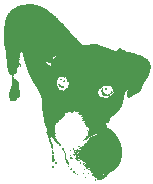
<source format=gbr>
G04 #@! TF.GenerationSoftware,KiCad,Pcbnew,(5.1.4)-1*
G04 #@! TF.CreationDate,2023-05-20T19:36:27-04:00*
G04 #@! TF.ProjectId,Sample,53616d70-6c65-42e6-9b69-6361645f7063,rev?*
G04 #@! TF.SameCoordinates,Original*
G04 #@! TF.FileFunction,Legend,Top*
G04 #@! TF.FilePolarity,Positive*
%FSLAX46Y46*%
G04 Gerber Fmt 4.6, Leading zero omitted, Abs format (unit mm)*
G04 Created by KiCad (PCBNEW (5.1.4)-1) date 2023-05-20 19:36:27*
%MOMM*%
%LPD*%
G04 APERTURE LIST*
%ADD10C,0.010000*%
G04 APERTURE END LIST*
D10*
G36*
X146369146Y-92074059D02*
G01*
X146369821Y-92080757D01*
X146369146Y-92081585D01*
X146365790Y-92080810D01*
X146365383Y-92077822D01*
X146367448Y-92073176D01*
X146369146Y-92074059D01*
X146369146Y-92074059D01*
G37*
X146369146Y-92074059D02*
X146369821Y-92080757D01*
X146369146Y-92081585D01*
X146365790Y-92080810D01*
X146365383Y-92077822D01*
X146367448Y-92073176D01*
X146369146Y-92074059D01*
G36*
X146376672Y-92103222D02*
G01*
X146373850Y-92106044D01*
X146371027Y-92103222D01*
X146373850Y-92100400D01*
X146376672Y-92103222D01*
X146376672Y-92103222D01*
G37*
X146376672Y-92103222D02*
X146373850Y-92106044D01*
X146371027Y-92103222D01*
X146373850Y-92100400D01*
X146376672Y-92103222D01*
G36*
X146355890Y-92103861D02*
G01*
X146349426Y-92111177D01*
X146341820Y-92108633D01*
X146340379Y-92106686D01*
X146342319Y-92101493D01*
X146348091Y-92098858D01*
X146355944Y-92098819D01*
X146355890Y-92103861D01*
X146355890Y-92103861D01*
G37*
X146355890Y-92103861D02*
X146349426Y-92111177D01*
X146341820Y-92108633D01*
X146340379Y-92106686D01*
X146342319Y-92101493D01*
X146348091Y-92098858D01*
X146355944Y-92098819D01*
X146355890Y-92103861D01*
G36*
X146207338Y-92204822D02*
G01*
X146212723Y-92209894D01*
X146212983Y-92210799D01*
X146208616Y-92213224D01*
X146207338Y-92213288D01*
X146201911Y-92208949D01*
X146201694Y-92207311D01*
X146205152Y-92203940D01*
X146207338Y-92204822D01*
X146207338Y-92204822D01*
G37*
X146207338Y-92204822D02*
X146212723Y-92209894D01*
X146212983Y-92210799D01*
X146208616Y-92213224D01*
X146207338Y-92213288D01*
X146201911Y-92208949D01*
X146201694Y-92207311D01*
X146205152Y-92203940D01*
X146207338Y-92204822D01*
G36*
X152410583Y-92684600D02*
G01*
X152407761Y-92687422D01*
X152404938Y-92684600D01*
X152407761Y-92681777D01*
X152410583Y-92684600D01*
X152410583Y-92684600D01*
G37*
X152410583Y-92684600D02*
X152407761Y-92687422D01*
X152404938Y-92684600D01*
X152407761Y-92681777D01*
X152410583Y-92684600D01*
G36*
X152430790Y-92752166D02*
G01*
X152430338Y-92755155D01*
X152425510Y-92760534D01*
X152424694Y-92760800D01*
X152420206Y-92756863D01*
X152419050Y-92755155D01*
X152420390Y-92750373D01*
X152424694Y-92749511D01*
X152430790Y-92752166D01*
X152430790Y-92752166D01*
G37*
X152430790Y-92752166D02*
X152430338Y-92755155D01*
X152425510Y-92760534D01*
X152424694Y-92760800D01*
X152420206Y-92756863D01*
X152419050Y-92755155D01*
X152420390Y-92750373D01*
X152424694Y-92749511D01*
X152430790Y-92752166D01*
G36*
X152365427Y-92763622D02*
G01*
X152362605Y-92766444D01*
X152359783Y-92763622D01*
X152362605Y-92760800D01*
X152365427Y-92763622D01*
X152365427Y-92763622D01*
G37*
X152365427Y-92763622D02*
X152362605Y-92766444D01*
X152359783Y-92763622D01*
X152362605Y-92760800D01*
X152365427Y-92763622D01*
G36*
X152499012Y-92847348D02*
G01*
X152498238Y-92850703D01*
X152495250Y-92851111D01*
X152490603Y-92849045D01*
X152491487Y-92847348D01*
X152498185Y-92846672D01*
X152499012Y-92847348D01*
X152499012Y-92847348D01*
G37*
X152499012Y-92847348D02*
X152498238Y-92850703D01*
X152495250Y-92851111D01*
X152490603Y-92849045D01*
X152491487Y-92847348D01*
X152498185Y-92846672D01*
X152499012Y-92847348D01*
G36*
X152448212Y-92852992D02*
G01*
X152448888Y-92859691D01*
X152448212Y-92860518D01*
X152444857Y-92859743D01*
X152444450Y-92856755D01*
X152446515Y-92852109D01*
X152448212Y-92852992D01*
X152448212Y-92852992D01*
G37*
X152448212Y-92852992D02*
X152448888Y-92859691D01*
X152448212Y-92860518D01*
X152444857Y-92859743D01*
X152444450Y-92856755D01*
X152446515Y-92852109D01*
X152448212Y-92852992D01*
G36*
X152500894Y-92870866D02*
G01*
X152506279Y-92875938D01*
X152506538Y-92876844D01*
X152502171Y-92879268D01*
X152500894Y-92879333D01*
X152495466Y-92874994D01*
X152495250Y-92873355D01*
X152498707Y-92869984D01*
X152500894Y-92870866D01*
X152500894Y-92870866D01*
G37*
X152500894Y-92870866D02*
X152506279Y-92875938D01*
X152506538Y-92876844D01*
X152502171Y-92879268D01*
X152500894Y-92879333D01*
X152495466Y-92874994D01*
X152495250Y-92873355D01*
X152498707Y-92869984D01*
X152500894Y-92870866D01*
G36*
X152467027Y-92910377D02*
G01*
X152464205Y-92913200D01*
X152461383Y-92910377D01*
X152464205Y-92907555D01*
X152467027Y-92910377D01*
X152467027Y-92910377D01*
G37*
X152467027Y-92910377D02*
X152464205Y-92913200D01*
X152461383Y-92910377D01*
X152464205Y-92907555D01*
X152467027Y-92910377D01*
G36*
X146805650Y-91984688D02*
G01*
X146802827Y-91987511D01*
X146800005Y-91984688D01*
X146802827Y-91981866D01*
X146805650Y-91984688D01*
X146805650Y-91984688D01*
G37*
X146805650Y-91984688D02*
X146802827Y-91987511D01*
X146800005Y-91984688D01*
X146802827Y-91981866D01*
X146805650Y-91984688D01*
G36*
X146800005Y-92007266D02*
G01*
X146797183Y-92010088D01*
X146794361Y-92007266D01*
X146797183Y-92004444D01*
X146800005Y-92007266D01*
X146800005Y-92007266D01*
G37*
X146800005Y-92007266D02*
X146797183Y-92010088D01*
X146794361Y-92007266D01*
X146797183Y-92004444D01*
X146800005Y-92007266D01*
G36*
X146931494Y-92014191D02*
G01*
X146932650Y-92015733D01*
X146931370Y-92020565D01*
X146927338Y-92021377D01*
X146919615Y-92018430D01*
X146918538Y-92015733D01*
X146922590Y-92010250D01*
X146923850Y-92010088D01*
X146931494Y-92014191D01*
X146931494Y-92014191D01*
G37*
X146931494Y-92014191D02*
X146932650Y-92015733D01*
X146931370Y-92020565D01*
X146927338Y-92021377D01*
X146919615Y-92018430D01*
X146918538Y-92015733D01*
X146922590Y-92010250D01*
X146923850Y-92010088D01*
X146931494Y-92014191D01*
G36*
X146814647Y-92018469D02*
G01*
X146814116Y-92021377D01*
X146806900Y-92026806D01*
X146805316Y-92027022D01*
X146800157Y-92022716D01*
X146800005Y-92021377D01*
X146804599Y-92016424D01*
X146808805Y-92015733D01*
X146814647Y-92018469D01*
X146814647Y-92018469D01*
G37*
X146814647Y-92018469D02*
X146814116Y-92021377D01*
X146806900Y-92026806D01*
X146805316Y-92027022D01*
X146800157Y-92022716D01*
X146800005Y-92021377D01*
X146804599Y-92016424D01*
X146808805Y-92015733D01*
X146814647Y-92018469D01*
G36*
X146630672Y-92046777D02*
G01*
X146636101Y-92053993D01*
X146636316Y-92055577D01*
X146632011Y-92060736D01*
X146630672Y-92060888D01*
X146625718Y-92056294D01*
X146625027Y-92052089D01*
X146627764Y-92046246D01*
X146630672Y-92046777D01*
X146630672Y-92046777D01*
G37*
X146630672Y-92046777D02*
X146636101Y-92053993D01*
X146636316Y-92055577D01*
X146632011Y-92060736D01*
X146630672Y-92060888D01*
X146625718Y-92056294D01*
X146625027Y-92052089D01*
X146627764Y-92046246D01*
X146630672Y-92046777D01*
G36*
X146662128Y-92057945D02*
G01*
X146669192Y-92064063D01*
X146667183Y-92066149D01*
X146663460Y-92066353D01*
X146653123Y-92063355D01*
X146650195Y-92060513D01*
X146648065Y-92053266D01*
X146653330Y-92052770D01*
X146662128Y-92057945D01*
X146662128Y-92057945D01*
G37*
X146662128Y-92057945D02*
X146669192Y-92064063D01*
X146667183Y-92066149D01*
X146663460Y-92066353D01*
X146653123Y-92063355D01*
X146650195Y-92060513D01*
X146648065Y-92053266D01*
X146653330Y-92052770D01*
X146662128Y-92057945D01*
G36*
X146644344Y-92072078D02*
G01*
X146658152Y-92074229D01*
X146666538Y-92073753D01*
X146667078Y-92073401D01*
X146669950Y-92074618D01*
X146670183Y-92076881D01*
X146665510Y-92082380D01*
X146659835Y-92083466D01*
X146649137Y-92085278D01*
X146645783Y-92087170D01*
X146638711Y-92089163D01*
X146623454Y-92091010D01*
X146603113Y-92092352D01*
X146600021Y-92092480D01*
X146578814Y-92093134D01*
X146567080Y-92092760D01*
X146563017Y-92090895D01*
X146564823Y-92087079D01*
X146567506Y-92084146D01*
X146578516Y-92077319D01*
X146593191Y-92078619D01*
X146609246Y-92079733D01*
X146617024Y-92075342D01*
X146627681Y-92070457D01*
X146644344Y-92072078D01*
X146644344Y-92072078D01*
G37*
X146644344Y-92072078D02*
X146658152Y-92074229D01*
X146666538Y-92073753D01*
X146667078Y-92073401D01*
X146669950Y-92074618D01*
X146670183Y-92076881D01*
X146665510Y-92082380D01*
X146659835Y-92083466D01*
X146649137Y-92085278D01*
X146645783Y-92087170D01*
X146638711Y-92089163D01*
X146623454Y-92091010D01*
X146603113Y-92092352D01*
X146600021Y-92092480D01*
X146578814Y-92093134D01*
X146567080Y-92092760D01*
X146563017Y-92090895D01*
X146564823Y-92087079D01*
X146567506Y-92084146D01*
X146578516Y-92077319D01*
X146593191Y-92078619D01*
X146609246Y-92079733D01*
X146617024Y-92075342D01*
X146627681Y-92070457D01*
X146644344Y-92072078D01*
G36*
X146600568Y-92102281D02*
G01*
X146599793Y-92105637D01*
X146596805Y-92106044D01*
X146592159Y-92103979D01*
X146593042Y-92102281D01*
X146599741Y-92101605D01*
X146600568Y-92102281D01*
X146600568Y-92102281D01*
G37*
X146600568Y-92102281D02*
X146599793Y-92105637D01*
X146596805Y-92106044D01*
X146592159Y-92103979D01*
X146593042Y-92102281D01*
X146599741Y-92101605D01*
X146600568Y-92102281D01*
G36*
X146702168Y-92102281D02*
G01*
X146702844Y-92108980D01*
X146702168Y-92109807D01*
X146698812Y-92109032D01*
X146698405Y-92106044D01*
X146700470Y-92101398D01*
X146702168Y-92102281D01*
X146702168Y-92102281D01*
G37*
X146702168Y-92102281D02*
X146702844Y-92108980D01*
X146702168Y-92109807D01*
X146698812Y-92109032D01*
X146698405Y-92106044D01*
X146700470Y-92101398D01*
X146702168Y-92102281D01*
G36*
X146699564Y-92143408D02*
G01*
X146704050Y-92145555D01*
X146709635Y-92151190D01*
X146709367Y-92153408D01*
X146702891Y-92153346D01*
X146698405Y-92151200D01*
X146692820Y-92145565D01*
X146693088Y-92143347D01*
X146699564Y-92143408D01*
X146699564Y-92143408D01*
G37*
X146699564Y-92143408D02*
X146704050Y-92145555D01*
X146709635Y-92151190D01*
X146709367Y-92153408D01*
X146702891Y-92153346D01*
X146698405Y-92151200D01*
X146692820Y-92145565D01*
X146693088Y-92143347D01*
X146699564Y-92143408D01*
G36*
X146427703Y-92155269D02*
G01*
X146436467Y-92160154D01*
X146435661Y-92166005D01*
X146426534Y-92170571D01*
X146418563Y-92171712D01*
X146409198Y-92171606D01*
X146408706Y-92170091D01*
X146409127Y-92169917D01*
X146415691Y-92162647D01*
X146416183Y-92159724D01*
X146420483Y-92154648D01*
X146427703Y-92155269D01*
X146427703Y-92155269D01*
G37*
X146427703Y-92155269D02*
X146436467Y-92160154D01*
X146435661Y-92166005D01*
X146426534Y-92170571D01*
X146418563Y-92171712D01*
X146409198Y-92171606D01*
X146408706Y-92170091D01*
X146409127Y-92169917D01*
X146415691Y-92162647D01*
X146416183Y-92159724D01*
X146420483Y-92154648D01*
X146427703Y-92155269D01*
G36*
X146421827Y-92182244D02*
G01*
X146427212Y-92187316D01*
X146427472Y-92188222D01*
X146423105Y-92190646D01*
X146421827Y-92190711D01*
X146416400Y-92186371D01*
X146416183Y-92184733D01*
X146419641Y-92181362D01*
X146421827Y-92182244D01*
X146421827Y-92182244D01*
G37*
X146421827Y-92182244D02*
X146427212Y-92187316D01*
X146427472Y-92188222D01*
X146423105Y-92190646D01*
X146421827Y-92190711D01*
X146416400Y-92186371D01*
X146416183Y-92184733D01*
X146419641Y-92181362D01*
X146421827Y-92182244D01*
G36*
X145784005Y-92667666D02*
G01*
X145781183Y-92670488D01*
X145778361Y-92667666D01*
X145781183Y-92664844D01*
X145784005Y-92667666D01*
X145784005Y-92667666D01*
G37*
X145784005Y-92667666D02*
X145781183Y-92670488D01*
X145778361Y-92667666D01*
X145781183Y-92664844D01*
X145784005Y-92667666D01*
G36*
X146077516Y-92695888D02*
G01*
X146074694Y-92698711D01*
X146071872Y-92695888D01*
X146074694Y-92693066D01*
X146077516Y-92695888D01*
X146077516Y-92695888D01*
G37*
X146077516Y-92695888D02*
X146074694Y-92698711D01*
X146071872Y-92695888D01*
X146074694Y-92693066D01*
X146077516Y-92695888D01*
G36*
X146297650Y-92729755D02*
G01*
X146294827Y-92732577D01*
X146292005Y-92729755D01*
X146294827Y-92726933D01*
X146297650Y-92729755D01*
X146297650Y-92729755D01*
G37*
X146297650Y-92729755D02*
X146294827Y-92732577D01*
X146292005Y-92729755D01*
X146294827Y-92726933D01*
X146297650Y-92729755D01*
G36*
X146289332Y-92767534D02*
G01*
X146287638Y-92771733D01*
X146282371Y-92774548D01*
X146275776Y-92776266D01*
X146278482Y-92772131D01*
X146279211Y-92771388D01*
X146286612Y-92766930D01*
X146289332Y-92767534D01*
X146289332Y-92767534D01*
G37*
X146289332Y-92767534D02*
X146287638Y-92771733D01*
X146282371Y-92774548D01*
X146275776Y-92776266D01*
X146278482Y-92772131D01*
X146279211Y-92771388D01*
X146286612Y-92766930D01*
X146289332Y-92767534D01*
G36*
X145176074Y-93696252D02*
G01*
X145177227Y-93697777D01*
X145176969Y-93702987D01*
X145175071Y-93703422D01*
X145167092Y-93699303D01*
X145165938Y-93697777D01*
X145166196Y-93692568D01*
X145168094Y-93692133D01*
X145176074Y-93696252D01*
X145176074Y-93696252D01*
G37*
X145176074Y-93696252D02*
X145177227Y-93697777D01*
X145176969Y-93702987D01*
X145175071Y-93703422D01*
X145167092Y-93699303D01*
X145165938Y-93697777D01*
X145166196Y-93692568D01*
X145168094Y-93692133D01*
X145176074Y-93696252D01*
G36*
X147297875Y-93808519D02*
G01*
X147302361Y-93810666D01*
X147307946Y-93816301D01*
X147307678Y-93818519D01*
X147301202Y-93818457D01*
X147296716Y-93816311D01*
X147291131Y-93810676D01*
X147291399Y-93808458D01*
X147297875Y-93808519D01*
X147297875Y-93808519D01*
G37*
X147297875Y-93808519D02*
X147302361Y-93810666D01*
X147307946Y-93816301D01*
X147307678Y-93818519D01*
X147301202Y-93818457D01*
X147296716Y-93816311D01*
X147291131Y-93810676D01*
X147291399Y-93808458D01*
X147297875Y-93808519D01*
G36*
X147330583Y-93864288D02*
G01*
X147335968Y-93869361D01*
X147336227Y-93870266D01*
X147331860Y-93872690D01*
X147330583Y-93872755D01*
X147325155Y-93868416D01*
X147324938Y-93866777D01*
X147328396Y-93863406D01*
X147330583Y-93864288D01*
X147330583Y-93864288D01*
G37*
X147330583Y-93864288D02*
X147335968Y-93869361D01*
X147336227Y-93870266D01*
X147331860Y-93872690D01*
X147330583Y-93872755D01*
X147325155Y-93868416D01*
X147324938Y-93866777D01*
X147328396Y-93863406D01*
X147330583Y-93864288D01*
G36*
X147254649Y-93860210D02*
G01*
X147265270Y-93863713D01*
X147271645Y-93867651D01*
X147271733Y-93867785D01*
X147271711Y-93872012D01*
X147262609Y-93870484D01*
X147252972Y-93866935D01*
X147243259Y-93862237D01*
X147240272Y-93859609D01*
X147244683Y-93858418D01*
X147254649Y-93860210D01*
X147254649Y-93860210D01*
G37*
X147254649Y-93860210D02*
X147265270Y-93863713D01*
X147271645Y-93867651D01*
X147271733Y-93867785D01*
X147271711Y-93872012D01*
X147262609Y-93870484D01*
X147252972Y-93866935D01*
X147243259Y-93862237D01*
X147240272Y-93859609D01*
X147244683Y-93858418D01*
X147254649Y-93860210D01*
G36*
X147042150Y-93847027D02*
G01*
X147065636Y-93848185D01*
X147090120Y-93850078D01*
X147113051Y-93852548D01*
X147131876Y-93855441D01*
X147142676Y-93858090D01*
X147154531Y-93863722D01*
X147159635Y-93869325D01*
X147159609Y-93869933D01*
X147154919Y-93874194D01*
X147153609Y-93873971D01*
X147144218Y-93873926D01*
X147134787Y-93877542D01*
X147130080Y-93882661D01*
X147130456Y-93884450D01*
X147129607Y-93889353D01*
X147127716Y-93889688D01*
X147121968Y-93885615D01*
X147121738Y-93884078D01*
X147116501Y-93881259D01*
X147102381Y-93879380D01*
X147081767Y-93878751D01*
X147080816Y-93878756D01*
X147057447Y-93878802D01*
X147036002Y-93878641D01*
X147021550Y-93878321D01*
X147007937Y-93876002D01*
X147003254Y-93871321D01*
X147008596Y-93865594D01*
X147010261Y-93864759D01*
X147014412Y-93861052D01*
X147010261Y-93858174D01*
X147003746Y-93851832D01*
X147003205Y-93849529D01*
X147008383Y-93847542D01*
X147022215Y-93846761D01*
X147042150Y-93847027D01*
X147042150Y-93847027D01*
G37*
X147042150Y-93847027D02*
X147065636Y-93848185D01*
X147090120Y-93850078D01*
X147113051Y-93852548D01*
X147131876Y-93855441D01*
X147142676Y-93858090D01*
X147154531Y-93863722D01*
X147159635Y-93869325D01*
X147159609Y-93869933D01*
X147154919Y-93874194D01*
X147153609Y-93873971D01*
X147144218Y-93873926D01*
X147134787Y-93877542D01*
X147130080Y-93882661D01*
X147130456Y-93884450D01*
X147129607Y-93889353D01*
X147127716Y-93889688D01*
X147121968Y-93885615D01*
X147121738Y-93884078D01*
X147116501Y-93881259D01*
X147102381Y-93879380D01*
X147081767Y-93878751D01*
X147080816Y-93878756D01*
X147057447Y-93878802D01*
X147036002Y-93878641D01*
X147021550Y-93878321D01*
X147007937Y-93876002D01*
X147003254Y-93871321D01*
X147008596Y-93865594D01*
X147010261Y-93864759D01*
X147014412Y-93861052D01*
X147010261Y-93858174D01*
X147003746Y-93851832D01*
X147003205Y-93849529D01*
X147008383Y-93847542D01*
X147022215Y-93846761D01*
X147042150Y-93847027D01*
G36*
X147257803Y-93880208D02*
G01*
X147262848Y-93884567D01*
X147262850Y-93884648D01*
X147258744Y-93888422D01*
X147254383Y-93887647D01*
X147247115Y-93887530D01*
X147245916Y-93889866D01*
X147241342Y-93894717D01*
X147237450Y-93895333D01*
X147229966Y-93890815D01*
X147228983Y-93886866D01*
X147234031Y-93880144D01*
X147245916Y-93878400D01*
X147257803Y-93880208D01*
X147257803Y-93880208D01*
G37*
X147257803Y-93880208D02*
X147262848Y-93884567D01*
X147262850Y-93884648D01*
X147258744Y-93888422D01*
X147254383Y-93887647D01*
X147247115Y-93887530D01*
X147245916Y-93889866D01*
X147241342Y-93894717D01*
X147237450Y-93895333D01*
X147229966Y-93890815D01*
X147228983Y-93886866D01*
X147234031Y-93880144D01*
X147245916Y-93878400D01*
X147257803Y-93880208D01*
G36*
X147192913Y-93869584D02*
G01*
X147209644Y-93877132D01*
X147217309Y-93888399D01*
X147217608Y-93891100D01*
X147214463Y-93894979D01*
X147204011Y-93892199D01*
X147195562Y-93888194D01*
X147183230Y-93879836D01*
X147178778Y-93872646D01*
X147182501Y-93868698D01*
X147192913Y-93869584D01*
X147192913Y-93869584D01*
G37*
X147192913Y-93869584D02*
X147209644Y-93877132D01*
X147217309Y-93888399D01*
X147217608Y-93891100D01*
X147214463Y-93894979D01*
X147204011Y-93892199D01*
X147195562Y-93888194D01*
X147183230Y-93879836D01*
X147178778Y-93872646D01*
X147182501Y-93868698D01*
X147192913Y-93869584D01*
G36*
X146918538Y-93903800D02*
G01*
X146915716Y-93906622D01*
X146912894Y-93903800D01*
X146915716Y-93900977D01*
X146918538Y-93903800D01*
X146918538Y-93903800D01*
G37*
X146918538Y-93903800D02*
X146915716Y-93906622D01*
X146912894Y-93903800D01*
X146915716Y-93900977D01*
X146918538Y-93903800D01*
G36*
X147395201Y-93949624D02*
G01*
X147403146Y-93954178D01*
X147401815Y-93957124D01*
X147398649Y-93957422D01*
X147390995Y-93953322D01*
X147389889Y-93951842D01*
X147390798Y-93948634D01*
X147395201Y-93949624D01*
X147395201Y-93949624D01*
G37*
X147395201Y-93949624D02*
X147403146Y-93954178D01*
X147401815Y-93957124D01*
X147398649Y-93957422D01*
X147390995Y-93953322D01*
X147389889Y-93951842D01*
X147390798Y-93948634D01*
X147395201Y-93949624D01*
G36*
X147578774Y-94012517D02*
G01*
X147578938Y-94013866D01*
X147574643Y-94019347D01*
X147573294Y-94019511D01*
X147567814Y-94015215D01*
X147567650Y-94013866D01*
X147571945Y-94008386D01*
X147573294Y-94008222D01*
X147578774Y-94012517D01*
X147578774Y-94012517D01*
G37*
X147578774Y-94012517D02*
X147578938Y-94013866D01*
X147574643Y-94019347D01*
X147573294Y-94019511D01*
X147567814Y-94015215D01*
X147567650Y-94013866D01*
X147571945Y-94008386D01*
X147573294Y-94008222D01*
X147578774Y-94012517D01*
G36*
X147067829Y-94112703D02*
G01*
X147074504Y-94118219D01*
X147074635Y-94118532D01*
X147076431Y-94127042D01*
X147071495Y-94129115D01*
X147058238Y-94125512D01*
X147047109Y-94120106D01*
X147042716Y-94114996D01*
X147047114Y-94110558D01*
X147057092Y-94109972D01*
X147067829Y-94112703D01*
X147067829Y-94112703D01*
G37*
X147067829Y-94112703D02*
X147074504Y-94118219D01*
X147074635Y-94118532D01*
X147076431Y-94127042D01*
X147071495Y-94129115D01*
X147058238Y-94125512D01*
X147047109Y-94120106D01*
X147042716Y-94114996D01*
X147047114Y-94110558D01*
X147057092Y-94109972D01*
X147067829Y-94112703D01*
G36*
X147647282Y-94212686D02*
G01*
X147647518Y-94214244D01*
X147643124Y-94220862D01*
X147641451Y-94221629D01*
X147636304Y-94218904D01*
X147635383Y-94214244D01*
X147638247Y-94207219D01*
X147641451Y-94206859D01*
X147647282Y-94212686D01*
X147647282Y-94212686D01*
G37*
X147647282Y-94212686D02*
X147647518Y-94214244D01*
X147643124Y-94220862D01*
X147641451Y-94221629D01*
X147636304Y-94218904D01*
X147635383Y-94214244D01*
X147638247Y-94207219D01*
X147641451Y-94206859D01*
X147647282Y-94212686D01*
G36*
X147742192Y-94214502D02*
G01*
X147742627Y-94216400D01*
X147738508Y-94224379D01*
X147736983Y-94225533D01*
X147731773Y-94225275D01*
X147731338Y-94223377D01*
X147735457Y-94215397D01*
X147736983Y-94214244D01*
X147742192Y-94214502D01*
X147742192Y-94214502D01*
G37*
X147742192Y-94214502D02*
X147742627Y-94216400D01*
X147738508Y-94224379D01*
X147736983Y-94225533D01*
X147731773Y-94225275D01*
X147731338Y-94223377D01*
X147735457Y-94215397D01*
X147736983Y-94214244D01*
X147742192Y-94214502D01*
G36*
X147618389Y-94215909D02*
G01*
X147620491Y-94219888D01*
X147620895Y-94227171D01*
X147618876Y-94228355D01*
X147612865Y-94223868D01*
X147610764Y-94219888D01*
X147610360Y-94212606D01*
X147612378Y-94211422D01*
X147618389Y-94215909D01*
X147618389Y-94215909D01*
G37*
X147618389Y-94215909D02*
X147620491Y-94219888D01*
X147620895Y-94227171D01*
X147618876Y-94228355D01*
X147612865Y-94223868D01*
X147610764Y-94219888D01*
X147610360Y-94212606D01*
X147612378Y-94211422D01*
X147618389Y-94215909D01*
G36*
X147680538Y-94242466D02*
G01*
X147685968Y-94249682D01*
X147686183Y-94251266D01*
X147681878Y-94256425D01*
X147680538Y-94256577D01*
X147675585Y-94251983D01*
X147674894Y-94247777D01*
X147677630Y-94241935D01*
X147680538Y-94242466D01*
X147680538Y-94242466D01*
G37*
X147680538Y-94242466D02*
X147685968Y-94249682D01*
X147686183Y-94251266D01*
X147681878Y-94256425D01*
X147680538Y-94256577D01*
X147675585Y-94251983D01*
X147674894Y-94247777D01*
X147677630Y-94241935D01*
X147680538Y-94242466D01*
G36*
X147336227Y-94259400D02*
G01*
X147333405Y-94262222D01*
X147330583Y-94259400D01*
X147333405Y-94256577D01*
X147336227Y-94259400D01*
X147336227Y-94259400D01*
G37*
X147336227Y-94259400D02*
X147333405Y-94262222D01*
X147330583Y-94259400D01*
X147333405Y-94256577D01*
X147336227Y-94259400D01*
G36*
X147779155Y-94253154D02*
G01*
X147780730Y-94257988D01*
X147773680Y-94265177D01*
X147763198Y-94266860D01*
X147757874Y-94264298D01*
X147754033Y-94256365D01*
X147760438Y-94251719D01*
X147768498Y-94250933D01*
X147779155Y-94253154D01*
X147779155Y-94253154D01*
G37*
X147779155Y-94253154D02*
X147780730Y-94257988D01*
X147773680Y-94265177D01*
X147763198Y-94266860D01*
X147757874Y-94264298D01*
X147754033Y-94256365D01*
X147760438Y-94251719D01*
X147768498Y-94250933D01*
X147779155Y-94253154D01*
G36*
X147673252Y-94258406D02*
G01*
X147685379Y-94260643D01*
X147694283Y-94264323D01*
X147696034Y-94266375D01*
X147694108Y-94272801D01*
X147684942Y-94274757D01*
X147671914Y-94271618D01*
X147670661Y-94271062D01*
X147660976Y-94265073D01*
X147657961Y-94260931D01*
X147662560Y-94258280D01*
X147673252Y-94258406D01*
X147673252Y-94258406D01*
G37*
X147673252Y-94258406D02*
X147685379Y-94260643D01*
X147694283Y-94264323D01*
X147696034Y-94266375D01*
X147694108Y-94272801D01*
X147684942Y-94274757D01*
X147671914Y-94271618D01*
X147670661Y-94271062D01*
X147660976Y-94265073D01*
X147657961Y-94260931D01*
X147662560Y-94258280D01*
X147673252Y-94258406D01*
G36*
X147774612Y-94292325D02*
G01*
X147773838Y-94295681D01*
X147770850Y-94296088D01*
X147766203Y-94294023D01*
X147767087Y-94292325D01*
X147773785Y-94291650D01*
X147774612Y-94292325D01*
X147774612Y-94292325D01*
G37*
X147774612Y-94292325D02*
X147773838Y-94295681D01*
X147770850Y-94296088D01*
X147766203Y-94294023D01*
X147767087Y-94292325D01*
X147773785Y-94291650D01*
X147774612Y-94292325D01*
G36*
X147629738Y-94298911D02*
G01*
X147626916Y-94301733D01*
X147624094Y-94298911D01*
X147626916Y-94296088D01*
X147629738Y-94298911D01*
X147629738Y-94298911D01*
G37*
X147629738Y-94298911D02*
X147626916Y-94301733D01*
X147624094Y-94298911D01*
X147626916Y-94296088D01*
X147629738Y-94298911D01*
G36*
X147344103Y-94277109D02*
G01*
X147358943Y-94286535D01*
X147366533Y-94299733D01*
X147365883Y-94311611D01*
X147362144Y-94317431D01*
X147355235Y-94317201D01*
X147342836Y-94310469D01*
X147335690Y-94305768D01*
X147321748Y-94294068D01*
X147314945Y-94283532D01*
X147315952Y-94276056D01*
X147324259Y-94273511D01*
X147344103Y-94277109D01*
X147344103Y-94277109D01*
G37*
X147344103Y-94277109D02*
X147358943Y-94286535D01*
X147366533Y-94299733D01*
X147365883Y-94311611D01*
X147362144Y-94317431D01*
X147355235Y-94317201D01*
X147342836Y-94310469D01*
X147335690Y-94305768D01*
X147321748Y-94294068D01*
X147314945Y-94283532D01*
X147315952Y-94276056D01*
X147324259Y-94273511D01*
X147344103Y-94277109D01*
G36*
X147626129Y-94311294D02*
G01*
X147629623Y-94319066D01*
X147626009Y-94324114D01*
X147624427Y-94324311D01*
X147616728Y-94320230D01*
X147615868Y-94319056D01*
X147616138Y-94312356D01*
X147622105Y-94309440D01*
X147626129Y-94311294D01*
X147626129Y-94311294D01*
G37*
X147626129Y-94311294D02*
X147629623Y-94319066D01*
X147626009Y-94324114D01*
X147624427Y-94324311D01*
X147616728Y-94320230D01*
X147615868Y-94319056D01*
X147616138Y-94312356D01*
X147622105Y-94309440D01*
X147626129Y-94311294D01*
G36*
X147832638Y-94266325D02*
G01*
X147834862Y-94270382D01*
X147842476Y-94277062D01*
X147852517Y-94279155D01*
X147863441Y-94281723D01*
X147866805Y-94286681D01*
X147863713Y-94296999D01*
X147855943Y-94298031D01*
X147852049Y-94295553D01*
X147841833Y-94292372D01*
X147834342Y-94298272D01*
X147832938Y-94304888D01*
X147829782Y-94312183D01*
X147827294Y-94313022D01*
X147822625Y-94317722D01*
X147821650Y-94323707D01*
X147817721Y-94334224D01*
X147813183Y-94337641D01*
X147805906Y-94337932D01*
X147804716Y-94335790D01*
X147806569Y-94327178D01*
X147810482Y-94315525D01*
X147813251Y-94299899D01*
X147810552Y-94293497D01*
X147809223Y-94285540D01*
X147817497Y-94274766D01*
X147818176Y-94274122D01*
X147827675Y-94266301D01*
X147832638Y-94266325D01*
X147832638Y-94266325D01*
G37*
X147832638Y-94266325D02*
X147834862Y-94270382D01*
X147842476Y-94277062D01*
X147852517Y-94279155D01*
X147863441Y-94281723D01*
X147866805Y-94286681D01*
X147863713Y-94296999D01*
X147855943Y-94298031D01*
X147852049Y-94295553D01*
X147841833Y-94292372D01*
X147834342Y-94298272D01*
X147832938Y-94304888D01*
X147829782Y-94312183D01*
X147827294Y-94313022D01*
X147822625Y-94317722D01*
X147821650Y-94323707D01*
X147817721Y-94334224D01*
X147813183Y-94337641D01*
X147805906Y-94337932D01*
X147804716Y-94335790D01*
X147806569Y-94327178D01*
X147810482Y-94315525D01*
X147813251Y-94299899D01*
X147810552Y-94293497D01*
X147809223Y-94285540D01*
X147817497Y-94274766D01*
X147818176Y-94274122D01*
X147827675Y-94266301D01*
X147832638Y-94266325D01*
G36*
X147720050Y-94338422D02*
G01*
X147717227Y-94341244D01*
X147714405Y-94338422D01*
X147717227Y-94335600D01*
X147720050Y-94338422D01*
X147720050Y-94338422D01*
G37*
X147720050Y-94338422D02*
X147717227Y-94341244D01*
X147714405Y-94338422D01*
X147717227Y-94335600D01*
X147720050Y-94338422D01*
G36*
X147757679Y-94360059D02*
G01*
X147756904Y-94363414D01*
X147753916Y-94363822D01*
X147749270Y-94361757D01*
X147750153Y-94360059D01*
X147756852Y-94359383D01*
X147757679Y-94360059D01*
X147757679Y-94360059D01*
G37*
X147757679Y-94360059D02*
X147756904Y-94363414D01*
X147753916Y-94363822D01*
X147749270Y-94361757D01*
X147750153Y-94360059D01*
X147756852Y-94359383D01*
X147757679Y-94360059D01*
G36*
X147785901Y-94376992D02*
G01*
X147785127Y-94380348D01*
X147782138Y-94380755D01*
X147777492Y-94378690D01*
X147778375Y-94376992D01*
X147785074Y-94376317D01*
X147785901Y-94376992D01*
X147785901Y-94376992D01*
G37*
X147785901Y-94376992D02*
X147785127Y-94380348D01*
X147782138Y-94380755D01*
X147777492Y-94378690D01*
X147778375Y-94376992D01*
X147785074Y-94376317D01*
X147785901Y-94376992D01*
G36*
X146640079Y-94399570D02*
G01*
X146639304Y-94402925D01*
X146636316Y-94403333D01*
X146631670Y-94401268D01*
X146632553Y-94399570D01*
X146639252Y-94398894D01*
X146640079Y-94399570D01*
X146640079Y-94399570D01*
G37*
X146640079Y-94399570D02*
X146639304Y-94402925D01*
X146636316Y-94403333D01*
X146631670Y-94401268D01*
X146632553Y-94399570D01*
X146639252Y-94398894D01*
X146640079Y-94399570D01*
G36*
X147849872Y-94411017D02*
G01*
X147862138Y-94413676D01*
X147868216Y-94414545D01*
X147872335Y-94418964D01*
X147872450Y-94420266D01*
X147868554Y-94425335D01*
X147858814Y-94423713D01*
X147847050Y-94416559D01*
X147839549Y-94410157D01*
X147841659Y-94409157D01*
X147849872Y-94411017D01*
X147849872Y-94411017D01*
G37*
X147849872Y-94411017D02*
X147862138Y-94413676D01*
X147868216Y-94414545D01*
X147872335Y-94418964D01*
X147872450Y-94420266D01*
X147868554Y-94425335D01*
X147858814Y-94423713D01*
X147847050Y-94416559D01*
X147839549Y-94410157D01*
X147841659Y-94409157D01*
X147849872Y-94411017D01*
G36*
X147798117Y-94423314D02*
G01*
X147799072Y-94425911D01*
X147794500Y-94430918D01*
X147790605Y-94431555D01*
X147783094Y-94428507D01*
X147782138Y-94425911D01*
X147786710Y-94420903D01*
X147790605Y-94420266D01*
X147798117Y-94423314D01*
X147798117Y-94423314D01*
G37*
X147798117Y-94423314D02*
X147799072Y-94425911D01*
X147794500Y-94430918D01*
X147790605Y-94431555D01*
X147783094Y-94428507D01*
X147782138Y-94425911D01*
X147786710Y-94420903D01*
X147790605Y-94420266D01*
X147798117Y-94423314D01*
G36*
X147890385Y-94435951D02*
G01*
X147890799Y-94436358D01*
X147893994Y-94444828D01*
X147891708Y-94448421D01*
X147886955Y-94449107D01*
X147885222Y-94441935D01*
X147885849Y-94433987D01*
X147890385Y-94435951D01*
X147890385Y-94435951D01*
G37*
X147890385Y-94435951D02*
X147890799Y-94436358D01*
X147893994Y-94444828D01*
X147891708Y-94448421D01*
X147886955Y-94449107D01*
X147885222Y-94441935D01*
X147885849Y-94433987D01*
X147890385Y-94435951D01*
G36*
X147835761Y-94548047D02*
G01*
X147843187Y-94552054D01*
X147844227Y-94553515D01*
X147839618Y-94555488D01*
X147835761Y-94555733D01*
X147828248Y-94552779D01*
X147827294Y-94550266D01*
X147831431Y-94547160D01*
X147835761Y-94548047D01*
X147835761Y-94548047D01*
G37*
X147835761Y-94548047D02*
X147843187Y-94552054D01*
X147844227Y-94553515D01*
X147839618Y-94555488D01*
X147835761Y-94555733D01*
X147828248Y-94552779D01*
X147827294Y-94550266D01*
X147831431Y-94547160D01*
X147835761Y-94548047D01*
G36*
X147876212Y-94585837D02*
G01*
X147875438Y-94589192D01*
X147872450Y-94589600D01*
X147867803Y-94587534D01*
X147868687Y-94585837D01*
X147875385Y-94585161D01*
X147876212Y-94585837D01*
X147876212Y-94585837D01*
G37*
X147876212Y-94585837D02*
X147875438Y-94589192D01*
X147872450Y-94589600D01*
X147867803Y-94587534D01*
X147868687Y-94585837D01*
X147875385Y-94585161D01*
X147876212Y-94585837D01*
G36*
X147753752Y-94605184D02*
G01*
X147753916Y-94606533D01*
X147749621Y-94612013D01*
X147748272Y-94612177D01*
X147742791Y-94607882D01*
X147742627Y-94606533D01*
X147746923Y-94601052D01*
X147748272Y-94600888D01*
X147753752Y-94605184D01*
X147753752Y-94605184D01*
G37*
X147753752Y-94605184D02*
X147753916Y-94606533D01*
X147749621Y-94612013D01*
X147748272Y-94612177D01*
X147742791Y-94607882D01*
X147742627Y-94606533D01*
X147746923Y-94601052D01*
X147748272Y-94600888D01*
X147753752Y-94605184D01*
G36*
X147816323Y-94616659D02*
G01*
X147821650Y-94623466D01*
X147824825Y-94632255D01*
X147820499Y-94634752D01*
X147820155Y-94634755D01*
X147809762Y-94631067D01*
X147805845Y-94627982D01*
X147799510Y-94618378D01*
X147802620Y-94612878D01*
X147807340Y-94612177D01*
X147816323Y-94616659D01*
X147816323Y-94616659D01*
G37*
X147816323Y-94616659D02*
X147821650Y-94623466D01*
X147824825Y-94632255D01*
X147820499Y-94634752D01*
X147820155Y-94634755D01*
X147809762Y-94631067D01*
X147805845Y-94627982D01*
X147799510Y-94618378D01*
X147802620Y-94612878D01*
X147807340Y-94612177D01*
X147816323Y-94616659D01*
G36*
X147759561Y-94631933D02*
G01*
X147756738Y-94634755D01*
X147753916Y-94631933D01*
X147756738Y-94629111D01*
X147759561Y-94631933D01*
X147759561Y-94631933D01*
G37*
X147759561Y-94631933D02*
X147756738Y-94634755D01*
X147753916Y-94631933D01*
X147756738Y-94629111D01*
X147759561Y-94631933D01*
G36*
X147779316Y-94644970D02*
G01*
X147792581Y-94650730D01*
X147799072Y-94653302D01*
X147804499Y-94655951D01*
X147798978Y-94656875D01*
X147798739Y-94656887D01*
X147787686Y-94653901D01*
X147778984Y-94648555D01*
X147771467Y-94642322D01*
X147772881Y-94642085D01*
X147779316Y-94644970D01*
X147779316Y-94644970D01*
G37*
X147779316Y-94644970D02*
X147792581Y-94650730D01*
X147799072Y-94653302D01*
X147804499Y-94655951D01*
X147798978Y-94656875D01*
X147798739Y-94656887D01*
X147787686Y-94653901D01*
X147778984Y-94648555D01*
X147771467Y-94642322D01*
X147772881Y-94642085D01*
X147779316Y-94644970D01*
G36*
X147808479Y-94670503D02*
G01*
X147809155Y-94677202D01*
X147808479Y-94678029D01*
X147805124Y-94677254D01*
X147804716Y-94674266D01*
X147806781Y-94669620D01*
X147808479Y-94670503D01*
X147808479Y-94670503D01*
G37*
X147808479Y-94670503D02*
X147809155Y-94677202D01*
X147808479Y-94678029D01*
X147805124Y-94677254D01*
X147804716Y-94674266D01*
X147806781Y-94669620D01*
X147808479Y-94670503D01*
G36*
X147785793Y-94672237D02*
G01*
X147787783Y-94677088D01*
X147787027Y-94684168D01*
X147786372Y-94684786D01*
X147780424Y-94683254D01*
X147772177Y-94681561D01*
X147763463Y-94677373D01*
X147764199Y-94672118D01*
X147773306Y-94668798D01*
X147776827Y-94668622D01*
X147785793Y-94672237D01*
X147785793Y-94672237D01*
G37*
X147785793Y-94672237D02*
X147787783Y-94677088D01*
X147787027Y-94684168D01*
X147786372Y-94684786D01*
X147780424Y-94683254D01*
X147772177Y-94681561D01*
X147763463Y-94677373D01*
X147764199Y-94672118D01*
X147773306Y-94668798D01*
X147776827Y-94668622D01*
X147785793Y-94672237D01*
G36*
X147787783Y-94716600D02*
G01*
X147784961Y-94719422D01*
X147782138Y-94716600D01*
X147784961Y-94713777D01*
X147787783Y-94716600D01*
X147787783Y-94716600D01*
G37*
X147787783Y-94716600D02*
X147784961Y-94719422D01*
X147782138Y-94716600D01*
X147784961Y-94713777D01*
X147787783Y-94716600D01*
G36*
X147757067Y-94752255D02*
G01*
X147771841Y-94755445D01*
X147780095Y-94760071D01*
X147779771Y-94764794D01*
X147777997Y-94765888D01*
X147769459Y-94766736D01*
X147761382Y-94765939D01*
X147748807Y-94761268D01*
X147743313Y-94756937D01*
X147741869Y-94752517D01*
X147749036Y-94751535D01*
X147757067Y-94752255D01*
X147757067Y-94752255D01*
G37*
X147757067Y-94752255D02*
X147771841Y-94755445D01*
X147780095Y-94760071D01*
X147779771Y-94764794D01*
X147777997Y-94765888D01*
X147769459Y-94766736D01*
X147761382Y-94765939D01*
X147748807Y-94761268D01*
X147743313Y-94756937D01*
X147741869Y-94752517D01*
X147749036Y-94751535D01*
X147757067Y-94752255D01*
G36*
X147099161Y-94784333D02*
G01*
X147096338Y-94787155D01*
X147093516Y-94784333D01*
X147096338Y-94781511D01*
X147099161Y-94784333D01*
X147099161Y-94784333D01*
G37*
X147099161Y-94784333D02*
X147096338Y-94787155D01*
X147093516Y-94784333D01*
X147096338Y-94781511D01*
X147099161Y-94784333D01*
G36*
X146885310Y-94554354D02*
G01*
X146895614Y-94564672D01*
X146904954Y-94577328D01*
X146909259Y-94585902D01*
X146917457Y-94596031D01*
X146923821Y-94599158D01*
X146931603Y-94604734D01*
X146931673Y-94609864D01*
X146933602Y-94617955D01*
X146939119Y-94621549D01*
X146949911Y-94627570D01*
X146963971Y-94637890D01*
X146968124Y-94641352D01*
X146980602Y-94651178D01*
X146989844Y-94656811D01*
X146991732Y-94657333D01*
X146997360Y-94661973D01*
X147000231Y-94668142D01*
X147006925Y-94676069D01*
X147021221Y-94686235D01*
X147039675Y-94696320D01*
X147058842Y-94706025D01*
X147074541Y-94714806D01*
X147083387Y-94720769D01*
X147083409Y-94720789D01*
X147097793Y-94731484D01*
X147113247Y-94739410D01*
X147123617Y-94742000D01*
X147133605Y-94744389D01*
X147147741Y-94750219D01*
X147149309Y-94750987D01*
X147163616Y-94756211D01*
X147174709Y-94757070D01*
X147175576Y-94756809D01*
X147182733Y-94756367D01*
X147183827Y-94758216D01*
X147188877Y-94761020D01*
X147201652Y-94762849D01*
X147209245Y-94763174D01*
X147223610Y-94762407D01*
X147231184Y-94760026D01*
X147231490Y-94758423D01*
X147233444Y-94754334D01*
X147239605Y-94753288D01*
X147250768Y-94755693D01*
X147254252Y-94761074D01*
X147248497Y-94766682D01*
X147247453Y-94767112D01*
X147241017Y-94770926D01*
X147245063Y-94775509D01*
X147246074Y-94776170D01*
X147251512Y-94781349D01*
X147246840Y-94786454D01*
X147245916Y-94787069D01*
X147235054Y-94792334D01*
X147231244Y-94789629D01*
X147232307Y-94785061D01*
X147230578Y-94776765D01*
X147226553Y-94773975D01*
X147219727Y-94774142D01*
X147219173Y-94777480D01*
X147215254Y-94781931D01*
X147203684Y-94784478D01*
X147187932Y-94785171D01*
X147171466Y-94784058D01*
X147157755Y-94781188D01*
X147150266Y-94776609D01*
X147150210Y-94776512D01*
X147145135Y-94770934D01*
X147138070Y-94774075D01*
X147135966Y-94775770D01*
X147127768Y-94780678D01*
X147122486Y-94777039D01*
X147121878Y-94776092D01*
X147113413Y-94771244D01*
X147108562Y-94771904D01*
X147100178Y-94772495D01*
X147098114Y-94770651D01*
X147091899Y-94765833D01*
X147082227Y-94762131D01*
X147073419Y-94760233D01*
X147074412Y-94762521D01*
X147076583Y-94764121D01*
X147080997Y-94769019D01*
X147078327Y-94770135D01*
X147069324Y-94766115D01*
X147068116Y-94764577D01*
X147060452Y-94760442D01*
X147048719Y-94758933D01*
X147035096Y-94756290D01*
X147025459Y-94749949D01*
X147022733Y-94742287D01*
X147024421Y-94739170D01*
X147023851Y-94736833D01*
X147019184Y-94737925D01*
X147010355Y-94737270D01*
X146999841Y-94732201D01*
X146991433Y-94725278D01*
X146988921Y-94719061D01*
X146989622Y-94717953D01*
X146987668Y-94714100D01*
X146981053Y-94711090D01*
X146971683Y-94705120D01*
X146969338Y-94699913D01*
X146964798Y-94693931D01*
X146959852Y-94693238D01*
X146951042Y-94688893D01*
X146946904Y-94679940D01*
X146940287Y-94668368D01*
X146932402Y-94663811D01*
X146919821Y-94659524D01*
X146914915Y-94656541D01*
X146909315Y-94649043D01*
X146905361Y-94639204D01*
X146904507Y-94631576D01*
X146906417Y-94629972D01*
X146915487Y-94629679D01*
X146914060Y-94625728D01*
X146908035Y-94621972D01*
X146899479Y-94613949D01*
X146891087Y-94600840D01*
X146884685Y-94586480D01*
X146882098Y-94574703D01*
X146883389Y-94570185D01*
X146882709Y-94564152D01*
X146879140Y-94558691D01*
X146875579Y-94551826D01*
X146877352Y-94550088D01*
X146885310Y-94554354D01*
X146885310Y-94554354D01*
G37*
X146885310Y-94554354D02*
X146895614Y-94564672D01*
X146904954Y-94577328D01*
X146909259Y-94585902D01*
X146917457Y-94596031D01*
X146923821Y-94599158D01*
X146931603Y-94604734D01*
X146931673Y-94609864D01*
X146933602Y-94617955D01*
X146939119Y-94621549D01*
X146949911Y-94627570D01*
X146963971Y-94637890D01*
X146968124Y-94641352D01*
X146980602Y-94651178D01*
X146989844Y-94656811D01*
X146991732Y-94657333D01*
X146997360Y-94661973D01*
X147000231Y-94668142D01*
X147006925Y-94676069D01*
X147021221Y-94686235D01*
X147039675Y-94696320D01*
X147058842Y-94706025D01*
X147074541Y-94714806D01*
X147083387Y-94720769D01*
X147083409Y-94720789D01*
X147097793Y-94731484D01*
X147113247Y-94739410D01*
X147123617Y-94742000D01*
X147133605Y-94744389D01*
X147147741Y-94750219D01*
X147149309Y-94750987D01*
X147163616Y-94756211D01*
X147174709Y-94757070D01*
X147175576Y-94756809D01*
X147182733Y-94756367D01*
X147183827Y-94758216D01*
X147188877Y-94761020D01*
X147201652Y-94762849D01*
X147209245Y-94763174D01*
X147223610Y-94762407D01*
X147231184Y-94760026D01*
X147231490Y-94758423D01*
X147233444Y-94754334D01*
X147239605Y-94753288D01*
X147250768Y-94755693D01*
X147254252Y-94761074D01*
X147248497Y-94766682D01*
X147247453Y-94767112D01*
X147241017Y-94770926D01*
X147245063Y-94775509D01*
X147246074Y-94776170D01*
X147251512Y-94781349D01*
X147246840Y-94786454D01*
X147245916Y-94787069D01*
X147235054Y-94792334D01*
X147231244Y-94789629D01*
X147232307Y-94785061D01*
X147230578Y-94776765D01*
X147226553Y-94773975D01*
X147219727Y-94774142D01*
X147219173Y-94777480D01*
X147215254Y-94781931D01*
X147203684Y-94784478D01*
X147187932Y-94785171D01*
X147171466Y-94784058D01*
X147157755Y-94781188D01*
X147150266Y-94776609D01*
X147150210Y-94776512D01*
X147145135Y-94770934D01*
X147138070Y-94774075D01*
X147135966Y-94775770D01*
X147127768Y-94780678D01*
X147122486Y-94777039D01*
X147121878Y-94776092D01*
X147113413Y-94771244D01*
X147108562Y-94771904D01*
X147100178Y-94772495D01*
X147098114Y-94770651D01*
X147091899Y-94765833D01*
X147082227Y-94762131D01*
X147073419Y-94760233D01*
X147074412Y-94762521D01*
X147076583Y-94764121D01*
X147080997Y-94769019D01*
X147078327Y-94770135D01*
X147069324Y-94766115D01*
X147068116Y-94764577D01*
X147060452Y-94760442D01*
X147048719Y-94758933D01*
X147035096Y-94756290D01*
X147025459Y-94749949D01*
X147022733Y-94742287D01*
X147024421Y-94739170D01*
X147023851Y-94736833D01*
X147019184Y-94737925D01*
X147010355Y-94737270D01*
X146999841Y-94732201D01*
X146991433Y-94725278D01*
X146988921Y-94719061D01*
X146989622Y-94717953D01*
X146987668Y-94714100D01*
X146981053Y-94711090D01*
X146971683Y-94705120D01*
X146969338Y-94699913D01*
X146964798Y-94693931D01*
X146959852Y-94693238D01*
X146951042Y-94688893D01*
X146946904Y-94679940D01*
X146940287Y-94668368D01*
X146932402Y-94663811D01*
X146919821Y-94659524D01*
X146914915Y-94656541D01*
X146909315Y-94649043D01*
X146905361Y-94639204D01*
X146904507Y-94631576D01*
X146906417Y-94629972D01*
X146915487Y-94629679D01*
X146914060Y-94625728D01*
X146908035Y-94621972D01*
X146899479Y-94613949D01*
X146891087Y-94600840D01*
X146884685Y-94586480D01*
X146882098Y-94574703D01*
X146883389Y-94570185D01*
X146882709Y-94564152D01*
X146879140Y-94558691D01*
X146875579Y-94551826D01*
X146877352Y-94550088D01*
X146885310Y-94554354D01*
G36*
X147831983Y-94790203D02*
G01*
X147832938Y-94792800D01*
X147828367Y-94797807D01*
X147824472Y-94798444D01*
X147816960Y-94795396D01*
X147816005Y-94792800D01*
X147820577Y-94787792D01*
X147824472Y-94787155D01*
X147831983Y-94790203D01*
X147831983Y-94790203D01*
G37*
X147831983Y-94790203D02*
X147832938Y-94792800D01*
X147828367Y-94797807D01*
X147824472Y-94798444D01*
X147816960Y-94795396D01*
X147816005Y-94792800D01*
X147820577Y-94787792D01*
X147824472Y-94787155D01*
X147831983Y-94790203D01*
G36*
X147776330Y-94842250D02*
G01*
X147776494Y-94843600D01*
X147772199Y-94849080D01*
X147770850Y-94849244D01*
X147765369Y-94844949D01*
X147765205Y-94843600D01*
X147769500Y-94838119D01*
X147770850Y-94837955D01*
X147776330Y-94842250D01*
X147776330Y-94842250D01*
G37*
X147776330Y-94842250D02*
X147776494Y-94843600D01*
X147772199Y-94849080D01*
X147770850Y-94849244D01*
X147765369Y-94844949D01*
X147765205Y-94843600D01*
X147769500Y-94838119D01*
X147770850Y-94837955D01*
X147776330Y-94842250D01*
G36*
X147746390Y-94851125D02*
G01*
X147745615Y-94854481D01*
X147742627Y-94854888D01*
X147737981Y-94852823D01*
X147738864Y-94851125D01*
X147745563Y-94850450D01*
X147746390Y-94851125D01*
X147746390Y-94851125D01*
G37*
X147746390Y-94851125D02*
X147745615Y-94854481D01*
X147742627Y-94854888D01*
X147737981Y-94852823D01*
X147738864Y-94851125D01*
X147745563Y-94850450D01*
X147746390Y-94851125D01*
G36*
X147787619Y-94870473D02*
G01*
X147787783Y-94871822D01*
X147783488Y-94877302D01*
X147782138Y-94877466D01*
X147776658Y-94873171D01*
X147776494Y-94871822D01*
X147780789Y-94866341D01*
X147782138Y-94866177D01*
X147787619Y-94870473D01*
X147787619Y-94870473D01*
G37*
X147787619Y-94870473D02*
X147787783Y-94871822D01*
X147783488Y-94877302D01*
X147782138Y-94877466D01*
X147776658Y-94873171D01*
X147776494Y-94871822D01*
X147780789Y-94866341D01*
X147782138Y-94866177D01*
X147787619Y-94870473D01*
G36*
X147607161Y-94885933D02*
G01*
X147604338Y-94888755D01*
X147601516Y-94885933D01*
X147604338Y-94883111D01*
X147607161Y-94885933D01*
X147607161Y-94885933D01*
G37*
X147607161Y-94885933D02*
X147604338Y-94888755D01*
X147601516Y-94885933D01*
X147604338Y-94883111D01*
X147607161Y-94885933D01*
G36*
X147593505Y-94894938D02*
G01*
X147586957Y-94906709D01*
X147585226Y-94908975D01*
X147573294Y-94924144D01*
X147573294Y-94909095D01*
X147576248Y-94896634D01*
X147582004Y-94890703D01*
X147591797Y-94889279D01*
X147593505Y-94894938D01*
X147593505Y-94894938D01*
G37*
X147593505Y-94894938D02*
X147586957Y-94906709D01*
X147585226Y-94908975D01*
X147573294Y-94924144D01*
X147573294Y-94909095D01*
X147576248Y-94896634D01*
X147582004Y-94890703D01*
X147591797Y-94889279D01*
X147593505Y-94894938D01*
G36*
X147514479Y-94913988D02*
G01*
X147514027Y-94916977D01*
X147509199Y-94922356D01*
X147508383Y-94922622D01*
X147503895Y-94918685D01*
X147502738Y-94916977D01*
X147504079Y-94912195D01*
X147508383Y-94911333D01*
X147514479Y-94913988D01*
X147514479Y-94913988D01*
G37*
X147514479Y-94913988D02*
X147514027Y-94916977D01*
X147509199Y-94922356D01*
X147508383Y-94922622D01*
X147503895Y-94918685D01*
X147502738Y-94916977D01*
X147504079Y-94912195D01*
X147508383Y-94911333D01*
X147514479Y-94913988D01*
G36*
X147561544Y-94942216D02*
G01*
X147559394Y-94948930D01*
X147549198Y-94957926D01*
X147548188Y-94958599D01*
X147535956Y-94964008D01*
X147530690Y-94961695D01*
X147531804Y-94954480D01*
X147539545Y-94946306D01*
X147550135Y-94940594D01*
X147554950Y-94939735D01*
X147561544Y-94942216D01*
X147561544Y-94942216D01*
G37*
X147561544Y-94942216D02*
X147559394Y-94948930D01*
X147549198Y-94957926D01*
X147548188Y-94958599D01*
X147535956Y-94964008D01*
X147530690Y-94961695D01*
X147531804Y-94954480D01*
X147539545Y-94946306D01*
X147550135Y-94940594D01*
X147554950Y-94939735D01*
X147561544Y-94942216D01*
G36*
X147460241Y-94977717D02*
G01*
X147460405Y-94979066D01*
X147456110Y-94984547D01*
X147454761Y-94984711D01*
X147449280Y-94980415D01*
X147449116Y-94979066D01*
X147453411Y-94973586D01*
X147454761Y-94973422D01*
X147460241Y-94977717D01*
X147460241Y-94977717D01*
G37*
X147460241Y-94977717D02*
X147460405Y-94979066D01*
X147456110Y-94984547D01*
X147454761Y-94984711D01*
X147449280Y-94980415D01*
X147449116Y-94979066D01*
X147453411Y-94973586D01*
X147454761Y-94973422D01*
X147460241Y-94977717D01*
G36*
X147426538Y-95015755D02*
G01*
X147423716Y-95018577D01*
X147420894Y-95015755D01*
X147423716Y-95012933D01*
X147426538Y-95015755D01*
X147426538Y-95015755D01*
G37*
X147426538Y-95015755D02*
X147423716Y-95018577D01*
X147420894Y-95015755D01*
X147423716Y-95012933D01*
X147426538Y-95015755D01*
G36*
X147426538Y-95027044D02*
G01*
X147423716Y-95029866D01*
X147420894Y-95027044D01*
X147423716Y-95024222D01*
X147426538Y-95027044D01*
X147426538Y-95027044D01*
G37*
X147426538Y-95027044D02*
X147423716Y-95029866D01*
X147420894Y-95027044D01*
X147423716Y-95024222D01*
X147426538Y-95027044D01*
G36*
X147555487Y-95021891D02*
G01*
X147553184Y-95028642D01*
X147546613Y-95034043D01*
X147546126Y-95034218D01*
X147541876Y-95032455D01*
X147542850Y-95027516D01*
X147548617Y-95019752D01*
X147551790Y-95018577D01*
X147555487Y-95021891D01*
X147555487Y-95021891D01*
G37*
X147555487Y-95021891D02*
X147553184Y-95028642D01*
X147546613Y-95034043D01*
X147546126Y-95034218D01*
X147541876Y-95032455D01*
X147542850Y-95027516D01*
X147548617Y-95019752D01*
X147551790Y-95018577D01*
X147555487Y-95021891D01*
G36*
X147520775Y-94958651D02*
G01*
X147520973Y-94965855D01*
X147514207Y-94976576D01*
X147507045Y-94987977D01*
X147507950Y-94996320D01*
X147517065Y-95006278D01*
X147528570Y-95016996D01*
X147515654Y-95025326D01*
X147495359Y-95035512D01*
X147480316Y-95036782D01*
X147471694Y-95029866D01*
X147462628Y-95022303D01*
X147454079Y-95022765D01*
X147445208Y-95023318D01*
X147444590Y-95018046D01*
X147451638Y-95010690D01*
X147455223Y-95009826D01*
X147476609Y-95004319D01*
X147491248Y-94990742D01*
X147496645Y-94976652D01*
X147501202Y-94962225D01*
X147508619Y-94956736D01*
X147511461Y-94956488D01*
X147520775Y-94958651D01*
X147520775Y-94958651D01*
G37*
X147520775Y-94958651D02*
X147520973Y-94965855D01*
X147514207Y-94976576D01*
X147507045Y-94987977D01*
X147507950Y-94996320D01*
X147517065Y-95006278D01*
X147528570Y-95016996D01*
X147515654Y-95025326D01*
X147495359Y-95035512D01*
X147480316Y-95036782D01*
X147471694Y-95029866D01*
X147462628Y-95022303D01*
X147454079Y-95022765D01*
X147445208Y-95023318D01*
X147444590Y-95018046D01*
X147451638Y-95010690D01*
X147455223Y-95009826D01*
X147476609Y-95004319D01*
X147491248Y-94990742D01*
X147496645Y-94976652D01*
X147501202Y-94962225D01*
X147508619Y-94956736D01*
X147511461Y-94956488D01*
X147520775Y-94958651D01*
G36*
X147052124Y-95065614D02*
G01*
X147052799Y-95072313D01*
X147052124Y-95073140D01*
X147048768Y-95072365D01*
X147048361Y-95069377D01*
X147050426Y-95064731D01*
X147052124Y-95065614D01*
X147052124Y-95065614D01*
G37*
X147052124Y-95065614D02*
X147052799Y-95072313D01*
X147052124Y-95073140D01*
X147048768Y-95072365D01*
X147048361Y-95069377D01*
X147050426Y-95064731D01*
X147052124Y-95065614D01*
G36*
X147036908Y-95084961D02*
G01*
X147037072Y-95086311D01*
X147032776Y-95091791D01*
X147031427Y-95091955D01*
X147025947Y-95087660D01*
X147025783Y-95086311D01*
X147030078Y-95080830D01*
X147031427Y-95080666D01*
X147036908Y-95084961D01*
X147036908Y-95084961D01*
G37*
X147036908Y-95084961D02*
X147037072Y-95086311D01*
X147032776Y-95091791D01*
X147031427Y-95091955D01*
X147025947Y-95087660D01*
X147025783Y-95086311D01*
X147030078Y-95080830D01*
X147031427Y-95080666D01*
X147036908Y-95084961D01*
G36*
X147014330Y-95090606D02*
G01*
X147014494Y-95091955D01*
X147010199Y-95097435D01*
X147008850Y-95097600D01*
X147003369Y-95093304D01*
X147003205Y-95091955D01*
X147007500Y-95086475D01*
X147008850Y-95086311D01*
X147014330Y-95090606D01*
X147014330Y-95090606D01*
G37*
X147014330Y-95090606D02*
X147014494Y-95091955D01*
X147010199Y-95097435D01*
X147008850Y-95097600D01*
X147003369Y-95093304D01*
X147003205Y-95091955D01*
X147007500Y-95086475D01*
X147008850Y-95086311D01*
X147014330Y-95090606D01*
G36*
X147175144Y-95105541D02*
G01*
X147173909Y-95113422D01*
X147171035Y-95116843D01*
X147162600Y-95124269D01*
X147156499Y-95123877D01*
X147147862Y-95115333D01*
X147147775Y-95115236D01*
X147141653Y-95107263D01*
X147144684Y-95103680D01*
X147152180Y-95101978D01*
X147167380Y-95101315D01*
X147175144Y-95105541D01*
X147175144Y-95105541D01*
G37*
X147175144Y-95105541D02*
X147173909Y-95113422D01*
X147171035Y-95116843D01*
X147162600Y-95124269D01*
X147156499Y-95123877D01*
X147147862Y-95115333D01*
X147147775Y-95115236D01*
X147141653Y-95107263D01*
X147144684Y-95103680D01*
X147152180Y-95101978D01*
X147167380Y-95101315D01*
X147175144Y-95105541D01*
G36*
X147132863Y-95152695D02*
G01*
X147133027Y-95154044D01*
X147128732Y-95159524D01*
X147127383Y-95159688D01*
X147121902Y-95155393D01*
X147121738Y-95154044D01*
X147126034Y-95148564D01*
X147127383Y-95148400D01*
X147132863Y-95152695D01*
X147132863Y-95152695D01*
G37*
X147132863Y-95152695D02*
X147133027Y-95154044D01*
X147128732Y-95159524D01*
X147127383Y-95159688D01*
X147121902Y-95155393D01*
X147121738Y-95154044D01*
X147126034Y-95148564D01*
X147127383Y-95148400D01*
X147132863Y-95152695D01*
G36*
X147258408Y-95126465D02*
G01*
X147265840Y-95132199D01*
X147263095Y-95136955D01*
X147262790Y-95137148D01*
X147258179Y-95145464D01*
X147258869Y-95150239D01*
X147258404Y-95159230D01*
X147252842Y-95166526D01*
X147245755Y-95168212D01*
X147243687Y-95166867D01*
X147241982Y-95167627D01*
X147243400Y-95172560D01*
X147243538Y-95180617D01*
X147238053Y-95182266D01*
X147230494Y-95177576D01*
X147228983Y-95171310D01*
X147231365Y-95160648D01*
X147234193Y-95157135D01*
X147239019Y-95149780D01*
X147243100Y-95137083D01*
X147246608Y-95125812D01*
X147251903Y-95123645D01*
X147258408Y-95126465D01*
X147258408Y-95126465D01*
G37*
X147258408Y-95126465D02*
X147265840Y-95132199D01*
X147263095Y-95136955D01*
X147262790Y-95137148D01*
X147258179Y-95145464D01*
X147258869Y-95150239D01*
X147258404Y-95159230D01*
X147252842Y-95166526D01*
X147245755Y-95168212D01*
X147243687Y-95166867D01*
X147241982Y-95167627D01*
X147243400Y-95172560D01*
X147243538Y-95180617D01*
X147238053Y-95182266D01*
X147230494Y-95177576D01*
X147228983Y-95171310D01*
X147231365Y-95160648D01*
X147234193Y-95157135D01*
X147239019Y-95149780D01*
X147243100Y-95137083D01*
X147246608Y-95125812D01*
X147251903Y-95123645D01*
X147258408Y-95126465D01*
G36*
X147324938Y-95185088D02*
G01*
X147322116Y-95187911D01*
X147319294Y-95185088D01*
X147322116Y-95182266D01*
X147324938Y-95185088D01*
X147324938Y-95185088D01*
G37*
X147324938Y-95185088D02*
X147322116Y-95187911D01*
X147319294Y-95185088D01*
X147322116Y-95182266D01*
X147324938Y-95185088D01*
G36*
X147349773Y-95169820D02*
G01*
X147363887Y-95174570D01*
X147377230Y-95183828D01*
X147385792Y-95194431D01*
X147387027Y-95199200D01*
X147382896Y-95204130D01*
X147373929Y-95204328D01*
X147365263Y-95200349D01*
X147362473Y-95196545D01*
X147355021Y-95189015D01*
X147344690Y-95184583D01*
X147334097Y-95179359D01*
X147333281Y-95173498D01*
X147341272Y-95169819D01*
X147349773Y-95169820D01*
X147349773Y-95169820D01*
G37*
X147349773Y-95169820D02*
X147363887Y-95174570D01*
X147377230Y-95183828D01*
X147385792Y-95194431D01*
X147387027Y-95199200D01*
X147382896Y-95204130D01*
X147373929Y-95204328D01*
X147365263Y-95200349D01*
X147362473Y-95196545D01*
X147355021Y-95189015D01*
X147344690Y-95184583D01*
X147334097Y-95179359D01*
X147333281Y-95173498D01*
X147341272Y-95169819D01*
X147349773Y-95169820D01*
G36*
X153331756Y-95243226D02*
G01*
X153334535Y-95248281D01*
X153327700Y-95249958D01*
X153324983Y-95250000D01*
X153316011Y-95248861D01*
X153316913Y-95244605D01*
X153318210Y-95243226D01*
X153325890Y-95239359D01*
X153331756Y-95243226D01*
X153331756Y-95243226D01*
G37*
X153331756Y-95243226D02*
X153334535Y-95248281D01*
X153327700Y-95249958D01*
X153324983Y-95250000D01*
X153316011Y-95248861D01*
X153316913Y-95244605D01*
X153318210Y-95243226D01*
X153325890Y-95239359D01*
X153331756Y-95243226D01*
G36*
X150933405Y-94559836D02*
G01*
X150934561Y-94561377D01*
X150933281Y-94566209D01*
X150929249Y-94567022D01*
X150921526Y-94564075D01*
X150920450Y-94561377D01*
X150924501Y-94555894D01*
X150925761Y-94555733D01*
X150933405Y-94559836D01*
X150933405Y-94559836D01*
G37*
X150933405Y-94559836D02*
X150934561Y-94561377D01*
X150933281Y-94566209D01*
X150929249Y-94567022D01*
X150921526Y-94564075D01*
X150920450Y-94561377D01*
X150924501Y-94555894D01*
X150925761Y-94555733D01*
X150933405Y-94559836D01*
G36*
X150909161Y-94564200D02*
G01*
X150906338Y-94567022D01*
X150903516Y-94564200D01*
X150906338Y-94561377D01*
X150909161Y-94564200D01*
X150909161Y-94564200D01*
G37*
X150909161Y-94564200D02*
X150906338Y-94567022D01*
X150903516Y-94564200D01*
X150906338Y-94561377D01*
X150909161Y-94564200D01*
G36*
X150879814Y-94567901D02*
G01*
X150872060Y-94575367D01*
X150865160Y-94581273D01*
X150867560Y-94583417D01*
X150876705Y-94583776D01*
X150889267Y-94585703D01*
X150891034Y-94590865D01*
X150881925Y-94598949D01*
X150880719Y-94599715D01*
X150872971Y-94606859D01*
X150872107Y-94611587D01*
X150868656Y-94614620D01*
X150856742Y-94617659D01*
X150843222Y-94619553D01*
X150825278Y-94622159D01*
X150812314Y-94625445D01*
X150808090Y-94627777D01*
X150800674Y-94630419D01*
X150791705Y-94629505D01*
X150781641Y-94624616D01*
X150779885Y-94619161D01*
X150786565Y-94616457D01*
X150791226Y-94616823D01*
X150799969Y-94615573D01*
X150800878Y-94611148D01*
X150803394Y-94602057D01*
X150804562Y-94600552D01*
X150826414Y-94600552D01*
X150830860Y-94599653D01*
X150841572Y-94600185D01*
X150849551Y-94604158D01*
X150860039Y-94608962D01*
X150866356Y-94607279D01*
X150865638Y-94600455D01*
X150863588Y-94597564D01*
X150852944Y-94591223D01*
X150839390Y-94589999D01*
X150828514Y-94594098D01*
X150826723Y-94596203D01*
X150826414Y-94600552D01*
X150804562Y-94600552D01*
X150811728Y-94591321D01*
X150822217Y-94582633D01*
X150831197Y-94579689D01*
X150831902Y-94579863D01*
X150840814Y-94578769D01*
X150854371Y-94573206D01*
X150857614Y-94571473D01*
X150871323Y-94565232D01*
X150879271Y-94564189D01*
X150879814Y-94567901D01*
X150879814Y-94567901D01*
G37*
X150879814Y-94567901D02*
X150872060Y-94575367D01*
X150865160Y-94581273D01*
X150867560Y-94583417D01*
X150876705Y-94583776D01*
X150889267Y-94585703D01*
X150891034Y-94590865D01*
X150881925Y-94598949D01*
X150880719Y-94599715D01*
X150872971Y-94606859D01*
X150872107Y-94611587D01*
X150868656Y-94614620D01*
X150856742Y-94617659D01*
X150843222Y-94619553D01*
X150825278Y-94622159D01*
X150812314Y-94625445D01*
X150808090Y-94627777D01*
X150800674Y-94630419D01*
X150791705Y-94629505D01*
X150781641Y-94624616D01*
X150779885Y-94619161D01*
X150786565Y-94616457D01*
X150791226Y-94616823D01*
X150799969Y-94615573D01*
X150800878Y-94611148D01*
X150803394Y-94602057D01*
X150804562Y-94600552D01*
X150826414Y-94600552D01*
X150830860Y-94599653D01*
X150841572Y-94600185D01*
X150849551Y-94604158D01*
X150860039Y-94608962D01*
X150866356Y-94607279D01*
X150865638Y-94600455D01*
X150863588Y-94597564D01*
X150852944Y-94591223D01*
X150839390Y-94589999D01*
X150828514Y-94594098D01*
X150826723Y-94596203D01*
X150826414Y-94600552D01*
X150804562Y-94600552D01*
X150811728Y-94591321D01*
X150822217Y-94582633D01*
X150831197Y-94579689D01*
X150831902Y-94579863D01*
X150840814Y-94578769D01*
X150854371Y-94573206D01*
X150857614Y-94571473D01*
X150871323Y-94565232D01*
X150879271Y-94564189D01*
X150879814Y-94567901D01*
G36*
X151066333Y-94631394D02*
G01*
X151072393Y-94637077D01*
X151071149Y-94640345D01*
X151070360Y-94640400D01*
X151065586Y-94636390D01*
X151063844Y-94633883D01*
X151063179Y-94630020D01*
X151066333Y-94631394D01*
X151066333Y-94631394D01*
G37*
X151066333Y-94631394D02*
X151072393Y-94637077D01*
X151071149Y-94640345D01*
X151070360Y-94640400D01*
X151065586Y-94636390D01*
X151063844Y-94633883D01*
X151063179Y-94630020D01*
X151066333Y-94631394D01*
G36*
X150784042Y-94639281D02*
G01*
X150784983Y-94643222D01*
X150780774Y-94650322D01*
X150771873Y-94651306D01*
X150766321Y-94648079D01*
X150765009Y-94641172D01*
X150771467Y-94635693D01*
X150776849Y-94634755D01*
X150784042Y-94639281D01*
X150784042Y-94639281D01*
G37*
X150784042Y-94639281D02*
X150784983Y-94643222D01*
X150780774Y-94650322D01*
X150771873Y-94651306D01*
X150766321Y-94648079D01*
X150765009Y-94641172D01*
X150771467Y-94635693D01*
X150776849Y-94634755D01*
X150784042Y-94639281D01*
G36*
X150461464Y-94794284D02*
G01*
X150458277Y-94800446D01*
X150457605Y-94801266D01*
X150450842Y-94808281D01*
X150448447Y-94809733D01*
X150446552Y-94805123D01*
X150446316Y-94801266D01*
X150450887Y-94793946D01*
X150455474Y-94792800D01*
X150461464Y-94794284D01*
X150461464Y-94794284D01*
G37*
X150461464Y-94794284D02*
X150458277Y-94800446D01*
X150457605Y-94801266D01*
X150450842Y-94808281D01*
X150448447Y-94809733D01*
X150446552Y-94805123D01*
X150446316Y-94801266D01*
X150450887Y-94793946D01*
X150455474Y-94792800D01*
X150461464Y-94794284D01*
G36*
X150412450Y-94857711D02*
G01*
X150409627Y-94860533D01*
X150406805Y-94857711D01*
X150409627Y-94854888D01*
X150412450Y-94857711D01*
X150412450Y-94857711D01*
G37*
X150412450Y-94857711D02*
X150409627Y-94860533D01*
X150406805Y-94857711D01*
X150409627Y-94854888D01*
X150412450Y-94857711D01*
G36*
X150283091Y-94843494D02*
G01*
X150288524Y-94849328D01*
X150296663Y-94863534D01*
X150295000Y-94872571D01*
X150285954Y-94876554D01*
X150278405Y-94875003D01*
X150277814Y-94868087D01*
X150276931Y-94855275D01*
X150274866Y-94850280D01*
X150271799Y-94841643D01*
X150275460Y-94839318D01*
X150283091Y-94843494D01*
X150283091Y-94843494D01*
G37*
X150283091Y-94843494D02*
X150288524Y-94849328D01*
X150296663Y-94863534D01*
X150295000Y-94872571D01*
X150285954Y-94876554D01*
X150278405Y-94875003D01*
X150277814Y-94868087D01*
X150276931Y-94855275D01*
X150274866Y-94850280D01*
X150271799Y-94841643D01*
X150275460Y-94839318D01*
X150283091Y-94843494D01*
G36*
X150315733Y-94895911D02*
G01*
X150315044Y-94903835D01*
X150312711Y-94911081D01*
X150309856Y-94907746D01*
X150308203Y-94904034D01*
X150306119Y-94894082D01*
X150307330Y-94890393D01*
X150312911Y-94889139D01*
X150315733Y-94895911D01*
X150315733Y-94895911D01*
G37*
X150315733Y-94895911D02*
X150315044Y-94903835D01*
X150312711Y-94911081D01*
X150309856Y-94907746D01*
X150308203Y-94904034D01*
X150306119Y-94894082D01*
X150307330Y-94890393D01*
X150312911Y-94889139D01*
X150315733Y-94895911D01*
G36*
X150884701Y-94930148D02*
G01*
X150883927Y-94933503D01*
X150880938Y-94933911D01*
X150876292Y-94931845D01*
X150877175Y-94930148D01*
X150883874Y-94929472D01*
X150884701Y-94930148D01*
X150884701Y-94930148D01*
G37*
X150884701Y-94930148D02*
X150883927Y-94933503D01*
X150880938Y-94933911D01*
X150876292Y-94931845D01*
X150877175Y-94930148D01*
X150883874Y-94929472D01*
X150884701Y-94930148D01*
G36*
X150598552Y-94926917D02*
G01*
X150598716Y-94928266D01*
X150594421Y-94933747D01*
X150593072Y-94933911D01*
X150587591Y-94929615D01*
X150587427Y-94928266D01*
X150591723Y-94922786D01*
X150593072Y-94922622D01*
X150598552Y-94926917D01*
X150598552Y-94926917D01*
G37*
X150598552Y-94926917D02*
X150598716Y-94928266D01*
X150594421Y-94933747D01*
X150593072Y-94933911D01*
X150587591Y-94929615D01*
X150587427Y-94928266D01*
X150591723Y-94922786D01*
X150593072Y-94922622D01*
X150598552Y-94926917D01*
G36*
X150233720Y-94870060D02*
G01*
X150245181Y-94879980D01*
X150258871Y-94893345D01*
X150272268Y-94907562D01*
X150282848Y-94920038D01*
X150288086Y-94928182D01*
X150288272Y-94929107D01*
X150284660Y-94933667D01*
X150275192Y-94930423D01*
X150270040Y-94926855D01*
X150260823Y-94917967D01*
X150250018Y-94905140D01*
X150239462Y-94890966D01*
X150230995Y-94878038D01*
X150226453Y-94868949D01*
X150227013Y-94866177D01*
X150233720Y-94870060D01*
X150233720Y-94870060D01*
G37*
X150233720Y-94870060D02*
X150245181Y-94879980D01*
X150258871Y-94893345D01*
X150272268Y-94907562D01*
X150282848Y-94920038D01*
X150288086Y-94928182D01*
X150288272Y-94929107D01*
X150284660Y-94933667D01*
X150275192Y-94930423D01*
X150270040Y-94926855D01*
X150260823Y-94917967D01*
X150250018Y-94905140D01*
X150239462Y-94890966D01*
X150230995Y-94878038D01*
X150226453Y-94868949D01*
X150227013Y-94866177D01*
X150233720Y-94870060D01*
G36*
X150847072Y-94948022D02*
G01*
X150844250Y-94950844D01*
X150841427Y-94948022D01*
X150844250Y-94945200D01*
X150847072Y-94948022D01*
X150847072Y-94948022D01*
G37*
X150847072Y-94948022D02*
X150844250Y-94950844D01*
X150841427Y-94948022D01*
X150844250Y-94945200D01*
X150847072Y-94948022D01*
G36*
X151512952Y-94989006D02*
G01*
X151513116Y-94990355D01*
X151508821Y-94995835D01*
X151507472Y-94996000D01*
X151501991Y-94991704D01*
X151501827Y-94990355D01*
X151506123Y-94984875D01*
X151507472Y-94984711D01*
X151512952Y-94989006D01*
X151512952Y-94989006D01*
G37*
X151512952Y-94989006D02*
X151513116Y-94990355D01*
X151508821Y-94995835D01*
X151507472Y-94996000D01*
X151501991Y-94991704D01*
X151501827Y-94990355D01*
X151506123Y-94984875D01*
X151507472Y-94984711D01*
X151512952Y-94989006D01*
G36*
X150890523Y-94943170D02*
G01*
X150894559Y-94945709D01*
X150894291Y-94946426D01*
X150896471Y-94952068D01*
X150903297Y-94957662D01*
X150912798Y-94969213D01*
X150914014Y-94983784D01*
X150908032Y-94994871D01*
X150898244Y-95000652D01*
X150885087Y-94999061D01*
X150880938Y-94997640D01*
X150865965Y-94988446D01*
X150856003Y-94975434D01*
X150852322Y-94961640D01*
X150856194Y-94950104D01*
X150859772Y-94947030D01*
X150868828Y-94943906D01*
X150880512Y-94942594D01*
X150890523Y-94943170D01*
X150890523Y-94943170D01*
G37*
X150890523Y-94943170D02*
X150894559Y-94945709D01*
X150894291Y-94946426D01*
X150896471Y-94952068D01*
X150903297Y-94957662D01*
X150912798Y-94969213D01*
X150914014Y-94983784D01*
X150908032Y-94994871D01*
X150898244Y-95000652D01*
X150885087Y-94999061D01*
X150880938Y-94997640D01*
X150865965Y-94988446D01*
X150856003Y-94975434D01*
X150852322Y-94961640D01*
X150856194Y-94950104D01*
X150859772Y-94947030D01*
X150868828Y-94943906D01*
X150880512Y-94942594D01*
X150890523Y-94943170D01*
G36*
X150251552Y-95035476D02*
G01*
X150258203Y-95043639D01*
X150257071Y-95046501D01*
X150252281Y-95046800D01*
X150242226Y-95042296D01*
X150239419Y-95038089D01*
X150237738Y-95028551D01*
X150242290Y-95027615D01*
X150251552Y-95035476D01*
X150251552Y-95035476D01*
G37*
X150251552Y-95035476D02*
X150258203Y-95043639D01*
X150257071Y-95046501D01*
X150252281Y-95046800D01*
X150242226Y-95042296D01*
X150239419Y-95038089D01*
X150237738Y-95028551D01*
X150242290Y-95027615D01*
X150251552Y-95035476D01*
G36*
X150172731Y-95039806D02*
G01*
X150183226Y-95042556D01*
X150186672Y-95044635D01*
X150182235Y-95046836D01*
X150172771Y-95046355D01*
X150164049Y-95043811D01*
X150161776Y-95041970D01*
X150164090Y-95039284D01*
X150172731Y-95039806D01*
X150172731Y-95039806D01*
G37*
X150172731Y-95039806D02*
X150183226Y-95042556D01*
X150186672Y-95044635D01*
X150182235Y-95046836D01*
X150172771Y-95046355D01*
X150164049Y-95043811D01*
X150161776Y-95041970D01*
X150164090Y-95039284D01*
X150172731Y-95039806D01*
G36*
X150165505Y-95076928D02*
G01*
X150166214Y-95078988D01*
X150158450Y-95079775D01*
X150150436Y-95078888D01*
X150151394Y-95076928D01*
X150162950Y-95076182D01*
X150165505Y-95076928D01*
X150165505Y-95076928D01*
G37*
X150165505Y-95076928D02*
X150166214Y-95078988D01*
X150158450Y-95079775D01*
X150150436Y-95078888D01*
X150151394Y-95076928D01*
X150162950Y-95076182D01*
X150165505Y-95076928D01*
G36*
X150110472Y-95074138D02*
G01*
X150128511Y-95077234D01*
X150135712Y-95082827D01*
X150135872Y-95084057D01*
X150131472Y-95090088D01*
X150121925Y-95091817D01*
X150112707Y-95088759D01*
X150110472Y-95086311D01*
X150102510Y-95081569D01*
X150096027Y-95080666D01*
X150087030Y-95078823D01*
X150085072Y-95076392D01*
X150090090Y-95074248D01*
X150102795Y-95073728D01*
X150110472Y-95074138D01*
X150110472Y-95074138D01*
G37*
X150110472Y-95074138D02*
X150128511Y-95077234D01*
X150135712Y-95082827D01*
X150135872Y-95084057D01*
X150131472Y-95090088D01*
X150121925Y-95091817D01*
X150112707Y-95088759D01*
X150110472Y-95086311D01*
X150102510Y-95081569D01*
X150096027Y-95080666D01*
X150087030Y-95078823D01*
X150085072Y-95076392D01*
X150090090Y-95074248D01*
X150102795Y-95073728D01*
X150110472Y-95074138D01*
G36*
X150194423Y-95078350D02*
G01*
X150202334Y-95084174D01*
X150203605Y-95087518D01*
X150199423Y-95090642D01*
X150194423Y-95089639D01*
X150182523Y-95089835D01*
X150177490Y-95092549D01*
X150170973Y-95095591D01*
X150169738Y-95093337D01*
X150174478Y-95083887D01*
X150185086Y-95078074D01*
X150194423Y-95078350D01*
X150194423Y-95078350D01*
G37*
X150194423Y-95078350D02*
X150202334Y-95084174D01*
X150203605Y-95087518D01*
X150199423Y-95090642D01*
X150194423Y-95089639D01*
X150182523Y-95089835D01*
X150177490Y-95092549D01*
X150170973Y-95095591D01*
X150169738Y-95093337D01*
X150174478Y-95083887D01*
X150185086Y-95078074D01*
X150194423Y-95078350D01*
G36*
X150096881Y-95121395D02*
G01*
X150115295Y-95124706D01*
X150123208Y-95130285D01*
X150122151Y-95136480D01*
X150114455Y-95140058D01*
X150098962Y-95142197D01*
X150079066Y-95142941D01*
X150058160Y-95142335D01*
X150039637Y-95140423D01*
X150026891Y-95137252D01*
X150023723Y-95135180D01*
X150019955Y-95128326D01*
X150023085Y-95123853D01*
X150034376Y-95121331D01*
X150055093Y-95120332D01*
X150067668Y-95120264D01*
X150096881Y-95121395D01*
X150096881Y-95121395D01*
G37*
X150096881Y-95121395D02*
X150115295Y-95124706D01*
X150123208Y-95130285D01*
X150122151Y-95136480D01*
X150114455Y-95140058D01*
X150098962Y-95142197D01*
X150079066Y-95142941D01*
X150058160Y-95142335D01*
X150039637Y-95140423D01*
X150026891Y-95137252D01*
X150023723Y-95135180D01*
X150019955Y-95128326D01*
X150023085Y-95123853D01*
X150034376Y-95121331D01*
X150055093Y-95120332D01*
X150067668Y-95120264D01*
X150096881Y-95121395D01*
G36*
X151383386Y-95200054D02*
G01*
X151391908Y-95208327D01*
X151400590Y-95217979D01*
X151403905Y-95226631D01*
X151402755Y-95238819D01*
X151400200Y-95250115D01*
X151394209Y-95268558D01*
X151386602Y-95278131D01*
X151381451Y-95280422D01*
X151363219Y-95283833D01*
X151353182Y-95281353D01*
X151349636Y-95272577D01*
X151360716Y-95272577D01*
X151362781Y-95277223D01*
X151364479Y-95276340D01*
X151365155Y-95269642D01*
X151364479Y-95268814D01*
X151361124Y-95269589D01*
X151360716Y-95272577D01*
X151349636Y-95272577D01*
X151349546Y-95272355D01*
X151349427Y-95269234D01*
X151352916Y-95254247D01*
X151360716Y-95240251D01*
X151368905Y-95224773D01*
X151372005Y-95209727D01*
X151372630Y-95197885D01*
X151375785Y-95194705D01*
X151383386Y-95200054D01*
X151383386Y-95200054D01*
G37*
X151383386Y-95200054D02*
X151391908Y-95208327D01*
X151400590Y-95217979D01*
X151403905Y-95226631D01*
X151402755Y-95238819D01*
X151400200Y-95250115D01*
X151394209Y-95268558D01*
X151386602Y-95278131D01*
X151381451Y-95280422D01*
X151363219Y-95283833D01*
X151353182Y-95281353D01*
X151349636Y-95272577D01*
X151360716Y-95272577D01*
X151362781Y-95277223D01*
X151364479Y-95276340D01*
X151365155Y-95269642D01*
X151364479Y-95268814D01*
X151361124Y-95269589D01*
X151360716Y-95272577D01*
X151349636Y-95272577D01*
X151349546Y-95272355D01*
X151349427Y-95269234D01*
X151352916Y-95254247D01*
X151360716Y-95240251D01*
X151368905Y-95224773D01*
X151372005Y-95209727D01*
X151372630Y-95197885D01*
X151375785Y-95194705D01*
X151383386Y-95200054D01*
G36*
X151364479Y-95302681D02*
G01*
X151365155Y-95309380D01*
X151364479Y-95310207D01*
X151361124Y-95309432D01*
X151360716Y-95306444D01*
X151362781Y-95301798D01*
X151364479Y-95302681D01*
X151364479Y-95302681D01*
G37*
X151364479Y-95302681D02*
X151365155Y-95309380D01*
X151364479Y-95310207D01*
X151361124Y-95309432D01*
X151360716Y-95306444D01*
X151362781Y-95301798D01*
X151364479Y-95302681D01*
G36*
X150158450Y-95314911D02*
G01*
X150155627Y-95317733D01*
X150152805Y-95314911D01*
X150155627Y-95312088D01*
X150158450Y-95314911D01*
X150158450Y-95314911D01*
G37*
X150158450Y-95314911D02*
X150155627Y-95317733D01*
X150152805Y-95314911D01*
X150155627Y-95312088D01*
X150158450Y-95314911D01*
G36*
X151301036Y-95309515D02*
G01*
X151312590Y-95317899D01*
X151314601Y-95322163D01*
X151307552Y-95323377D01*
X151307293Y-95323377D01*
X151298390Y-95318889D01*
X151292768Y-95311688D01*
X151289039Y-95303970D01*
X151291262Y-95303425D01*
X151301036Y-95309515D01*
X151301036Y-95309515D01*
G37*
X151301036Y-95309515D02*
X151312590Y-95317899D01*
X151314601Y-95322163D01*
X151307552Y-95323377D01*
X151307293Y-95323377D01*
X151298390Y-95318889D01*
X151292768Y-95311688D01*
X151289039Y-95303970D01*
X151291262Y-95303425D01*
X151301036Y-95309515D01*
G36*
X150162212Y-95370414D02*
G01*
X150161438Y-95373770D01*
X150158450Y-95374177D01*
X150153803Y-95372112D01*
X150154687Y-95370414D01*
X150161385Y-95369739D01*
X150162212Y-95370414D01*
X150162212Y-95370414D01*
G37*
X150162212Y-95370414D02*
X150161438Y-95373770D01*
X150158450Y-95374177D01*
X150153803Y-95372112D01*
X150154687Y-95370414D01*
X150161385Y-95369739D01*
X150162212Y-95370414D01*
G36*
X150190435Y-95370414D02*
G01*
X150191110Y-95377113D01*
X150190435Y-95377940D01*
X150187079Y-95377165D01*
X150186672Y-95374177D01*
X150188737Y-95369531D01*
X150190435Y-95370414D01*
X150190435Y-95370414D01*
G37*
X150190435Y-95370414D02*
X150191110Y-95377113D01*
X150190435Y-95377940D01*
X150187079Y-95377165D01*
X150186672Y-95374177D01*
X150188737Y-95369531D01*
X150190435Y-95370414D01*
G36*
X151121768Y-95443792D02*
G01*
X151120993Y-95447148D01*
X151118005Y-95447555D01*
X151113359Y-95445490D01*
X151114242Y-95443792D01*
X151120941Y-95443117D01*
X151121768Y-95443792D01*
X151121768Y-95443792D01*
G37*
X151121768Y-95443792D02*
X151120993Y-95447148D01*
X151118005Y-95447555D01*
X151113359Y-95445490D01*
X151114242Y-95443792D01*
X151120941Y-95443117D01*
X151121768Y-95443792D01*
G36*
X151428450Y-95456022D02*
G01*
X151425627Y-95458844D01*
X151422805Y-95456022D01*
X151425627Y-95453200D01*
X151428450Y-95456022D01*
X151428450Y-95456022D01*
G37*
X151428450Y-95456022D02*
X151425627Y-95458844D01*
X151422805Y-95456022D01*
X151425627Y-95453200D01*
X151428450Y-95456022D01*
G36*
X150260555Y-95465378D02*
G01*
X150261249Y-95469691D01*
X150263959Y-95478581D01*
X150269716Y-95484699D01*
X150275402Y-95490525D01*
X150274161Y-95492352D01*
X150265352Y-95489184D01*
X150259700Y-95485476D01*
X150250078Y-95474284D01*
X150247020Y-95468312D01*
X150246128Y-95460644D01*
X150253014Y-95460180D01*
X150260555Y-95465378D01*
X150260555Y-95465378D01*
G37*
X150260555Y-95465378D02*
X150261249Y-95469691D01*
X150263959Y-95478581D01*
X150269716Y-95484699D01*
X150275402Y-95490525D01*
X150274161Y-95492352D01*
X150265352Y-95489184D01*
X150259700Y-95485476D01*
X150250078Y-95474284D01*
X150247020Y-95468312D01*
X150246128Y-95460644D01*
X150253014Y-95460180D01*
X150260555Y-95465378D01*
G36*
X150918568Y-95528459D02*
G01*
X150917793Y-95531814D01*
X150914805Y-95532222D01*
X150910159Y-95530157D01*
X150911042Y-95528459D01*
X150917741Y-95527783D01*
X150918568Y-95528459D01*
X150918568Y-95528459D01*
G37*
X150918568Y-95528459D02*
X150917793Y-95531814D01*
X150914805Y-95532222D01*
X150910159Y-95530157D01*
X150911042Y-95528459D01*
X150917741Y-95527783D01*
X150918568Y-95528459D01*
G36*
X150589331Y-94969466D02*
G01*
X150593306Y-94972070D01*
X150595848Y-94977503D01*
X150597124Y-94987659D01*
X150597302Y-95004433D01*
X150596548Y-95029720D01*
X150595943Y-95044525D01*
X150594600Y-95071881D01*
X150593124Y-95095070D01*
X150591687Y-95111800D01*
X150590458Y-95119782D01*
X150590347Y-95120020D01*
X150590735Y-95126972D01*
X150594013Y-95141838D01*
X150599530Y-95161812D01*
X150601634Y-95168735D01*
X150609213Y-95193513D01*
X150613553Y-95209239D01*
X150614891Y-95217603D01*
X150613463Y-95220294D01*
X150609504Y-95219002D01*
X150608594Y-95218506D01*
X150609090Y-95220521D01*
X150616127Y-95229129D01*
X150628401Y-95242799D01*
X150638227Y-95253311D01*
X150654584Y-95270339D01*
X150668159Y-95284017D01*
X150677013Y-95292415D01*
X150679150Y-95294075D01*
X150683312Y-95300707D01*
X150683383Y-95301773D01*
X150687465Y-95309500D01*
X150697823Y-95321301D01*
X150711624Y-95334582D01*
X150726036Y-95346748D01*
X150738227Y-95355206D01*
X150744277Y-95357556D01*
X150752440Y-95360927D01*
X150761827Y-95368747D01*
X150770092Y-95378235D01*
X150774892Y-95386612D01*
X150773881Y-95391096D01*
X150772712Y-95391282D01*
X150770020Y-95393316D01*
X150775150Y-95397232D01*
X150785577Y-95400595D01*
X150790268Y-95399799D01*
X150794891Y-95401913D01*
X150797279Y-95409371D01*
X150801227Y-95418416D01*
X150811769Y-95424610D01*
X150824177Y-95428201D01*
X150837599Y-95432443D01*
X150843664Y-95436464D01*
X150843030Y-95438098D01*
X150832668Y-95439738D01*
X150828396Y-95438722D01*
X150819206Y-95438807D01*
X150816549Y-95441067D01*
X150818806Y-95445809D01*
X150830979Y-95449603D01*
X150851711Y-95452107D01*
X150862594Y-95452689D01*
X150875067Y-95451796D01*
X150880883Y-95448697D01*
X150880938Y-95448305D01*
X150882716Y-95445748D01*
X150889466Y-95444740D01*
X150903315Y-95445215D01*
X150924506Y-95446936D01*
X150929160Y-95451491D01*
X150928668Y-95454633D01*
X150930302Y-95458385D01*
X150939633Y-95460752D01*
X150958087Y-95461991D01*
X150971179Y-95462267D01*
X150992163Y-95462013D01*
X151007973Y-95460846D01*
X151015942Y-95458997D01*
X151016405Y-95458366D01*
X151021254Y-95456165D01*
X151033123Y-95456647D01*
X151035081Y-95456940D01*
X151053326Y-95457394D01*
X151073368Y-95454512D01*
X151075753Y-95453897D01*
X151091916Y-95450920D01*
X151100588Y-95452582D01*
X151101024Y-95453122D01*
X151108468Y-95456300D01*
X151119167Y-95454132D01*
X151127607Y-95448381D01*
X151129294Y-95444075D01*
X151134037Y-95437899D01*
X151141461Y-95436266D01*
X151153649Y-95432939D01*
X151168607Y-95424690D01*
X151172129Y-95422155D01*
X151186448Y-95411893D01*
X151194108Y-95408530D01*
X151196881Y-95411463D01*
X151197027Y-95413688D01*
X151192420Y-95418611D01*
X151188032Y-95419333D01*
X151179438Y-95424065D01*
X151176134Y-95430435D01*
X151168844Y-95441273D01*
X151162551Y-95444926D01*
X151153757Y-95450004D01*
X151151872Y-95453580D01*
X151147345Y-95458359D01*
X151144096Y-95458844D01*
X151134270Y-95462828D01*
X151129081Y-95467567D01*
X151120014Y-95473559D01*
X151114691Y-95473547D01*
X151105537Y-95475004D01*
X151100793Y-95478935D01*
X151090654Y-95485943D01*
X151085303Y-95487066D01*
X151074300Y-95490641D01*
X151066946Y-95495767D01*
X151055945Y-95501118D01*
X151038201Y-95505295D01*
X151025746Y-95506768D01*
X151006286Y-95508966D01*
X150990357Y-95512129D01*
X150984116Y-95514303D01*
X150974262Y-95516701D01*
X150956221Y-95518766D01*
X150933097Y-95520191D01*
X150920450Y-95520572D01*
X150897139Y-95521540D01*
X150878526Y-95523293D01*
X150867177Y-95525536D01*
X150864946Y-95526914D01*
X150859521Y-95531818D01*
X150853289Y-95530565D01*
X150852048Y-95527988D01*
X150852048Y-95519522D01*
X150848454Y-95515422D01*
X150847072Y-95515288D01*
X150841707Y-95519761D01*
X150841248Y-95522344D01*
X150839010Y-95525478D01*
X150834192Y-95520831D01*
X150823505Y-95514833D01*
X150805038Y-95511617D01*
X150800574Y-95511387D01*
X150773115Y-95506565D01*
X150756868Y-95498432D01*
X150744685Y-95491226D01*
X150736273Y-95488862D01*
X150735383Y-95489147D01*
X150726639Y-95488907D01*
X150711838Y-95483324D01*
X150693906Y-95473889D01*
X150675771Y-95462092D01*
X150664070Y-95452831D01*
X150642391Y-95430584D01*
X150618924Y-95401188D01*
X150596034Y-95367992D01*
X150576089Y-95334341D01*
X150565878Y-95313928D01*
X150552265Y-95277024D01*
X150541788Y-95234826D01*
X150535500Y-95192483D01*
X150534256Y-95159688D01*
X150534824Y-95141475D01*
X150535576Y-95116911D01*
X150536361Y-95090927D01*
X150536457Y-95087722D01*
X150537571Y-95066392D01*
X150539320Y-95050201D01*
X150541388Y-95041781D01*
X150542101Y-95041155D01*
X150544550Y-95036485D01*
X150544075Y-95028455D01*
X150546412Y-95013969D01*
X150554736Y-95000709D01*
X150565462Y-94987389D01*
X150573505Y-94975994D01*
X150573676Y-94975713D01*
X150582874Y-94968705D01*
X150589331Y-94969466D01*
X150589331Y-94969466D01*
G37*
X150589331Y-94969466D02*
X150593306Y-94972070D01*
X150595848Y-94977503D01*
X150597124Y-94987659D01*
X150597302Y-95004433D01*
X150596548Y-95029720D01*
X150595943Y-95044525D01*
X150594600Y-95071881D01*
X150593124Y-95095070D01*
X150591687Y-95111800D01*
X150590458Y-95119782D01*
X150590347Y-95120020D01*
X150590735Y-95126972D01*
X150594013Y-95141838D01*
X150599530Y-95161812D01*
X150601634Y-95168735D01*
X150609213Y-95193513D01*
X150613553Y-95209239D01*
X150614891Y-95217603D01*
X150613463Y-95220294D01*
X150609504Y-95219002D01*
X150608594Y-95218506D01*
X150609090Y-95220521D01*
X150616127Y-95229129D01*
X150628401Y-95242799D01*
X150638227Y-95253311D01*
X150654584Y-95270339D01*
X150668159Y-95284017D01*
X150677013Y-95292415D01*
X150679150Y-95294075D01*
X150683312Y-95300707D01*
X150683383Y-95301773D01*
X150687465Y-95309500D01*
X150697823Y-95321301D01*
X150711624Y-95334582D01*
X150726036Y-95346748D01*
X150738227Y-95355206D01*
X150744277Y-95357556D01*
X150752440Y-95360927D01*
X150761827Y-95368747D01*
X150770092Y-95378235D01*
X150774892Y-95386612D01*
X150773881Y-95391096D01*
X150772712Y-95391282D01*
X150770020Y-95393316D01*
X150775150Y-95397232D01*
X150785577Y-95400595D01*
X150790268Y-95399799D01*
X150794891Y-95401913D01*
X150797279Y-95409371D01*
X150801227Y-95418416D01*
X150811769Y-95424610D01*
X150824177Y-95428201D01*
X150837599Y-95432443D01*
X150843664Y-95436464D01*
X150843030Y-95438098D01*
X150832668Y-95439738D01*
X150828396Y-95438722D01*
X150819206Y-95438807D01*
X150816549Y-95441067D01*
X150818806Y-95445809D01*
X150830979Y-95449603D01*
X150851711Y-95452107D01*
X150862594Y-95452689D01*
X150875067Y-95451796D01*
X150880883Y-95448697D01*
X150880938Y-95448305D01*
X150882716Y-95445748D01*
X150889466Y-95444740D01*
X150903315Y-95445215D01*
X150924506Y-95446936D01*
X150929160Y-95451491D01*
X150928668Y-95454633D01*
X150930302Y-95458385D01*
X150939633Y-95460752D01*
X150958087Y-95461991D01*
X150971179Y-95462267D01*
X150992163Y-95462013D01*
X151007973Y-95460846D01*
X151015942Y-95458997D01*
X151016405Y-95458366D01*
X151021254Y-95456165D01*
X151033123Y-95456647D01*
X151035081Y-95456940D01*
X151053326Y-95457394D01*
X151073368Y-95454512D01*
X151075753Y-95453897D01*
X151091916Y-95450920D01*
X151100588Y-95452582D01*
X151101024Y-95453122D01*
X151108468Y-95456300D01*
X151119167Y-95454132D01*
X151127607Y-95448381D01*
X151129294Y-95444075D01*
X151134037Y-95437899D01*
X151141461Y-95436266D01*
X151153649Y-95432939D01*
X151168607Y-95424690D01*
X151172129Y-95422155D01*
X151186448Y-95411893D01*
X151194108Y-95408530D01*
X151196881Y-95411463D01*
X151197027Y-95413688D01*
X151192420Y-95418611D01*
X151188032Y-95419333D01*
X151179438Y-95424065D01*
X151176134Y-95430435D01*
X151168844Y-95441273D01*
X151162551Y-95444926D01*
X151153757Y-95450004D01*
X151151872Y-95453580D01*
X151147345Y-95458359D01*
X151144096Y-95458844D01*
X151134270Y-95462828D01*
X151129081Y-95467567D01*
X151120014Y-95473559D01*
X151114691Y-95473547D01*
X151105537Y-95475004D01*
X151100793Y-95478935D01*
X151090654Y-95485943D01*
X151085303Y-95487066D01*
X151074300Y-95490641D01*
X151066946Y-95495767D01*
X151055945Y-95501118D01*
X151038201Y-95505295D01*
X151025746Y-95506768D01*
X151006286Y-95508966D01*
X150990357Y-95512129D01*
X150984116Y-95514303D01*
X150974262Y-95516701D01*
X150956221Y-95518766D01*
X150933097Y-95520191D01*
X150920450Y-95520572D01*
X150897139Y-95521540D01*
X150878526Y-95523293D01*
X150867177Y-95525536D01*
X150864946Y-95526914D01*
X150859521Y-95531818D01*
X150853289Y-95530565D01*
X150852048Y-95527988D01*
X150852048Y-95519522D01*
X150848454Y-95515422D01*
X150847072Y-95515288D01*
X150841707Y-95519761D01*
X150841248Y-95522344D01*
X150839010Y-95525478D01*
X150834192Y-95520831D01*
X150823505Y-95514833D01*
X150805038Y-95511617D01*
X150800574Y-95511387D01*
X150773115Y-95506565D01*
X150756868Y-95498432D01*
X150744685Y-95491226D01*
X150736273Y-95488862D01*
X150735383Y-95489147D01*
X150726639Y-95488907D01*
X150711838Y-95483324D01*
X150693906Y-95473889D01*
X150675771Y-95462092D01*
X150664070Y-95452831D01*
X150642391Y-95430584D01*
X150618924Y-95401188D01*
X150596034Y-95367992D01*
X150576089Y-95334341D01*
X150565878Y-95313928D01*
X150552265Y-95277024D01*
X150541788Y-95234826D01*
X150535500Y-95192483D01*
X150534256Y-95159688D01*
X150534824Y-95141475D01*
X150535576Y-95116911D01*
X150536361Y-95090927D01*
X150536457Y-95087722D01*
X150537571Y-95066392D01*
X150539320Y-95050201D01*
X150541388Y-95041781D01*
X150542101Y-95041155D01*
X150544550Y-95036485D01*
X150544075Y-95028455D01*
X150546412Y-95013969D01*
X150554736Y-95000709D01*
X150565462Y-94987389D01*
X150573505Y-94975994D01*
X150573676Y-94975713D01*
X150582874Y-94968705D01*
X150589331Y-94969466D01*
G36*
X151325321Y-95579612D02*
G01*
X151323637Y-95582177D01*
X151317912Y-95582576D01*
X151311890Y-95581198D01*
X151314502Y-95579166D01*
X151323324Y-95578493D01*
X151325321Y-95579612D01*
X151325321Y-95579612D01*
G37*
X151325321Y-95579612D02*
X151323637Y-95582177D01*
X151317912Y-95582576D01*
X151311890Y-95581198D01*
X151314502Y-95579166D01*
X151323324Y-95578493D01*
X151325321Y-95579612D01*
G36*
X150525338Y-95636644D02*
G01*
X150522516Y-95639466D01*
X150519694Y-95636644D01*
X150522516Y-95633822D01*
X150525338Y-95636644D01*
X150525338Y-95636644D01*
G37*
X150525338Y-95636644D02*
X150522516Y-95639466D01*
X150519694Y-95636644D01*
X150522516Y-95633822D01*
X150525338Y-95636644D01*
G36*
X151191392Y-95620000D02*
G01*
X151203394Y-95627256D01*
X151212149Y-95635540D01*
X151213961Y-95639786D01*
X151210378Y-95644968D01*
X151201421Y-95643083D01*
X151189776Y-95634969D01*
X151185738Y-95631000D01*
X151177907Y-95621124D01*
X151178806Y-95617093D01*
X151180676Y-95616888D01*
X151191392Y-95620000D01*
X151191392Y-95620000D01*
G37*
X151191392Y-95620000D02*
X151203394Y-95627256D01*
X151212149Y-95635540D01*
X151213961Y-95639786D01*
X151210378Y-95644968D01*
X151201421Y-95643083D01*
X151189776Y-95634969D01*
X151185738Y-95631000D01*
X151177907Y-95621124D01*
X151178806Y-95617093D01*
X151180676Y-95616888D01*
X151191392Y-95620000D01*
G36*
X150545427Y-95651102D02*
G01*
X150555026Y-95658587D01*
X150559205Y-95665820D01*
X150556334Y-95672699D01*
X150547689Y-95669941D01*
X150537318Y-95661476D01*
X150529383Y-95652336D01*
X150527692Y-95646535D01*
X150527796Y-95646416D01*
X150534865Y-95646128D01*
X150545427Y-95651102D01*
X150545427Y-95651102D01*
G37*
X150545427Y-95651102D02*
X150555026Y-95658587D01*
X150559205Y-95665820D01*
X150556334Y-95672699D01*
X150547689Y-95669941D01*
X150537318Y-95661476D01*
X150529383Y-95652336D01*
X150527692Y-95646535D01*
X150527796Y-95646416D01*
X150534865Y-95646128D01*
X150545427Y-95651102D01*
G36*
X150504375Y-95666151D02*
G01*
X150505583Y-95667688D01*
X150507570Y-95672765D01*
X150502229Y-95670853D01*
X150497116Y-95667688D01*
X150492777Y-95663157D01*
X150495372Y-95662130D01*
X150504375Y-95666151D01*
X150504375Y-95666151D01*
G37*
X150504375Y-95666151D02*
X150505583Y-95667688D01*
X150507570Y-95672765D01*
X150502229Y-95670853D01*
X150497116Y-95667688D01*
X150492777Y-95663157D01*
X150495372Y-95662130D01*
X150504375Y-95666151D01*
G36*
X150534746Y-95697792D02*
G01*
X150535421Y-95704491D01*
X150534746Y-95705318D01*
X150531390Y-95704543D01*
X150530983Y-95701555D01*
X150533048Y-95696909D01*
X150534746Y-95697792D01*
X150534746Y-95697792D01*
G37*
X150534746Y-95697792D02*
X150535421Y-95704491D01*
X150534746Y-95705318D01*
X150531390Y-95704543D01*
X150530983Y-95701555D01*
X150533048Y-95696909D01*
X150534746Y-95697792D01*
G36*
X150892227Y-95732600D02*
G01*
X150889405Y-95735422D01*
X150886583Y-95732600D01*
X150889405Y-95729777D01*
X150892227Y-95732600D01*
X150892227Y-95732600D01*
G37*
X150892227Y-95732600D02*
X150889405Y-95735422D01*
X150886583Y-95732600D01*
X150889405Y-95729777D01*
X150892227Y-95732600D01*
G36*
X150777457Y-95726014D02*
G01*
X150778132Y-95732713D01*
X150777457Y-95733540D01*
X150774101Y-95732765D01*
X150773694Y-95729777D01*
X150775759Y-95725131D01*
X150777457Y-95726014D01*
X150777457Y-95726014D01*
G37*
X150777457Y-95726014D02*
X150778132Y-95732713D01*
X150777457Y-95733540D01*
X150774101Y-95732765D01*
X150773694Y-95729777D01*
X150775759Y-95725131D01*
X150777457Y-95726014D01*
G36*
X151004244Y-95737705D02*
G01*
X151010256Y-95742952D01*
X151010761Y-95744222D01*
X151008082Y-95746541D01*
X151002505Y-95741343D01*
X151001755Y-95740194D01*
X151001090Y-95736332D01*
X151004244Y-95737705D01*
X151004244Y-95737705D01*
G37*
X151004244Y-95737705D02*
X151010256Y-95742952D01*
X151010761Y-95744222D01*
X151008082Y-95746541D01*
X151002505Y-95741343D01*
X151001755Y-95740194D01*
X151001090Y-95736332D01*
X151004244Y-95737705D01*
G36*
X148071416Y-96380315D02*
G01*
X148076125Y-96383132D01*
X148078728Y-96389600D01*
X148080156Y-96402860D01*
X148080643Y-96411484D01*
X148086485Y-96424186D01*
X148095405Y-96429688D01*
X148105872Y-96435583D01*
X148109516Y-96440838D01*
X148105947Y-96446193D01*
X148098801Y-96444609D01*
X148095348Y-96440885D01*
X148088826Y-96437474D01*
X148086935Y-96438157D01*
X148080525Y-96436405D01*
X148073665Y-96429171D01*
X148065528Y-96421433D01*
X148059557Y-96420702D01*
X148052577Y-96421519D01*
X148050109Y-96415567D01*
X148053092Y-96406789D01*
X148055534Y-96403842D01*
X148062735Y-96393028D01*
X148064361Y-96386482D01*
X148067935Y-96380266D01*
X148071416Y-96380315D01*
X148071416Y-96380315D01*
G37*
X148071416Y-96380315D02*
X148076125Y-96383132D01*
X148078728Y-96389600D01*
X148080156Y-96402860D01*
X148080643Y-96411484D01*
X148086485Y-96424186D01*
X148095405Y-96429688D01*
X148105872Y-96435583D01*
X148109516Y-96440838D01*
X148105947Y-96446193D01*
X148098801Y-96444609D01*
X148095348Y-96440885D01*
X148088826Y-96437474D01*
X148086935Y-96438157D01*
X148080525Y-96436405D01*
X148073665Y-96429171D01*
X148065528Y-96421433D01*
X148059557Y-96420702D01*
X148052577Y-96421519D01*
X148050109Y-96415567D01*
X148053092Y-96406789D01*
X148055534Y-96403842D01*
X148062735Y-96393028D01*
X148064361Y-96386482D01*
X148067935Y-96380266D01*
X148071416Y-96380315D01*
G36*
X148188306Y-96433199D02*
G01*
X148185675Y-96441685D01*
X148180072Y-96448638D01*
X148173132Y-96458171D01*
X148171605Y-96463152D01*
X148167284Y-96468952D01*
X148165580Y-96469200D01*
X148162155Y-96464712D01*
X148163449Y-96456500D01*
X148170622Y-96440442D01*
X148179374Y-96430990D01*
X148183585Y-96429688D01*
X148188306Y-96433199D01*
X148188306Y-96433199D01*
G37*
X148188306Y-96433199D02*
X148185675Y-96441685D01*
X148180072Y-96448638D01*
X148173132Y-96458171D01*
X148171605Y-96463152D01*
X148167284Y-96468952D01*
X148165580Y-96469200D01*
X148162155Y-96464712D01*
X148163449Y-96456500D01*
X148170622Y-96440442D01*
X148179374Y-96430990D01*
X148183585Y-96429688D01*
X148188306Y-96433199D01*
G36*
X148154672Y-96466377D02*
G01*
X148151850Y-96469200D01*
X148149027Y-96466377D01*
X148151850Y-96463555D01*
X148154672Y-96466377D01*
X148154672Y-96466377D01*
G37*
X148154672Y-96466377D02*
X148151850Y-96469200D01*
X148149027Y-96466377D01*
X148151850Y-96463555D01*
X148154672Y-96466377D01*
G36*
X148050212Y-96440116D02*
G01*
X148049466Y-96451947D01*
X148049403Y-96452266D01*
X148048299Y-96464457D01*
X148052397Y-96468942D01*
X148055188Y-96469200D01*
X148062367Y-96473498D01*
X148064127Y-96483625D01*
X148060320Y-96495428D01*
X148056297Y-96500647D01*
X148046998Y-96507924D01*
X148042572Y-96505404D01*
X148041783Y-96497755D01*
X148039146Y-96486919D01*
X148036046Y-96483254D01*
X148032651Y-96476707D01*
X148033343Y-96474801D01*
X148031708Y-96468449D01*
X148026379Y-96463992D01*
X148019997Y-96459256D01*
X148023459Y-96456237D01*
X148029083Y-96454520D01*
X148038976Y-96448812D01*
X148041783Y-96443141D01*
X148044972Y-96436061D01*
X148047286Y-96435333D01*
X148050212Y-96440116D01*
X148050212Y-96440116D01*
G37*
X148050212Y-96440116D02*
X148049466Y-96451947D01*
X148049403Y-96452266D01*
X148048299Y-96464457D01*
X148052397Y-96468942D01*
X148055188Y-96469200D01*
X148062367Y-96473498D01*
X148064127Y-96483625D01*
X148060320Y-96495428D01*
X148056297Y-96500647D01*
X148046998Y-96507924D01*
X148042572Y-96505404D01*
X148041783Y-96497755D01*
X148039146Y-96486919D01*
X148036046Y-96483254D01*
X148032651Y-96476707D01*
X148033343Y-96474801D01*
X148031708Y-96468449D01*
X148026379Y-96463992D01*
X148019997Y-96459256D01*
X148023459Y-96456237D01*
X148029083Y-96454520D01*
X148038976Y-96448812D01*
X148041783Y-96443141D01*
X148044972Y-96436061D01*
X148047286Y-96435333D01*
X148050212Y-96440116D01*
G36*
X147680538Y-96680866D02*
G01*
X147677716Y-96683688D01*
X147674894Y-96680866D01*
X147677716Y-96678044D01*
X147680538Y-96680866D01*
X147680538Y-96680866D01*
G37*
X147680538Y-96680866D02*
X147677716Y-96683688D01*
X147674894Y-96680866D01*
X147677716Y-96678044D01*
X147680538Y-96680866D01*
G36*
X151409576Y-96952435D02*
G01*
X151408694Y-96954622D01*
X151403622Y-96960006D01*
X151402716Y-96960266D01*
X151400292Y-96955899D01*
X151400227Y-96954622D01*
X151404566Y-96949194D01*
X151406205Y-96948977D01*
X151409576Y-96952435D01*
X151409576Y-96952435D01*
G37*
X151409576Y-96952435D02*
X151408694Y-96954622D01*
X151403622Y-96960006D01*
X151402716Y-96960266D01*
X151400292Y-96955899D01*
X151400227Y-96954622D01*
X151404566Y-96949194D01*
X151406205Y-96948977D01*
X151409576Y-96952435D01*
G36*
X146074158Y-98291395D02*
G01*
X146073253Y-98300822D01*
X146068762Y-98312618D01*
X146062328Y-98313382D01*
X146055240Y-98304208D01*
X146052645Y-98294852D01*
X146058326Y-98290097D01*
X146070073Y-98287078D01*
X146074158Y-98291395D01*
X146074158Y-98291395D01*
G37*
X146074158Y-98291395D02*
X146073253Y-98300822D01*
X146068762Y-98312618D01*
X146062328Y-98313382D01*
X146055240Y-98304208D01*
X146052645Y-98294852D01*
X146058326Y-98290097D01*
X146070073Y-98287078D01*
X146074158Y-98291395D01*
G36*
X146066227Y-98351622D02*
G01*
X146071612Y-98356694D01*
X146071872Y-98357599D01*
X146067505Y-98360024D01*
X146066227Y-98360088D01*
X146060800Y-98355749D01*
X146060583Y-98354111D01*
X146064041Y-98350740D01*
X146066227Y-98351622D01*
X146066227Y-98351622D01*
G37*
X146066227Y-98351622D02*
X146071612Y-98356694D01*
X146071872Y-98357599D01*
X146067505Y-98360024D01*
X146066227Y-98360088D01*
X146060800Y-98355749D01*
X146060583Y-98354111D01*
X146064041Y-98350740D01*
X146066227Y-98351622D01*
G36*
X146037755Y-98346374D02*
G01*
X146039134Y-98347671D01*
X146043001Y-98355352D01*
X146039134Y-98361217D01*
X146034079Y-98363996D01*
X146032402Y-98357161D01*
X146032361Y-98354444D01*
X146033499Y-98345472D01*
X146037755Y-98346374D01*
X146037755Y-98346374D01*
G37*
X146037755Y-98346374D02*
X146039134Y-98347671D01*
X146043001Y-98355352D01*
X146039134Y-98361217D01*
X146034079Y-98363996D01*
X146032402Y-98357161D01*
X146032361Y-98354444D01*
X146033499Y-98345472D01*
X146037755Y-98346374D01*
G36*
X146127926Y-98358351D02*
G01*
X146135740Y-98363941D01*
X146135788Y-98369111D01*
X146129072Y-98376301D01*
X146121141Y-98375318D01*
X146117041Y-98366928D01*
X146117027Y-98366261D01*
X146119884Y-98358329D01*
X146127926Y-98358351D01*
X146127926Y-98358351D01*
G37*
X146127926Y-98358351D02*
X146135740Y-98363941D01*
X146135788Y-98369111D01*
X146129072Y-98376301D01*
X146121141Y-98375318D01*
X146117041Y-98366928D01*
X146117027Y-98366261D01*
X146119884Y-98358329D01*
X146127926Y-98358351D01*
G36*
X146155125Y-98385948D02*
G01*
X146155245Y-98389369D01*
X146149627Y-98396823D01*
X146142863Y-98397771D01*
X146139605Y-98391603D01*
X146144150Y-98383828D01*
X146148542Y-98382666D01*
X146155125Y-98385948D01*
X146155125Y-98385948D01*
G37*
X146155125Y-98385948D02*
X146155245Y-98389369D01*
X146149627Y-98396823D01*
X146142863Y-98397771D01*
X146139605Y-98391603D01*
X146144150Y-98383828D01*
X146148542Y-98382666D01*
X146155125Y-98385948D01*
G36*
X146156538Y-98408066D02*
G01*
X146153716Y-98410888D01*
X146150894Y-98408066D01*
X146153716Y-98405244D01*
X146156538Y-98408066D01*
X146156538Y-98408066D01*
G37*
X146156538Y-98408066D02*
X146153716Y-98410888D01*
X146150894Y-98408066D01*
X146153716Y-98405244D01*
X146156538Y-98408066D01*
G36*
X146167819Y-98443118D02*
G01*
X146177602Y-98446871D01*
X146177476Y-98449676D01*
X146170983Y-98450400D01*
X146161596Y-98447300D01*
X146159686Y-98445281D01*
X146161492Y-98442397D01*
X146167819Y-98443118D01*
X146167819Y-98443118D01*
G37*
X146167819Y-98443118D02*
X146177602Y-98446871D01*
X146177476Y-98449676D01*
X146170983Y-98450400D01*
X146161596Y-98447300D01*
X146159686Y-98445281D01*
X146161492Y-98442397D01*
X146167819Y-98443118D01*
G36*
X146149941Y-98436337D02*
G01*
X146150894Y-98438777D01*
X146147159Y-98446148D01*
X146139920Y-98447913D01*
X146137570Y-98446483D01*
X146134136Y-98438290D01*
X146140178Y-98433630D01*
X146142427Y-98433466D01*
X146149941Y-98436337D01*
X146149941Y-98436337D01*
G37*
X146149941Y-98436337D02*
X146150894Y-98438777D01*
X146147159Y-98446148D01*
X146139920Y-98447913D01*
X146137570Y-98446483D01*
X146134136Y-98438290D01*
X146140178Y-98433630D01*
X146142427Y-98433466D01*
X146149941Y-98436337D01*
G36*
X146109501Y-98457925D02*
G01*
X146110177Y-98464624D01*
X146109501Y-98465451D01*
X146106146Y-98464677D01*
X146105738Y-98461688D01*
X146107804Y-98457042D01*
X146109501Y-98457925D01*
X146109501Y-98457925D01*
G37*
X146109501Y-98457925D02*
X146110177Y-98464624D01*
X146109501Y-98465451D01*
X146106146Y-98464677D01*
X146105738Y-98461688D01*
X146107804Y-98457042D01*
X146109501Y-98457925D01*
G36*
X146205457Y-98486148D02*
G01*
X146204682Y-98489503D01*
X146201694Y-98489911D01*
X146197048Y-98487845D01*
X146197931Y-98486148D01*
X146204630Y-98485472D01*
X146205457Y-98486148D01*
X146205457Y-98486148D01*
G37*
X146205457Y-98486148D02*
X146204682Y-98489503D01*
X146201694Y-98489911D01*
X146197048Y-98487845D01*
X146197931Y-98486148D01*
X146204630Y-98485472D01*
X146205457Y-98486148D01*
G36*
X149541676Y-98605034D02*
G01*
X149539993Y-98607599D01*
X149534268Y-98607998D01*
X149528245Y-98606620D01*
X149530858Y-98604588D01*
X149539679Y-98603915D01*
X149541676Y-98605034D01*
X149541676Y-98605034D01*
G37*
X149541676Y-98605034D02*
X149539993Y-98607599D01*
X149534268Y-98607998D01*
X149528245Y-98606620D01*
X149530858Y-98604588D01*
X149539679Y-98603915D01*
X149541676Y-98605034D01*
G36*
X150384227Y-98543533D02*
G01*
X150381405Y-98546355D01*
X150378583Y-98543533D01*
X150381405Y-98540711D01*
X150384227Y-98543533D01*
X150384227Y-98543533D01*
G37*
X150384227Y-98543533D02*
X150381405Y-98546355D01*
X150378583Y-98543533D01*
X150381405Y-98540711D01*
X150384227Y-98543533D01*
G36*
X150293916Y-98588688D02*
G01*
X150291094Y-98591511D01*
X150288272Y-98588688D01*
X150291094Y-98585866D01*
X150293916Y-98588688D01*
X150293916Y-98588688D01*
G37*
X150293916Y-98588688D02*
X150291094Y-98591511D01*
X150288272Y-98588688D01*
X150291094Y-98585866D01*
X150293916Y-98588688D01*
G36*
X150322138Y-98605622D02*
G01*
X150319316Y-98608444D01*
X150316494Y-98605622D01*
X150319316Y-98602800D01*
X150322138Y-98605622D01*
X150322138Y-98605622D01*
G37*
X150322138Y-98605622D02*
X150319316Y-98608444D01*
X150316494Y-98605622D01*
X150319316Y-98602800D01*
X150322138Y-98605622D01*
G36*
X150380363Y-98598330D02*
G01*
X150380889Y-98603948D01*
X150377867Y-98613716D01*
X150371292Y-98628597D01*
X150365849Y-98634221D01*
X150362691Y-98630189D01*
X150362660Y-98618949D01*
X150367001Y-98603480D01*
X150374189Y-98598229D01*
X150380363Y-98598330D01*
X150380363Y-98598330D01*
G37*
X150380363Y-98598330D02*
X150380889Y-98603948D01*
X150377867Y-98613716D01*
X150371292Y-98628597D01*
X150365849Y-98634221D01*
X150362691Y-98630189D01*
X150362660Y-98618949D01*
X150367001Y-98603480D01*
X150374189Y-98598229D01*
X150380363Y-98598330D01*
G36*
X149535679Y-98824814D02*
G01*
X149536355Y-98831513D01*
X149535679Y-98832340D01*
X149532324Y-98831565D01*
X149531916Y-98828577D01*
X149533981Y-98823931D01*
X149535679Y-98824814D01*
X149535679Y-98824814D01*
G37*
X149535679Y-98824814D02*
X149536355Y-98831513D01*
X149535679Y-98832340D01*
X149532324Y-98831565D01*
X149531916Y-98828577D01*
X149533981Y-98823931D01*
X149535679Y-98824814D01*
G36*
X146444405Y-98876555D02*
G01*
X146441583Y-98879377D01*
X146438761Y-98876555D01*
X146441583Y-98873733D01*
X146444405Y-98876555D01*
X146444405Y-98876555D01*
G37*
X146444405Y-98876555D02*
X146441583Y-98879377D01*
X146438761Y-98876555D01*
X146441583Y-98873733D01*
X146444405Y-98876555D01*
G36*
X149807896Y-99239554D02*
G01*
X149808494Y-99243444D01*
X149805028Y-99251228D01*
X149797234Y-99249834D01*
X149795477Y-99248301D01*
X149794336Y-99241265D01*
X149800056Y-99235560D01*
X149803183Y-99234977D01*
X149807896Y-99239554D01*
X149807896Y-99239554D01*
G37*
X149807896Y-99239554D02*
X149808494Y-99243444D01*
X149805028Y-99251228D01*
X149797234Y-99249834D01*
X149795477Y-99248301D01*
X149794336Y-99241265D01*
X149800056Y-99235560D01*
X149803183Y-99234977D01*
X149807896Y-99239554D01*
G36*
X149822104Y-99294121D02*
G01*
X149822605Y-99297066D01*
X149818154Y-99305541D01*
X149815550Y-99306944D01*
X149809884Y-99304324D01*
X149808494Y-99297066D01*
X149811095Y-99288114D01*
X149815550Y-99287188D01*
X149822104Y-99294121D01*
X149822104Y-99294121D01*
G37*
X149822104Y-99294121D02*
X149822605Y-99297066D01*
X149818154Y-99305541D01*
X149815550Y-99306944D01*
X149809884Y-99304324D01*
X149808494Y-99297066D01*
X149811095Y-99288114D01*
X149815550Y-99287188D01*
X149822104Y-99294121D01*
G36*
X149836022Y-99341173D02*
G01*
X149836716Y-99345399D01*
X149841213Y-99352420D01*
X149846594Y-99353215D01*
X149859634Y-99352844D01*
X149862970Y-99356033D01*
X149859294Y-99361977D01*
X149851617Y-99369012D01*
X149844324Y-99367782D01*
X149835305Y-99359757D01*
X149827347Y-99348705D01*
X149825878Y-99339950D01*
X149831072Y-99336577D01*
X149836022Y-99341173D01*
X149836022Y-99341173D01*
G37*
X149836022Y-99341173D02*
X149836716Y-99345399D01*
X149841213Y-99352420D01*
X149846594Y-99353215D01*
X149859634Y-99352844D01*
X149862970Y-99356033D01*
X149859294Y-99361977D01*
X149851617Y-99369012D01*
X149844324Y-99367782D01*
X149835305Y-99359757D01*
X149827347Y-99348705D01*
X149825878Y-99339950D01*
X149831072Y-99336577D01*
X149836022Y-99341173D01*
G36*
X149875244Y-99374962D02*
G01*
X149876227Y-99378911D01*
X149875466Y-99386179D01*
X149874816Y-99386932D01*
X149869114Y-99384746D01*
X149866350Y-99383639D01*
X149859749Y-99377645D01*
X149861978Y-99371854D01*
X149867761Y-99370444D01*
X149875244Y-99374962D01*
X149875244Y-99374962D01*
G37*
X149875244Y-99374962D02*
X149876227Y-99378911D01*
X149875466Y-99386179D01*
X149874816Y-99386932D01*
X149869114Y-99384746D01*
X149866350Y-99383639D01*
X149859749Y-99377645D01*
X149861978Y-99371854D01*
X149867761Y-99370444D01*
X149875244Y-99374962D01*
G36*
X149572409Y-99890121D02*
G01*
X149573646Y-99893017D01*
X149577159Y-99909285D01*
X149574178Y-99920268D01*
X149566916Y-99923600D01*
X149560223Y-99921515D01*
X149558337Y-99913295D01*
X149559067Y-99903844D01*
X149562340Y-99889174D01*
X149567068Y-99884392D01*
X149572409Y-99890121D01*
X149572409Y-99890121D01*
G37*
X149572409Y-99890121D02*
X149573646Y-99893017D01*
X149577159Y-99909285D01*
X149574178Y-99920268D01*
X149566916Y-99923600D01*
X149560223Y-99921515D01*
X149558337Y-99913295D01*
X149559067Y-99903844D01*
X149562340Y-99889174D01*
X149567068Y-99884392D01*
X149572409Y-99890121D01*
G36*
X149547079Y-99955468D02*
G01*
X149546027Y-99957466D01*
X149540709Y-99962857D01*
X149539717Y-99963111D01*
X149539331Y-99959465D01*
X149540383Y-99957466D01*
X149545701Y-99952076D01*
X149546694Y-99951822D01*
X149547079Y-99955468D01*
X149547079Y-99955468D01*
G37*
X149547079Y-99955468D02*
X149546027Y-99957466D01*
X149540709Y-99962857D01*
X149539717Y-99963111D01*
X149539331Y-99959465D01*
X149540383Y-99957466D01*
X149545701Y-99952076D01*
X149546694Y-99951822D01*
X149547079Y-99955468D01*
G36*
X149187605Y-100564244D02*
G01*
X149184783Y-100567066D01*
X149181961Y-100564244D01*
X149184783Y-100561422D01*
X149187605Y-100564244D01*
X149187605Y-100564244D01*
G37*
X149187605Y-100564244D02*
X149184783Y-100567066D01*
X149181961Y-100564244D01*
X149184783Y-100561422D01*
X149187605Y-100564244D01*
G36*
X149159383Y-100631977D02*
G01*
X149156561Y-100634800D01*
X149153738Y-100631977D01*
X149156561Y-100629155D01*
X149159383Y-100631977D01*
X149159383Y-100631977D01*
G37*
X149159383Y-100631977D02*
X149156561Y-100634800D01*
X149153738Y-100631977D01*
X149156561Y-100629155D01*
X149159383Y-100631977D01*
G36*
X149670372Y-101037160D02*
G01*
X149672996Y-101039866D01*
X149681105Y-101049499D01*
X149684316Y-101055075D01*
X149680204Y-101058049D01*
X149670481Y-101055848D01*
X149659220Y-101049466D01*
X149652031Y-101041746D01*
X149654404Y-101035005D01*
X149654955Y-101034436D01*
X149661779Y-101031474D01*
X149670372Y-101037160D01*
X149670372Y-101037160D01*
G37*
X149670372Y-101037160D02*
X149672996Y-101039866D01*
X149681105Y-101049499D01*
X149684316Y-101055075D01*
X149680204Y-101058049D01*
X149670481Y-101055848D01*
X149659220Y-101049466D01*
X149652031Y-101041746D01*
X149654404Y-101035005D01*
X149654955Y-101034436D01*
X149661779Y-101031474D01*
X149670372Y-101037160D01*
G36*
X150271338Y-101822955D02*
G01*
X150268516Y-101825777D01*
X150265694Y-101822955D01*
X150268516Y-101820133D01*
X150271338Y-101822955D01*
X150271338Y-101822955D01*
G37*
X150271338Y-101822955D02*
X150268516Y-101825777D01*
X150265694Y-101822955D01*
X150268516Y-101820133D01*
X150271338Y-101822955D01*
G36*
X151089783Y-102025685D02*
G01*
X151085238Y-102033460D01*
X151080846Y-102034622D01*
X151074263Y-102031340D01*
X151074143Y-102027919D01*
X151079761Y-102020465D01*
X151086525Y-102019517D01*
X151089783Y-102025685D01*
X151089783Y-102025685D01*
G37*
X151089783Y-102025685D02*
X151085238Y-102033460D01*
X151080846Y-102034622D01*
X151074263Y-102031340D01*
X151074143Y-102027919D01*
X151079761Y-102020465D01*
X151086525Y-102019517D01*
X151089783Y-102025685D01*
G36*
X145750138Y-88214200D02*
G01*
X145747316Y-88217022D01*
X145744494Y-88214200D01*
X145747316Y-88211377D01*
X145750138Y-88214200D01*
X145750138Y-88214200D01*
G37*
X145750138Y-88214200D02*
X145747316Y-88217022D01*
X145744494Y-88214200D01*
X145747316Y-88211377D01*
X145750138Y-88214200D01*
G36*
X142436850Y-89027000D02*
G01*
X142434027Y-89029822D01*
X142431205Y-89027000D01*
X142434027Y-89024177D01*
X142436850Y-89027000D01*
X142436850Y-89027000D01*
G37*
X142436850Y-89027000D02*
X142434027Y-89029822D01*
X142431205Y-89027000D01*
X142434027Y-89024177D01*
X142436850Y-89027000D01*
G36*
X143672983Y-91465400D02*
G01*
X143670161Y-91468222D01*
X143667338Y-91465400D01*
X143670161Y-91462577D01*
X143672983Y-91465400D01*
X143672983Y-91465400D01*
G37*
X143672983Y-91465400D02*
X143670161Y-91468222D01*
X143667338Y-91465400D01*
X143670161Y-91462577D01*
X143672983Y-91465400D01*
G36*
X152066272Y-91538777D02*
G01*
X152063450Y-91541600D01*
X152060627Y-91538777D01*
X152063450Y-91535955D01*
X152066272Y-91538777D01*
X152066272Y-91538777D01*
G37*
X152066272Y-91538777D02*
X152063450Y-91541600D01*
X152060627Y-91538777D01*
X152063450Y-91535955D01*
X152066272Y-91538777D01*
G36*
X152190220Y-91585208D02*
G01*
X152190450Y-91586755D01*
X152188524Y-91592253D01*
X152187960Y-91592400D01*
X152183141Y-91588444D01*
X152181983Y-91586755D01*
X152182430Y-91581554D01*
X152184472Y-91581111D01*
X152190220Y-91585208D01*
X152190220Y-91585208D01*
G37*
X152190220Y-91585208D02*
X152190450Y-91586755D01*
X152188524Y-91592253D01*
X152187960Y-91592400D01*
X152183141Y-91588444D01*
X152181983Y-91586755D01*
X152182430Y-91581554D01*
X152184472Y-91581111D01*
X152190220Y-91585208D01*
G36*
X143644761Y-91832288D02*
G01*
X143641938Y-91835111D01*
X143639116Y-91832288D01*
X143641938Y-91829466D01*
X143644761Y-91832288D01*
X143644761Y-91832288D01*
G37*
X143644761Y-91832288D02*
X143641938Y-91835111D01*
X143639116Y-91832288D01*
X143641938Y-91829466D01*
X143644761Y-91832288D01*
G36*
X143648616Y-91856630D02*
G01*
X143649289Y-91865452D01*
X143648171Y-91867449D01*
X143645605Y-91865765D01*
X143645206Y-91860040D01*
X143646585Y-91854017D01*
X143648616Y-91856630D01*
X143648616Y-91856630D01*
G37*
X143648616Y-91856630D02*
X143649289Y-91865452D01*
X143648171Y-91867449D01*
X143645605Y-91865765D01*
X143645206Y-91860040D01*
X143646585Y-91854017D01*
X143648616Y-91856630D01*
G36*
X143586435Y-91910370D02*
G01*
X143587110Y-91917069D01*
X143586435Y-91917896D01*
X143583079Y-91917121D01*
X143582672Y-91914133D01*
X143584737Y-91909487D01*
X143586435Y-91910370D01*
X143586435Y-91910370D01*
G37*
X143586435Y-91910370D02*
X143587110Y-91917069D01*
X143586435Y-91917896D01*
X143583079Y-91917121D01*
X143582672Y-91914133D01*
X143584737Y-91909487D01*
X143586435Y-91910370D01*
G36*
X143563950Y-92014675D02*
G01*
X143564623Y-92023496D01*
X143563504Y-92025493D01*
X143560939Y-92023810D01*
X143560540Y-92018085D01*
X143561918Y-92012062D01*
X143563950Y-92014675D01*
X143563950Y-92014675D01*
G37*
X143563950Y-92014675D02*
X143564623Y-92023496D01*
X143563504Y-92025493D01*
X143560939Y-92023810D01*
X143560540Y-92018085D01*
X143561918Y-92012062D01*
X143563950Y-92014675D01*
G36*
X153624138Y-92097577D02*
G01*
X153621316Y-92100400D01*
X153618494Y-92097577D01*
X153621316Y-92094755D01*
X153624138Y-92097577D01*
X153624138Y-92097577D01*
G37*
X153624138Y-92097577D02*
X153621316Y-92100400D01*
X153618494Y-92097577D01*
X153621316Y-92094755D01*
X153624138Y-92097577D01*
G36*
X153945872Y-92210466D02*
G01*
X153943050Y-92213288D01*
X153940227Y-92210466D01*
X153943050Y-92207644D01*
X153945872Y-92210466D01*
X153945872Y-92210466D01*
G37*
X153945872Y-92210466D02*
X153943050Y-92213288D01*
X153940227Y-92210466D01*
X153943050Y-92207644D01*
X153945872Y-92210466D01*
G36*
X143518701Y-92440948D02*
G01*
X143517927Y-92444303D01*
X143514938Y-92444711D01*
X143510292Y-92442645D01*
X143511175Y-92440948D01*
X143517874Y-92440272D01*
X143518701Y-92440948D01*
X143518701Y-92440948D01*
G37*
X143518701Y-92440948D02*
X143517927Y-92444303D01*
X143514938Y-92444711D01*
X143510292Y-92442645D01*
X143511175Y-92440948D01*
X143517874Y-92440272D01*
X143518701Y-92440948D01*
G36*
X143451977Y-92667127D02*
G01*
X143458037Y-92672811D01*
X143456794Y-92676078D01*
X143456005Y-92676133D01*
X143451231Y-92672124D01*
X143449488Y-92669616D01*
X143448823Y-92665754D01*
X143451977Y-92667127D01*
X143451977Y-92667127D01*
G37*
X143451977Y-92667127D02*
X143458037Y-92672811D01*
X143456794Y-92676078D01*
X143456005Y-92676133D01*
X143451231Y-92672124D01*
X143449488Y-92669616D01*
X143448823Y-92665754D01*
X143451977Y-92667127D01*
G36*
X143475427Y-92712822D02*
G01*
X143472605Y-92715644D01*
X143469783Y-92712822D01*
X143472605Y-92710000D01*
X143475427Y-92712822D01*
X143475427Y-92712822D01*
G37*
X143475427Y-92712822D02*
X143472605Y-92715644D01*
X143469783Y-92712822D01*
X143472605Y-92710000D01*
X143475427Y-92712822D01*
G36*
X143498005Y-92786200D02*
G01*
X143495183Y-92789022D01*
X143492361Y-92786200D01*
X143495183Y-92783377D01*
X143498005Y-92786200D01*
X143498005Y-92786200D01*
G37*
X143498005Y-92786200D02*
X143495183Y-92789022D01*
X143492361Y-92786200D01*
X143495183Y-92783377D01*
X143498005Y-92786200D01*
G36*
X143643602Y-92876822D02*
G01*
X143643734Y-92882967D01*
X143645034Y-92890777D01*
X143654327Y-92893383D01*
X143657333Y-92893444D01*
X143668449Y-92895223D01*
X143672485Y-92899088D01*
X143667896Y-92903201D01*
X143664146Y-92903074D01*
X143657981Y-92905809D01*
X143656098Y-92913992D01*
X143658731Y-92922535D01*
X143663105Y-92925917D01*
X143667076Y-92929895D01*
X143664380Y-92938968D01*
X143662352Y-92942944D01*
X143656181Y-92957299D01*
X143653487Y-92967857D01*
X143649140Y-92986156D01*
X143641847Y-92995707D01*
X143633285Y-92995846D01*
X143625126Y-92985905D01*
X143622735Y-92980091D01*
X143618062Y-92966182D01*
X143617213Y-92960141D01*
X143620306Y-92959175D01*
X143623594Y-92959766D01*
X143627484Y-92957031D01*
X143629749Y-92946025D01*
X143630621Y-92925415D01*
X143630650Y-92919342D01*
X143631417Y-92894987D01*
X143633857Y-92880604D01*
X143638090Y-92874999D01*
X143643602Y-92876822D01*
X143643602Y-92876822D01*
G37*
X143643602Y-92876822D02*
X143643734Y-92882967D01*
X143645034Y-92890777D01*
X143654327Y-92893383D01*
X143657333Y-92893444D01*
X143668449Y-92895223D01*
X143672485Y-92899088D01*
X143667896Y-92903201D01*
X143664146Y-92903074D01*
X143657981Y-92905809D01*
X143656098Y-92913992D01*
X143658731Y-92922535D01*
X143663105Y-92925917D01*
X143667076Y-92929895D01*
X143664380Y-92938968D01*
X143662352Y-92942944D01*
X143656181Y-92957299D01*
X143653487Y-92967857D01*
X143649140Y-92986156D01*
X143641847Y-92995707D01*
X143633285Y-92995846D01*
X143625126Y-92985905D01*
X143622735Y-92980091D01*
X143618062Y-92966182D01*
X143617213Y-92960141D01*
X143620306Y-92959175D01*
X143623594Y-92959766D01*
X143627484Y-92957031D01*
X143629749Y-92946025D01*
X143630621Y-92925415D01*
X143630650Y-92919342D01*
X143631417Y-92894987D01*
X143633857Y-92880604D01*
X143638090Y-92874999D01*
X143643602Y-92876822D01*
G36*
X143057574Y-93690784D02*
G01*
X143057738Y-93692133D01*
X143053443Y-93697613D01*
X143052094Y-93697777D01*
X143046614Y-93693482D01*
X143046450Y-93692133D01*
X143050745Y-93686652D01*
X143052094Y-93686488D01*
X143057574Y-93690784D01*
X143057574Y-93690784D01*
G37*
X143057574Y-93690784D02*
X143057738Y-93692133D01*
X143053443Y-93697613D01*
X143052094Y-93697777D01*
X143046614Y-93693482D01*
X143046450Y-93692133D01*
X143050745Y-93686652D01*
X143052094Y-93686488D01*
X143057574Y-93690784D01*
G36*
X142933561Y-93706244D02*
G01*
X142930738Y-93709066D01*
X142927916Y-93706244D01*
X142930738Y-93703422D01*
X142933561Y-93706244D01*
X142933561Y-93706244D01*
G37*
X142933561Y-93706244D02*
X142930738Y-93709066D01*
X142927916Y-93706244D01*
X142930738Y-93703422D01*
X142933561Y-93706244D01*
G36*
X142858301Y-93705303D02*
G01*
X142857527Y-93708659D01*
X142854538Y-93709066D01*
X142849892Y-93707001D01*
X142850775Y-93705303D01*
X142857474Y-93704628D01*
X142858301Y-93705303D01*
X142858301Y-93705303D01*
G37*
X142858301Y-93705303D02*
X142857527Y-93708659D01*
X142854538Y-93709066D01*
X142849892Y-93707001D01*
X142850775Y-93705303D01*
X142857474Y-93704628D01*
X142858301Y-93705303D01*
G36*
X142933561Y-93717533D02*
G01*
X142930738Y-93720355D01*
X142927916Y-93717533D01*
X142930738Y-93714711D01*
X142933561Y-93717533D01*
X142933561Y-93717533D01*
G37*
X142933561Y-93717533D02*
X142930738Y-93720355D01*
X142927916Y-93717533D01*
X142930738Y-93714711D01*
X142933561Y-93717533D01*
G36*
X142910983Y-93723177D02*
G01*
X142908161Y-93726000D01*
X142905338Y-93723177D01*
X142908161Y-93720355D01*
X142910983Y-93723177D01*
X142910983Y-93723177D01*
G37*
X142910983Y-93723177D02*
X142908161Y-93726000D01*
X142905338Y-93723177D01*
X142908161Y-93720355D01*
X142910983Y-93723177D01*
G36*
X142995607Y-93723765D02*
G01*
X142996350Y-93724494D01*
X143000808Y-93731895D01*
X143000204Y-93734616D01*
X142996005Y-93732922D01*
X142993190Y-93727654D01*
X142991472Y-93721060D01*
X142995607Y-93723765D01*
X142995607Y-93723765D01*
G37*
X142995607Y-93723765D02*
X142996350Y-93724494D01*
X143000808Y-93731895D01*
X143000204Y-93734616D01*
X142996005Y-93732922D01*
X142993190Y-93727654D01*
X142991472Y-93721060D01*
X142995607Y-93723765D01*
G36*
X142860183Y-93734466D02*
G01*
X142857361Y-93737288D01*
X142854538Y-93734466D01*
X142857361Y-93731644D01*
X142860183Y-93734466D01*
X142860183Y-93734466D01*
G37*
X142860183Y-93734466D02*
X142857361Y-93737288D01*
X142854538Y-93734466D01*
X142857361Y-93731644D01*
X142860183Y-93734466D01*
G36*
X143035096Y-93736011D02*
G01*
X143035161Y-93737288D01*
X143030821Y-93742716D01*
X143029183Y-93742933D01*
X143025812Y-93739475D01*
X143026694Y-93737288D01*
X143031766Y-93731904D01*
X143032672Y-93731644D01*
X143035096Y-93736011D01*
X143035096Y-93736011D01*
G37*
X143035096Y-93736011D02*
X143035161Y-93737288D01*
X143030821Y-93742716D01*
X143029183Y-93742933D01*
X143025812Y-93739475D01*
X143026694Y-93737288D01*
X143031766Y-93731904D01*
X143032672Y-93731644D01*
X143035096Y-93736011D01*
G36*
X142962692Y-93724120D02*
G01*
X142971000Y-93733301D01*
X142972016Y-93734466D01*
X142979779Y-93744027D01*
X142980184Y-93747873D01*
X142973692Y-93748577D01*
X142964012Y-93743560D01*
X142960401Y-93734466D01*
X142958731Y-93723925D01*
X142958725Y-93720355D01*
X142962692Y-93724120D01*
X142962692Y-93724120D01*
G37*
X142962692Y-93724120D02*
X142971000Y-93733301D01*
X142972016Y-93734466D01*
X142979779Y-93744027D01*
X142980184Y-93747873D01*
X142973692Y-93748577D01*
X142964012Y-93743560D01*
X142960401Y-93734466D01*
X142958731Y-93723925D01*
X142958725Y-93720355D01*
X142962692Y-93724120D01*
G36*
X143057738Y-93762688D02*
G01*
X143054916Y-93765511D01*
X143052094Y-93762688D01*
X143054916Y-93759866D01*
X143057738Y-93762688D01*
X143057738Y-93762688D01*
G37*
X143057738Y-93762688D02*
X143054916Y-93765511D01*
X143052094Y-93762688D01*
X143054916Y-93759866D01*
X143057738Y-93762688D01*
G36*
X143187397Y-94142339D02*
G01*
X143187561Y-94143688D01*
X143183265Y-94149169D01*
X143181916Y-94149333D01*
X143176436Y-94145038D01*
X143176272Y-94143688D01*
X143180567Y-94138208D01*
X143181916Y-94138044D01*
X143187397Y-94142339D01*
X143187397Y-94142339D01*
G37*
X143187397Y-94142339D02*
X143187561Y-94143688D01*
X143183265Y-94149169D01*
X143181916Y-94149333D01*
X143176436Y-94145038D01*
X143176272Y-94143688D01*
X143180567Y-94138208D01*
X143181916Y-94138044D01*
X143187397Y-94142339D01*
G36*
X143226908Y-94181850D02*
G01*
X143227072Y-94183200D01*
X143222776Y-94188680D01*
X143221427Y-94188844D01*
X143215947Y-94184549D01*
X143215783Y-94183200D01*
X143220078Y-94177719D01*
X143221427Y-94177555D01*
X143226908Y-94181850D01*
X143226908Y-94181850D01*
G37*
X143226908Y-94181850D02*
X143227072Y-94183200D01*
X143222776Y-94188680D01*
X143221427Y-94188844D01*
X143215947Y-94184549D01*
X143215783Y-94183200D01*
X143220078Y-94177719D01*
X143221427Y-94177555D01*
X143226908Y-94181850D01*
G36*
X153928938Y-94609355D02*
G01*
X153926116Y-94612177D01*
X153923294Y-94609355D01*
X153926116Y-94606533D01*
X153928938Y-94609355D01*
X153928938Y-94609355D01*
G37*
X153928938Y-94609355D02*
X153926116Y-94612177D01*
X153923294Y-94609355D01*
X153926116Y-94606533D01*
X153928938Y-94609355D01*
G36*
X152739214Y-94881150D02*
G01*
X152740485Y-94882629D01*
X152739922Y-94890008D01*
X152738443Y-94891279D01*
X152731063Y-94890716D01*
X152729792Y-94889237D01*
X152730355Y-94881857D01*
X152731834Y-94880586D01*
X152739214Y-94881150D01*
X152739214Y-94881150D01*
G37*
X152739214Y-94881150D02*
X152740485Y-94882629D01*
X152739922Y-94890008D01*
X152738443Y-94891279D01*
X152731063Y-94890716D01*
X152729792Y-94889237D01*
X152730355Y-94881857D01*
X152731834Y-94880586D01*
X152739214Y-94881150D01*
G36*
X152741724Y-94935792D02*
G01*
X152742399Y-94942491D01*
X152741724Y-94943318D01*
X152738368Y-94942543D01*
X152737961Y-94939555D01*
X152740026Y-94934909D01*
X152741724Y-94935792D01*
X152741724Y-94935792D01*
G37*
X152741724Y-94935792D02*
X152742399Y-94942491D01*
X152741724Y-94943318D01*
X152738368Y-94942543D01*
X152737961Y-94939555D01*
X152740026Y-94934909D01*
X152741724Y-94935792D01*
G36*
X152758598Y-95101057D02*
G01*
X152757716Y-95103244D01*
X152752644Y-95108629D01*
X152751739Y-95108888D01*
X152749314Y-95104521D01*
X152749250Y-95103244D01*
X152753589Y-95097816D01*
X152755227Y-95097600D01*
X152758598Y-95101057D01*
X152758598Y-95101057D01*
G37*
X152758598Y-95101057D02*
X152757716Y-95103244D01*
X152752644Y-95108629D01*
X152751739Y-95108888D01*
X152749314Y-95104521D01*
X152749250Y-95103244D01*
X152753589Y-95097816D01*
X152755227Y-95097600D01*
X152758598Y-95101057D01*
G36*
X152670227Y-95218955D02*
G01*
X152667405Y-95221777D01*
X152664583Y-95218955D01*
X152667405Y-95216133D01*
X152670227Y-95218955D01*
X152670227Y-95218955D01*
G37*
X152670227Y-95218955D02*
X152667405Y-95221777D01*
X152664583Y-95218955D01*
X152667405Y-95216133D01*
X152670227Y-95218955D01*
G36*
X152675011Y-95260140D02*
G01*
X152675872Y-95262229D01*
X152671595Y-95266843D01*
X152670560Y-95266933D01*
X152662802Y-95262889D01*
X152662342Y-95262229D01*
X152664069Y-95258106D01*
X152667653Y-95257525D01*
X152675011Y-95260140D01*
X152675011Y-95260140D01*
G37*
X152675011Y-95260140D02*
X152675872Y-95262229D01*
X152671595Y-95266843D01*
X152670560Y-95266933D01*
X152662802Y-95262889D01*
X152662342Y-95262229D01*
X152664069Y-95258106D01*
X152667653Y-95257525D01*
X152675011Y-95260140D01*
G36*
X153249902Y-95352792D02*
G01*
X153251605Y-95357577D01*
X153248054Y-95362546D01*
X153240912Y-95360780D01*
X153237262Y-95356868D01*
X153235738Y-95349267D01*
X153236553Y-95347837D01*
X153243155Y-95347411D01*
X153249902Y-95352792D01*
X153249902Y-95352792D01*
G37*
X153249902Y-95352792D02*
X153251605Y-95357577D01*
X153248054Y-95362546D01*
X153240912Y-95360780D01*
X153237262Y-95356868D01*
X153235738Y-95349267D01*
X153236553Y-95347837D01*
X153243155Y-95347411D01*
X153249902Y-95352792D01*
G36*
X152681608Y-95422212D02*
G01*
X152684864Y-95428977D01*
X152684097Y-95431012D01*
X152678648Y-95436017D01*
X152675982Y-95430316D01*
X152675872Y-95427466D01*
X152678649Y-95421653D01*
X152681608Y-95422212D01*
X152681608Y-95422212D01*
G37*
X152681608Y-95422212D02*
X152684864Y-95428977D01*
X152684097Y-95431012D01*
X152678648Y-95436017D01*
X152675982Y-95430316D01*
X152675872Y-95427466D01*
X152678649Y-95421653D01*
X152681608Y-95422212D01*
G36*
X152681451Y-95451922D02*
G01*
X152681516Y-95453200D01*
X152677177Y-95458627D01*
X152675539Y-95458844D01*
X152672168Y-95455386D01*
X152673050Y-95453200D01*
X152678122Y-95447815D01*
X152679027Y-95447555D01*
X152681451Y-95451922D01*
X152681451Y-95451922D01*
G37*
X152681451Y-95451922D02*
X152681516Y-95453200D01*
X152677177Y-95458627D01*
X152675539Y-95458844D01*
X152672168Y-95455386D01*
X152673050Y-95453200D01*
X152678122Y-95447815D01*
X152679027Y-95447555D01*
X152681451Y-95451922D01*
G36*
X153091679Y-95500237D02*
G01*
X153092355Y-95506935D01*
X153091679Y-95507762D01*
X153088324Y-95506988D01*
X153087916Y-95504000D01*
X153089981Y-95499353D01*
X153091679Y-95500237D01*
X153091679Y-95500237D01*
G37*
X153091679Y-95500237D02*
X153092355Y-95506935D01*
X153091679Y-95507762D01*
X153088324Y-95506988D01*
X153087916Y-95504000D01*
X153089981Y-95499353D01*
X153091679Y-95500237D01*
G36*
X153082108Y-95519584D02*
G01*
X153082272Y-95520933D01*
X153077976Y-95526413D01*
X153076627Y-95526577D01*
X153071147Y-95522282D01*
X153070983Y-95520933D01*
X153075278Y-95515452D01*
X153076627Y-95515288D01*
X153082108Y-95519584D01*
X153082108Y-95519584D01*
G37*
X153082108Y-95519584D02*
X153082272Y-95520933D01*
X153077976Y-95526413D01*
X153076627Y-95526577D01*
X153071147Y-95522282D01*
X153070983Y-95520933D01*
X153075278Y-95515452D01*
X153076627Y-95515288D01*
X153082108Y-95519584D01*
G36*
X153070983Y-95546333D02*
G01*
X153068161Y-95549155D01*
X153065338Y-95546333D01*
X153068161Y-95543511D01*
X153070983Y-95546333D01*
X153070983Y-95546333D01*
G37*
X153070983Y-95546333D02*
X153068161Y-95549155D01*
X153065338Y-95546333D01*
X153068161Y-95543511D01*
X153070983Y-95546333D01*
G36*
X143509294Y-95591488D02*
G01*
X143506472Y-95594311D01*
X143503650Y-95591488D01*
X143506472Y-95588666D01*
X143509294Y-95591488D01*
X143509294Y-95591488D01*
G37*
X143509294Y-95591488D02*
X143506472Y-95594311D01*
X143503650Y-95591488D01*
X143506472Y-95588666D01*
X143509294Y-95591488D01*
G36*
X143509294Y-95619711D02*
G01*
X143506472Y-95622533D01*
X143503650Y-95619711D01*
X143506472Y-95616888D01*
X143509294Y-95619711D01*
X143509294Y-95619711D01*
G37*
X143509294Y-95619711D02*
X143506472Y-95622533D01*
X143503650Y-95619711D01*
X143506472Y-95616888D01*
X143509294Y-95619711D01*
G36*
X152795684Y-95632128D02*
G01*
X152796204Y-95632691D01*
X152802686Y-95641069D01*
X152801221Y-95645311D01*
X152797257Y-95647140D01*
X152788004Y-95646173D01*
X152785192Y-95642379D01*
X152783147Y-95630722D01*
X152787262Y-95626762D01*
X152795684Y-95632128D01*
X152795684Y-95632128D01*
G37*
X152795684Y-95632128D02*
X152796204Y-95632691D01*
X152802686Y-95641069D01*
X152801221Y-95645311D01*
X152797257Y-95647140D01*
X152788004Y-95646173D01*
X152785192Y-95642379D01*
X152783147Y-95630722D01*
X152787262Y-95626762D01*
X152795684Y-95632128D01*
G36*
X142747294Y-95687444D02*
G01*
X142744472Y-95690266D01*
X142741650Y-95687444D01*
X142744472Y-95684622D01*
X142747294Y-95687444D01*
X142747294Y-95687444D01*
G37*
X142747294Y-95687444D02*
X142744472Y-95690266D01*
X142741650Y-95687444D01*
X142744472Y-95684622D01*
X142747294Y-95687444D01*
G36*
X142775516Y-95704377D02*
G01*
X142772694Y-95707200D01*
X142769872Y-95704377D01*
X142772694Y-95701555D01*
X142775516Y-95704377D01*
X142775516Y-95704377D01*
G37*
X142775516Y-95704377D02*
X142772694Y-95707200D01*
X142769872Y-95704377D01*
X142772694Y-95701555D01*
X142775516Y-95704377D01*
G36*
X143153694Y-95896288D02*
G01*
X143150872Y-95899111D01*
X143148050Y-95896288D01*
X143150872Y-95893466D01*
X143153694Y-95896288D01*
X143153694Y-95896288D01*
G37*
X143153694Y-95896288D02*
X143150872Y-95899111D01*
X143148050Y-95896288D01*
X143150872Y-95893466D01*
X143153694Y-95896288D01*
G36*
X142932945Y-93844533D02*
G01*
X142938797Y-93860447D01*
X142938085Y-93870627D01*
X142937893Y-93870900D01*
X142936894Y-93875308D01*
X142944527Y-93874475D01*
X142953633Y-93874506D01*
X142956137Y-93882971D01*
X142956138Y-93883386D01*
X142958385Y-93892909D01*
X142961783Y-93895333D01*
X142966396Y-93900052D01*
X142967427Y-93906423D01*
X142971979Y-93917743D01*
X142978716Y-93923555D01*
X142987713Y-93931781D01*
X142990005Y-93938174D01*
X142992412Y-93949012D01*
X142998385Y-93964705D01*
X143006054Y-93981169D01*
X143013548Y-93994320D01*
X143018212Y-93999746D01*
X143023593Y-94007999D01*
X143023785Y-94009966D01*
X143021582Y-94012192D01*
X143018227Y-94008222D01*
X143013727Y-94003871D01*
X143012669Y-94005793D01*
X143016508Y-94013353D01*
X143025930Y-94023429D01*
X143026580Y-94024001D01*
X143036407Y-94035520D01*
X143037953Y-94048448D01*
X143037163Y-94053241D01*
X143035976Y-94065387D01*
X143039925Y-94069946D01*
X143043580Y-94070311D01*
X143050718Y-94073412D01*
X143050456Y-94081607D01*
X143050027Y-94089289D01*
X143052461Y-94089839D01*
X143060291Y-94090370D01*
X143070730Y-94095496D01*
X143081490Y-94100667D01*
X143087689Y-94100567D01*
X143092344Y-94101706D01*
X143094898Y-94106192D01*
X143102075Y-94114189D01*
X143106754Y-94115466D01*
X143115688Y-94119211D01*
X143127939Y-94128570D01*
X143131985Y-94132400D01*
X143143303Y-94142867D01*
X143151386Y-94148816D01*
X143152870Y-94149333D01*
X143159084Y-94152821D01*
X143170110Y-94161609D01*
X143175362Y-94166266D01*
X143187740Y-94176567D01*
X143197082Y-94182571D01*
X143199198Y-94183200D01*
X143203427Y-94187955D01*
X143204494Y-94195092D01*
X143207121Y-94203823D01*
X143212548Y-94203894D01*
X143222617Y-94204988D01*
X143226895Y-94208386D01*
X143230063Y-94215474D01*
X143225896Y-94218493D01*
X143225520Y-94221179D01*
X143234117Y-94224473D01*
X143236141Y-94224957D01*
X143249745Y-94231397D01*
X143260519Y-94242116D01*
X143265784Y-94253737D01*
X143264603Y-94260858D01*
X143266577Y-94266743D01*
X143275226Y-94272564D01*
X143285581Y-94280168D01*
X143289161Y-94287590D01*
X143294126Y-94294598D01*
X143304683Y-94296393D01*
X143343026Y-94297543D01*
X143371052Y-94300425D01*
X143389633Y-94305248D01*
X143399637Y-94312219D01*
X143402050Y-94319650D01*
X143404517Y-94327977D01*
X143411003Y-94327727D01*
X143419107Y-94328857D01*
X143425898Y-94340060D01*
X143426351Y-94341234D01*
X143432804Y-94352964D01*
X143439669Y-94358163D01*
X143439976Y-94358177D01*
X143445171Y-94363483D01*
X143447189Y-94378796D01*
X143447205Y-94380755D01*
X143448501Y-94394893D01*
X143451738Y-94402757D01*
X143453048Y-94403333D01*
X143455770Y-94407232D01*
X143452656Y-94414983D01*
X143449336Y-94427135D01*
X143452627Y-94434110D01*
X143456073Y-94446439D01*
X143453787Y-94464045D01*
X143451559Y-94483124D01*
X143454063Y-94496014D01*
X143455739Y-94508347D01*
X143452809Y-94513448D01*
X143449305Y-94523566D01*
X143450624Y-94528476D01*
X143452307Y-94536505D01*
X143453833Y-94553507D01*
X143455056Y-94577164D01*
X143455828Y-94605161D01*
X143455927Y-94611978D01*
X143456760Y-94651995D01*
X143458219Y-94690870D01*
X143460178Y-94726866D01*
X143462512Y-94758246D01*
X143465093Y-94783273D01*
X143467796Y-94800208D01*
X143470070Y-94806911D01*
X143471978Y-94814547D01*
X143473800Y-94830944D01*
X143475310Y-94853574D01*
X143476189Y-94876055D01*
X143477164Y-94901309D01*
X143478501Y-94921802D01*
X143480017Y-94935282D01*
X143481377Y-94939555D01*
X143483413Y-94944613D01*
X143484656Y-94957449D01*
X143484835Y-94965754D01*
X143486920Y-94986533D01*
X143493451Y-94998201D01*
X143494340Y-94998904D01*
X143500861Y-95008862D01*
X143500283Y-95015139D01*
X143499906Y-95026432D01*
X143503791Y-95041395D01*
X143504302Y-95042668D01*
X143509063Y-95057923D01*
X143510321Y-95070175D01*
X143510241Y-95070748D01*
X143512073Y-95082593D01*
X143517413Y-95093171D01*
X143524314Y-95105001D01*
X143525976Y-95112221D01*
X143521924Y-95112522D01*
X143521336Y-95112176D01*
X143519650Y-95116211D01*
X143518722Y-95129504D01*
X143518615Y-95150044D01*
X143519370Y-95175343D01*
X143520465Y-95203664D01*
X143521194Y-95229735D01*
X143521485Y-95250388D01*
X143521334Y-95261288D01*
X143520898Y-95273709D01*
X143520328Y-95294936D01*
X143519684Y-95322488D01*
X143519026Y-95353887D01*
X143518689Y-95371355D01*
X143517719Y-95408312D01*
X143516345Y-95434784D01*
X143514493Y-95451570D01*
X143512090Y-95459468D01*
X143510495Y-95460311D01*
X143502587Y-95463443D01*
X143497900Y-95474783D01*
X143497344Y-95491490D01*
X143498345Y-95498355D01*
X143500977Y-95509903D01*
X143502711Y-95513749D01*
X143502906Y-95513186D01*
X143506929Y-95511835D01*
X143510886Y-95514267D01*
X143514251Y-95521620D01*
X143515841Y-95534040D01*
X143515747Y-95547738D01*
X143514063Y-95558926D01*
X143510882Y-95563815D01*
X143509673Y-95563500D01*
X143505298Y-95566638D01*
X143498800Y-95577716D01*
X143491555Y-95593943D01*
X143484939Y-95612527D01*
X143484047Y-95615477D01*
X143479267Y-95625334D01*
X143475246Y-95628177D01*
X143468891Y-95632570D01*
X143464138Y-95639466D01*
X143461070Y-95648755D01*
X143463940Y-95650755D01*
X143469044Y-95646155D01*
X143469783Y-95641818D01*
X143472692Y-95635444D01*
X143478890Y-95636481D01*
X143484581Y-95643548D01*
X143485848Y-95647658D01*
X143485096Y-95654511D01*
X143481574Y-95653888D01*
X143474722Y-95654864D01*
X143471837Y-95659188D01*
X143465216Y-95665544D01*
X143460588Y-95665368D01*
X143453828Y-95666670D01*
X143452850Y-95669966D01*
X143447917Y-95675090D01*
X143435951Y-95679653D01*
X143421202Y-95682692D01*
X143407917Y-95683239D01*
X143401707Y-95681588D01*
X143397282Y-95673895D01*
X143396023Y-95665944D01*
X143395641Y-95653577D01*
X143389596Y-95666098D01*
X143380230Y-95676418D01*
X143365685Y-95684497D01*
X143364578Y-95684880D01*
X143351960Y-95691090D01*
X143345742Y-95698162D01*
X143345605Y-95699171D01*
X143340691Y-95705506D01*
X143331494Y-95707200D01*
X143320599Y-95704720D01*
X143317317Y-95695547D01*
X143317296Y-95694500D01*
X143315751Y-95683344D01*
X143312301Y-95673873D01*
X143308500Y-95668902D01*
X143305900Y-95671247D01*
X143305618Y-95673333D01*
X143304242Y-95677297D01*
X143301927Y-95672698D01*
X143299288Y-95662156D01*
X143296946Y-95648287D01*
X143295518Y-95633711D01*
X143295368Y-95629922D01*
X143293179Y-95612811D01*
X143288350Y-95602762D01*
X143282056Y-95601354D01*
X143277613Y-95606018D01*
X143275151Y-95615460D01*
X143276022Y-95618462D01*
X143274552Y-95625352D01*
X143266851Y-95634783D01*
X143258047Y-95647075D01*
X143258130Y-95662101D01*
X143258232Y-95662573D01*
X143259179Y-95675017D01*
X143255742Y-95678977D01*
X143250359Y-95674303D01*
X143249204Y-95669100D01*
X143247708Y-95663853D01*
X143246051Y-95665858D01*
X143245809Y-95675010D01*
X143248396Y-95690196D01*
X143250085Y-95696902D01*
X143254503Y-95709825D01*
X143258150Y-95715213D01*
X143259353Y-95714255D01*
X143264153Y-95707057D01*
X143268697Y-95709584D01*
X143271699Y-95720321D01*
X143272227Y-95729444D01*
X143273480Y-95744429D01*
X143276593Y-95753977D01*
X143277625Y-95755025D01*
X143280909Y-95762413D01*
X143280255Y-95765575D01*
X143281518Y-95774274D01*
X143287941Y-95787753D01*
X143291790Y-95793867D01*
X143301970Y-95810096D01*
X143305456Y-95820154D01*
X143302724Y-95826591D01*
X143298451Y-95829686D01*
X143289873Y-95838070D01*
X143284372Y-95846469D01*
X143275032Y-95856213D01*
X143258106Y-95867320D01*
X143236869Y-95878075D01*
X143214598Y-95886765D01*
X143199591Y-95890816D01*
X143178742Y-95891247D01*
X143167184Y-95887489D01*
X143154289Y-95883181D01*
X143140867Y-95886250D01*
X143138371Y-95887347D01*
X143125896Y-95891240D01*
X143120919Y-95888275D01*
X143114352Y-95883289D01*
X143107377Y-95882177D01*
X143099512Y-95883301D01*
X143101209Y-95888566D01*
X143103614Y-95891623D01*
X143108142Y-95898373D01*
X143103822Y-95899023D01*
X143098981Y-95897880D01*
X143084372Y-95899457D01*
X143077164Y-95905120D01*
X143069175Y-95912038D01*
X143062694Y-95910261D01*
X143059455Y-95907278D01*
X143050600Y-95901910D01*
X143045994Y-95902214D01*
X143041096Y-95902158D01*
X143040805Y-95900822D01*
X143036174Y-95895702D01*
X143024822Y-95889177D01*
X143022779Y-95888243D01*
X143009503Y-95883656D01*
X143003307Y-95885335D01*
X143002554Y-95886865D01*
X142995808Y-95892500D01*
X142990226Y-95893466D01*
X142978187Y-95897546D01*
X142973072Y-95901933D01*
X142960609Y-95909582D01*
X142946629Y-95908155D01*
X142940747Y-95904039D01*
X142929495Y-95900464D01*
X142918452Y-95902350D01*
X142901239Y-95906327D01*
X142888405Y-95908164D01*
X142872389Y-95910534D01*
X142863005Y-95912833D01*
X142853427Y-95912426D01*
X142840816Y-95905016D01*
X142826044Y-95892212D01*
X142816408Y-95882177D01*
X143080316Y-95882177D01*
X143084611Y-95887658D01*
X143085961Y-95887822D01*
X143091441Y-95883526D01*
X143091605Y-95882177D01*
X143087310Y-95876697D01*
X143085961Y-95876533D01*
X143080480Y-95880828D01*
X143080316Y-95882177D01*
X142816408Y-95882177D01*
X142811030Y-95876577D01*
X142798885Y-95861241D01*
X142793588Y-95852278D01*
X142789528Y-95838236D01*
X142787324Y-95821581D01*
X142787214Y-95814444D01*
X143001294Y-95814444D01*
X143003359Y-95819090D01*
X143005057Y-95818207D01*
X143005732Y-95811508D01*
X143005057Y-95810681D01*
X143001701Y-95811456D01*
X143001294Y-95814444D01*
X142787214Y-95814444D01*
X142787082Y-95805934D01*
X142788909Y-95794917D01*
X142791821Y-95791866D01*
X142796159Y-95786958D01*
X142797661Y-95782305D01*
X142987865Y-95782305D01*
X142988553Y-95789779D01*
X142992127Y-95794545D01*
X142994006Y-95796047D01*
X142999137Y-95798469D01*
X143003538Y-95795677D01*
X143008405Y-95785897D01*
X143014935Y-95767355D01*
X143016412Y-95762852D01*
X143022962Y-95740195D01*
X143027661Y-95719052D01*
X143029515Y-95703911D01*
X143029516Y-95703638D01*
X143028099Y-95690876D01*
X143024631Y-95684722D01*
X143024070Y-95684622D01*
X143017363Y-95688791D01*
X143010195Y-95701855D01*
X143002192Y-95724651D01*
X142995482Y-95748385D01*
X142990147Y-95769411D01*
X142987865Y-95782305D01*
X142797661Y-95782305D01*
X142800023Y-95774994D01*
X142800319Y-95773522D01*
X142805462Y-95755085D01*
X142811778Y-95739893D01*
X142819975Y-95720240D01*
X142826013Y-95698332D01*
X142829304Y-95677547D01*
X142829262Y-95661260D01*
X142826684Y-95654021D01*
X142822562Y-95644270D01*
X142823481Y-95639487D01*
X142822956Y-95635578D01*
X142815475Y-95636003D01*
X142804049Y-95639791D01*
X142791688Y-95645973D01*
X142782250Y-95652782D01*
X142773350Y-95664732D01*
X142771844Y-95674619D01*
X142771133Y-95682845D01*
X142765082Y-95684192D01*
X142757047Y-95678977D01*
X142752654Y-95672801D01*
X142743287Y-95663878D01*
X142735337Y-95663854D01*
X142723404Y-95661780D01*
X142715448Y-95653146D01*
X142707713Y-95644300D01*
X142701973Y-95642391D01*
X142695849Y-95640342D01*
X142686764Y-95631633D01*
X142685222Y-95629739D01*
X142678626Y-95617385D01*
X142675406Y-95600421D01*
X142675613Y-95577461D01*
X142679298Y-95547119D01*
X142686512Y-95508009D01*
X142689143Y-95495533D01*
X143006938Y-95495533D01*
X143009761Y-95498355D01*
X143469783Y-95498355D01*
X143471848Y-95503001D01*
X143473546Y-95502118D01*
X143474221Y-95495419D01*
X143473546Y-95494592D01*
X143470190Y-95495367D01*
X143469783Y-95498355D01*
X143009761Y-95498355D01*
X143012583Y-95495533D01*
X143009761Y-95492711D01*
X143006938Y-95495533D01*
X142689143Y-95495533D01*
X142690334Y-95489888D01*
X142694723Y-95472955D01*
X143481072Y-95472955D01*
X143483894Y-95475777D01*
X143486716Y-95472955D01*
X143483894Y-95470133D01*
X143481072Y-95472955D01*
X142694723Y-95472955D01*
X142695395Y-95470365D01*
X142700964Y-95454618D01*
X142704792Y-95447555D01*
X142709038Y-95437739D01*
X142713010Y-95420591D01*
X142715550Y-95402400D01*
X142717911Y-95385466D01*
X142724716Y-95385466D01*
X142726781Y-95390112D01*
X142728479Y-95389229D01*
X142729155Y-95382530D01*
X142728479Y-95381703D01*
X142725124Y-95382478D01*
X142724716Y-95385466D01*
X142717911Y-95385466D01*
X142718204Y-95383366D01*
X142721597Y-95369439D01*
X142724807Y-95363817D01*
X142728443Y-95359177D01*
X142727974Y-95357949D01*
X142728198Y-95350938D01*
X142731082Y-95336179D01*
X142736017Y-95316726D01*
X142736587Y-95314687D01*
X142742659Y-95291227D01*
X142747635Y-95268583D01*
X142750273Y-95252822D01*
X142752772Y-95237655D01*
X142757376Y-95215143D01*
X142763327Y-95188860D01*
X142767334Y-95172349D01*
X142773000Y-95148015D01*
X142776982Y-95127669D01*
X142778833Y-95113830D01*
X142778555Y-95109239D01*
X142779336Y-95102054D01*
X142781298Y-95100337D01*
X142784871Y-95092625D01*
X142784122Y-95086748D01*
X142784296Y-95075600D01*
X142788254Y-95057590D01*
X142794843Y-95036007D01*
X142802909Y-95014141D01*
X142811301Y-94995282D01*
X142818867Y-94982720D01*
X142821458Y-94980157D01*
X142829836Y-94971418D01*
X142831961Y-94965619D01*
X142835772Y-94957155D01*
X142845050Y-94946178D01*
X142846072Y-94945200D01*
X142855718Y-94933957D01*
X142860151Y-94924489D01*
X142860183Y-94923920D01*
X142862792Y-94914426D01*
X142869039Y-94900244D01*
X142876553Y-94886244D01*
X142882791Y-94877466D01*
X142887471Y-94868861D01*
X142892792Y-94853876D01*
X142897321Y-94837227D01*
X142899626Y-94823631D01*
X142899694Y-94821794D01*
X142900844Y-94809750D01*
X142903838Y-94791196D01*
X142907990Y-94769453D01*
X142912617Y-94747842D01*
X142917033Y-94729684D01*
X142920555Y-94718301D01*
X142921371Y-94716646D01*
X142924152Y-94708549D01*
X142927928Y-94692672D01*
X142931902Y-94672382D01*
X142932069Y-94671444D01*
X142935807Y-94651060D01*
X142939021Y-94634942D01*
X142941040Y-94626443D01*
X142941094Y-94626288D01*
X142944873Y-94616135D01*
X142946374Y-94612177D01*
X142950459Y-94595524D01*
X142954109Y-94568874D01*
X142957261Y-94533510D01*
X142959853Y-94490717D01*
X142961821Y-94441782D01*
X142963104Y-94387987D01*
X142963638Y-94330619D01*
X142963362Y-94270962D01*
X142963289Y-94265044D01*
X142962674Y-94219566D01*
X142962063Y-94183726D01*
X142961317Y-94155873D01*
X142961141Y-94152155D01*
X143125472Y-94152155D01*
X143128294Y-94154977D01*
X143131116Y-94152155D01*
X143128294Y-94149333D01*
X143125472Y-94152155D01*
X142961141Y-94152155D01*
X142960293Y-94134358D01*
X142958853Y-94117531D01*
X142956856Y-94103740D01*
X142954162Y-94091336D01*
X142950631Y-94078669D01*
X142946252Y-94064500D01*
X142936745Y-94026210D01*
X142929390Y-93980252D01*
X142924617Y-93930119D01*
X142922861Y-93879301D01*
X142922863Y-93875577D01*
X142923020Y-93824777D01*
X142932945Y-93844533D01*
X142932945Y-93844533D01*
G37*
X142932945Y-93844533D02*
X142938797Y-93860447D01*
X142938085Y-93870627D01*
X142937893Y-93870900D01*
X142936894Y-93875308D01*
X142944527Y-93874475D01*
X142953633Y-93874506D01*
X142956137Y-93882971D01*
X142956138Y-93883386D01*
X142958385Y-93892909D01*
X142961783Y-93895333D01*
X142966396Y-93900052D01*
X142967427Y-93906423D01*
X142971979Y-93917743D01*
X142978716Y-93923555D01*
X142987713Y-93931781D01*
X142990005Y-93938174D01*
X142992412Y-93949012D01*
X142998385Y-93964705D01*
X143006054Y-93981169D01*
X143013548Y-93994320D01*
X143018212Y-93999746D01*
X143023593Y-94007999D01*
X143023785Y-94009966D01*
X143021582Y-94012192D01*
X143018227Y-94008222D01*
X143013727Y-94003871D01*
X143012669Y-94005793D01*
X143016508Y-94013353D01*
X143025930Y-94023429D01*
X143026580Y-94024001D01*
X143036407Y-94035520D01*
X143037953Y-94048448D01*
X143037163Y-94053241D01*
X143035976Y-94065387D01*
X143039925Y-94069946D01*
X143043580Y-94070311D01*
X143050718Y-94073412D01*
X143050456Y-94081607D01*
X143050027Y-94089289D01*
X143052461Y-94089839D01*
X143060291Y-94090370D01*
X143070730Y-94095496D01*
X143081490Y-94100667D01*
X143087689Y-94100567D01*
X143092344Y-94101706D01*
X143094898Y-94106192D01*
X143102075Y-94114189D01*
X143106754Y-94115466D01*
X143115688Y-94119211D01*
X143127939Y-94128570D01*
X143131985Y-94132400D01*
X143143303Y-94142867D01*
X143151386Y-94148816D01*
X143152870Y-94149333D01*
X143159084Y-94152821D01*
X143170110Y-94161609D01*
X143175362Y-94166266D01*
X143187740Y-94176567D01*
X143197082Y-94182571D01*
X143199198Y-94183200D01*
X143203427Y-94187955D01*
X143204494Y-94195092D01*
X143207121Y-94203823D01*
X143212548Y-94203894D01*
X143222617Y-94204988D01*
X143226895Y-94208386D01*
X143230063Y-94215474D01*
X143225896Y-94218493D01*
X143225520Y-94221179D01*
X143234117Y-94224473D01*
X143236141Y-94224957D01*
X143249745Y-94231397D01*
X143260519Y-94242116D01*
X143265784Y-94253737D01*
X143264603Y-94260858D01*
X143266577Y-94266743D01*
X143275226Y-94272564D01*
X143285581Y-94280168D01*
X143289161Y-94287590D01*
X143294126Y-94294598D01*
X143304683Y-94296393D01*
X143343026Y-94297543D01*
X143371052Y-94300425D01*
X143389633Y-94305248D01*
X143399637Y-94312219D01*
X143402050Y-94319650D01*
X143404517Y-94327977D01*
X143411003Y-94327727D01*
X143419107Y-94328857D01*
X143425898Y-94340060D01*
X143426351Y-94341234D01*
X143432804Y-94352964D01*
X143439669Y-94358163D01*
X143439976Y-94358177D01*
X143445171Y-94363483D01*
X143447189Y-94378796D01*
X143447205Y-94380755D01*
X143448501Y-94394893D01*
X143451738Y-94402757D01*
X143453048Y-94403333D01*
X143455770Y-94407232D01*
X143452656Y-94414983D01*
X143449336Y-94427135D01*
X143452627Y-94434110D01*
X143456073Y-94446439D01*
X143453787Y-94464045D01*
X143451559Y-94483124D01*
X143454063Y-94496014D01*
X143455739Y-94508347D01*
X143452809Y-94513448D01*
X143449305Y-94523566D01*
X143450624Y-94528476D01*
X143452307Y-94536505D01*
X143453833Y-94553507D01*
X143455056Y-94577164D01*
X143455828Y-94605161D01*
X143455927Y-94611978D01*
X143456760Y-94651995D01*
X143458219Y-94690870D01*
X143460178Y-94726866D01*
X143462512Y-94758246D01*
X143465093Y-94783273D01*
X143467796Y-94800208D01*
X143470070Y-94806911D01*
X143471978Y-94814547D01*
X143473800Y-94830944D01*
X143475310Y-94853574D01*
X143476189Y-94876055D01*
X143477164Y-94901309D01*
X143478501Y-94921802D01*
X143480017Y-94935282D01*
X143481377Y-94939555D01*
X143483413Y-94944613D01*
X143484656Y-94957449D01*
X143484835Y-94965754D01*
X143486920Y-94986533D01*
X143493451Y-94998201D01*
X143494340Y-94998904D01*
X143500861Y-95008862D01*
X143500283Y-95015139D01*
X143499906Y-95026432D01*
X143503791Y-95041395D01*
X143504302Y-95042668D01*
X143509063Y-95057923D01*
X143510321Y-95070175D01*
X143510241Y-95070748D01*
X143512073Y-95082593D01*
X143517413Y-95093171D01*
X143524314Y-95105001D01*
X143525976Y-95112221D01*
X143521924Y-95112522D01*
X143521336Y-95112176D01*
X143519650Y-95116211D01*
X143518722Y-95129504D01*
X143518615Y-95150044D01*
X143519370Y-95175343D01*
X143520465Y-95203664D01*
X143521194Y-95229735D01*
X143521485Y-95250388D01*
X143521334Y-95261288D01*
X143520898Y-95273709D01*
X143520328Y-95294936D01*
X143519684Y-95322488D01*
X143519026Y-95353887D01*
X143518689Y-95371355D01*
X143517719Y-95408312D01*
X143516345Y-95434784D01*
X143514493Y-95451570D01*
X143512090Y-95459468D01*
X143510495Y-95460311D01*
X143502587Y-95463443D01*
X143497900Y-95474783D01*
X143497344Y-95491490D01*
X143498345Y-95498355D01*
X143500977Y-95509903D01*
X143502711Y-95513749D01*
X143502906Y-95513186D01*
X143506929Y-95511835D01*
X143510886Y-95514267D01*
X143514251Y-95521620D01*
X143515841Y-95534040D01*
X143515747Y-95547738D01*
X143514063Y-95558926D01*
X143510882Y-95563815D01*
X143509673Y-95563500D01*
X143505298Y-95566638D01*
X143498800Y-95577716D01*
X143491555Y-95593943D01*
X143484939Y-95612527D01*
X143484047Y-95615477D01*
X143479267Y-95625334D01*
X143475246Y-95628177D01*
X143468891Y-95632570D01*
X143464138Y-95639466D01*
X143461070Y-95648755D01*
X143463940Y-95650755D01*
X143469044Y-95646155D01*
X143469783Y-95641818D01*
X143472692Y-95635444D01*
X143478890Y-95636481D01*
X143484581Y-95643548D01*
X143485848Y-95647658D01*
X143485096Y-95654511D01*
X143481574Y-95653888D01*
X143474722Y-95654864D01*
X143471837Y-95659188D01*
X143465216Y-95665544D01*
X143460588Y-95665368D01*
X143453828Y-95666670D01*
X143452850Y-95669966D01*
X143447917Y-95675090D01*
X143435951Y-95679653D01*
X143421202Y-95682692D01*
X143407917Y-95683239D01*
X143401707Y-95681588D01*
X143397282Y-95673895D01*
X143396023Y-95665944D01*
X143395641Y-95653577D01*
X143389596Y-95666098D01*
X143380230Y-95676418D01*
X143365685Y-95684497D01*
X143364578Y-95684880D01*
X143351960Y-95691090D01*
X143345742Y-95698162D01*
X143345605Y-95699171D01*
X143340691Y-95705506D01*
X143331494Y-95707200D01*
X143320599Y-95704720D01*
X143317317Y-95695547D01*
X143317296Y-95694500D01*
X143315751Y-95683344D01*
X143312301Y-95673873D01*
X143308500Y-95668902D01*
X143305900Y-95671247D01*
X143305618Y-95673333D01*
X143304242Y-95677297D01*
X143301927Y-95672698D01*
X143299288Y-95662156D01*
X143296946Y-95648287D01*
X143295518Y-95633711D01*
X143295368Y-95629922D01*
X143293179Y-95612811D01*
X143288350Y-95602762D01*
X143282056Y-95601354D01*
X143277613Y-95606018D01*
X143275151Y-95615460D01*
X143276022Y-95618462D01*
X143274552Y-95625352D01*
X143266851Y-95634783D01*
X143258047Y-95647075D01*
X143258130Y-95662101D01*
X143258232Y-95662573D01*
X143259179Y-95675017D01*
X143255742Y-95678977D01*
X143250359Y-95674303D01*
X143249204Y-95669100D01*
X143247708Y-95663853D01*
X143246051Y-95665858D01*
X143245809Y-95675010D01*
X143248396Y-95690196D01*
X143250085Y-95696902D01*
X143254503Y-95709825D01*
X143258150Y-95715213D01*
X143259353Y-95714255D01*
X143264153Y-95707057D01*
X143268697Y-95709584D01*
X143271699Y-95720321D01*
X143272227Y-95729444D01*
X143273480Y-95744429D01*
X143276593Y-95753977D01*
X143277625Y-95755025D01*
X143280909Y-95762413D01*
X143280255Y-95765575D01*
X143281518Y-95774274D01*
X143287941Y-95787753D01*
X143291790Y-95793867D01*
X143301970Y-95810096D01*
X143305456Y-95820154D01*
X143302724Y-95826591D01*
X143298451Y-95829686D01*
X143289873Y-95838070D01*
X143284372Y-95846469D01*
X143275032Y-95856213D01*
X143258106Y-95867320D01*
X143236869Y-95878075D01*
X143214598Y-95886765D01*
X143199591Y-95890816D01*
X143178742Y-95891247D01*
X143167184Y-95887489D01*
X143154289Y-95883181D01*
X143140867Y-95886250D01*
X143138371Y-95887347D01*
X143125896Y-95891240D01*
X143120919Y-95888275D01*
X143114352Y-95883289D01*
X143107377Y-95882177D01*
X143099512Y-95883301D01*
X143101209Y-95888566D01*
X143103614Y-95891623D01*
X143108142Y-95898373D01*
X143103822Y-95899023D01*
X143098981Y-95897880D01*
X143084372Y-95899457D01*
X143077164Y-95905120D01*
X143069175Y-95912038D01*
X143062694Y-95910261D01*
X143059455Y-95907278D01*
X143050600Y-95901910D01*
X143045994Y-95902214D01*
X143041096Y-95902158D01*
X143040805Y-95900822D01*
X143036174Y-95895702D01*
X143024822Y-95889177D01*
X143022779Y-95888243D01*
X143009503Y-95883656D01*
X143003307Y-95885335D01*
X143002554Y-95886865D01*
X142995808Y-95892500D01*
X142990226Y-95893466D01*
X142978187Y-95897546D01*
X142973072Y-95901933D01*
X142960609Y-95909582D01*
X142946629Y-95908155D01*
X142940747Y-95904039D01*
X142929495Y-95900464D01*
X142918452Y-95902350D01*
X142901239Y-95906327D01*
X142888405Y-95908164D01*
X142872389Y-95910534D01*
X142863005Y-95912833D01*
X142853427Y-95912426D01*
X142840816Y-95905016D01*
X142826044Y-95892212D01*
X142816408Y-95882177D01*
X143080316Y-95882177D01*
X143084611Y-95887658D01*
X143085961Y-95887822D01*
X143091441Y-95883526D01*
X143091605Y-95882177D01*
X143087310Y-95876697D01*
X143085961Y-95876533D01*
X143080480Y-95880828D01*
X143080316Y-95882177D01*
X142816408Y-95882177D01*
X142811030Y-95876577D01*
X142798885Y-95861241D01*
X142793588Y-95852278D01*
X142789528Y-95838236D01*
X142787324Y-95821581D01*
X142787214Y-95814444D01*
X143001294Y-95814444D01*
X143003359Y-95819090D01*
X143005057Y-95818207D01*
X143005732Y-95811508D01*
X143005057Y-95810681D01*
X143001701Y-95811456D01*
X143001294Y-95814444D01*
X142787214Y-95814444D01*
X142787082Y-95805934D01*
X142788909Y-95794917D01*
X142791821Y-95791866D01*
X142796159Y-95786958D01*
X142797661Y-95782305D01*
X142987865Y-95782305D01*
X142988553Y-95789779D01*
X142992127Y-95794545D01*
X142994006Y-95796047D01*
X142999137Y-95798469D01*
X143003538Y-95795677D01*
X143008405Y-95785897D01*
X143014935Y-95767355D01*
X143016412Y-95762852D01*
X143022962Y-95740195D01*
X143027661Y-95719052D01*
X143029515Y-95703911D01*
X143029516Y-95703638D01*
X143028099Y-95690876D01*
X143024631Y-95684722D01*
X143024070Y-95684622D01*
X143017363Y-95688791D01*
X143010195Y-95701855D01*
X143002192Y-95724651D01*
X142995482Y-95748385D01*
X142990147Y-95769411D01*
X142987865Y-95782305D01*
X142797661Y-95782305D01*
X142800023Y-95774994D01*
X142800319Y-95773522D01*
X142805462Y-95755085D01*
X142811778Y-95739893D01*
X142819975Y-95720240D01*
X142826013Y-95698332D01*
X142829304Y-95677547D01*
X142829262Y-95661260D01*
X142826684Y-95654021D01*
X142822562Y-95644270D01*
X142823481Y-95639487D01*
X142822956Y-95635578D01*
X142815475Y-95636003D01*
X142804049Y-95639791D01*
X142791688Y-95645973D01*
X142782250Y-95652782D01*
X142773350Y-95664732D01*
X142771844Y-95674619D01*
X142771133Y-95682845D01*
X142765082Y-95684192D01*
X142757047Y-95678977D01*
X142752654Y-95672801D01*
X142743287Y-95663878D01*
X142735337Y-95663854D01*
X142723404Y-95661780D01*
X142715448Y-95653146D01*
X142707713Y-95644300D01*
X142701973Y-95642391D01*
X142695849Y-95640342D01*
X142686764Y-95631633D01*
X142685222Y-95629739D01*
X142678626Y-95617385D01*
X142675406Y-95600421D01*
X142675613Y-95577461D01*
X142679298Y-95547119D01*
X142686512Y-95508009D01*
X142689143Y-95495533D01*
X143006938Y-95495533D01*
X143009761Y-95498355D01*
X143469783Y-95498355D01*
X143471848Y-95503001D01*
X143473546Y-95502118D01*
X143474221Y-95495419D01*
X143473546Y-95494592D01*
X143470190Y-95495367D01*
X143469783Y-95498355D01*
X143009761Y-95498355D01*
X143012583Y-95495533D01*
X143009761Y-95492711D01*
X143006938Y-95495533D01*
X142689143Y-95495533D01*
X142690334Y-95489888D01*
X142694723Y-95472955D01*
X143481072Y-95472955D01*
X143483894Y-95475777D01*
X143486716Y-95472955D01*
X143483894Y-95470133D01*
X143481072Y-95472955D01*
X142694723Y-95472955D01*
X142695395Y-95470365D01*
X142700964Y-95454618D01*
X142704792Y-95447555D01*
X142709038Y-95437739D01*
X142713010Y-95420591D01*
X142715550Y-95402400D01*
X142717911Y-95385466D01*
X142724716Y-95385466D01*
X142726781Y-95390112D01*
X142728479Y-95389229D01*
X142729155Y-95382530D01*
X142728479Y-95381703D01*
X142725124Y-95382478D01*
X142724716Y-95385466D01*
X142717911Y-95385466D01*
X142718204Y-95383366D01*
X142721597Y-95369439D01*
X142724807Y-95363817D01*
X142728443Y-95359177D01*
X142727974Y-95357949D01*
X142728198Y-95350938D01*
X142731082Y-95336179D01*
X142736017Y-95316726D01*
X142736587Y-95314687D01*
X142742659Y-95291227D01*
X142747635Y-95268583D01*
X142750273Y-95252822D01*
X142752772Y-95237655D01*
X142757376Y-95215143D01*
X142763327Y-95188860D01*
X142767334Y-95172349D01*
X142773000Y-95148015D01*
X142776982Y-95127669D01*
X142778833Y-95113830D01*
X142778555Y-95109239D01*
X142779336Y-95102054D01*
X142781298Y-95100337D01*
X142784871Y-95092625D01*
X142784122Y-95086748D01*
X142784296Y-95075600D01*
X142788254Y-95057590D01*
X142794843Y-95036007D01*
X142802909Y-95014141D01*
X142811301Y-94995282D01*
X142818867Y-94982720D01*
X142821458Y-94980157D01*
X142829836Y-94971418D01*
X142831961Y-94965619D01*
X142835772Y-94957155D01*
X142845050Y-94946178D01*
X142846072Y-94945200D01*
X142855718Y-94933957D01*
X142860151Y-94924489D01*
X142860183Y-94923920D01*
X142862792Y-94914426D01*
X142869039Y-94900244D01*
X142876553Y-94886244D01*
X142882791Y-94877466D01*
X142887471Y-94868861D01*
X142892792Y-94853876D01*
X142897321Y-94837227D01*
X142899626Y-94823631D01*
X142899694Y-94821794D01*
X142900844Y-94809750D01*
X142903838Y-94791196D01*
X142907990Y-94769453D01*
X142912617Y-94747842D01*
X142917033Y-94729684D01*
X142920555Y-94718301D01*
X142921371Y-94716646D01*
X142924152Y-94708549D01*
X142927928Y-94692672D01*
X142931902Y-94672382D01*
X142932069Y-94671444D01*
X142935807Y-94651060D01*
X142939021Y-94634942D01*
X142941040Y-94626443D01*
X142941094Y-94626288D01*
X142944873Y-94616135D01*
X142946374Y-94612177D01*
X142950459Y-94595524D01*
X142954109Y-94568874D01*
X142957261Y-94533510D01*
X142959853Y-94490717D01*
X142961821Y-94441782D01*
X142963104Y-94387987D01*
X142963638Y-94330619D01*
X142963362Y-94270962D01*
X142963289Y-94265044D01*
X142962674Y-94219566D01*
X142962063Y-94183726D01*
X142961317Y-94155873D01*
X142961141Y-94152155D01*
X143125472Y-94152155D01*
X143128294Y-94154977D01*
X143131116Y-94152155D01*
X143128294Y-94149333D01*
X143125472Y-94152155D01*
X142961141Y-94152155D01*
X142960293Y-94134358D01*
X142958853Y-94117531D01*
X142956856Y-94103740D01*
X142954162Y-94091336D01*
X142950631Y-94078669D01*
X142946252Y-94064500D01*
X142936745Y-94026210D01*
X142929390Y-93980252D01*
X142924617Y-93930119D01*
X142922861Y-93879301D01*
X142922863Y-93875577D01*
X142923020Y-93824777D01*
X142932945Y-93844533D01*
G36*
X143084079Y-95934859D02*
G01*
X143083304Y-95938214D01*
X143080316Y-95938622D01*
X143075670Y-95936557D01*
X143076553Y-95934859D01*
X143083252Y-95934183D01*
X143084079Y-95934859D01*
X143084079Y-95934859D01*
G37*
X143084079Y-95934859D02*
X143083304Y-95938214D01*
X143080316Y-95938622D01*
X143075670Y-95936557D01*
X143076553Y-95934859D01*
X143083252Y-95934183D01*
X143084079Y-95934859D01*
G36*
X147910079Y-96504948D02*
G01*
X147910755Y-96511646D01*
X147910079Y-96512474D01*
X147906724Y-96511699D01*
X147906316Y-96508711D01*
X147908381Y-96504065D01*
X147910079Y-96504948D01*
X147910079Y-96504948D01*
G37*
X147910079Y-96504948D02*
X147910755Y-96511646D01*
X147910079Y-96512474D01*
X147906724Y-96511699D01*
X147906316Y-96508711D01*
X147908381Y-96504065D01*
X147910079Y-96504948D01*
G36*
X148120805Y-96522822D02*
G01*
X148117983Y-96525644D01*
X148115161Y-96522822D01*
X148117983Y-96520000D01*
X148120805Y-96522822D01*
X148120805Y-96522822D01*
G37*
X148120805Y-96522822D02*
X148117983Y-96525644D01*
X148115161Y-96522822D01*
X148117983Y-96520000D01*
X148120805Y-96522822D01*
G36*
X148098227Y-96522822D02*
G01*
X148103612Y-96527894D01*
X148103872Y-96528799D01*
X148099505Y-96531224D01*
X148098227Y-96531288D01*
X148092800Y-96526949D01*
X148092583Y-96525311D01*
X148096041Y-96521940D01*
X148098227Y-96522822D01*
X148098227Y-96522822D01*
G37*
X148098227Y-96522822D02*
X148103612Y-96527894D01*
X148103872Y-96528799D01*
X148099505Y-96531224D01*
X148098227Y-96531288D01*
X148092800Y-96526949D01*
X148092583Y-96525311D01*
X148096041Y-96521940D01*
X148098227Y-96522822D01*
G36*
X147829048Y-96508018D02*
G01*
X147835459Y-96520490D01*
X147836112Y-96527980D01*
X147832797Y-96538633D01*
X147824907Y-96539620D01*
X147814072Y-96530797D01*
X147807455Y-96518385D01*
X147808423Y-96508050D01*
X147816506Y-96503134D01*
X147817959Y-96503066D01*
X147829048Y-96508018D01*
X147829048Y-96508018D01*
G37*
X147829048Y-96508018D02*
X147835459Y-96520490D01*
X147836112Y-96527980D01*
X147832797Y-96538633D01*
X147824907Y-96539620D01*
X147814072Y-96530797D01*
X147807455Y-96518385D01*
X147808423Y-96508050D01*
X147816506Y-96503134D01*
X147817959Y-96503066D01*
X147829048Y-96508018D01*
G36*
X148120805Y-96551044D02*
G01*
X148117983Y-96553866D01*
X148115161Y-96551044D01*
X148117983Y-96548222D01*
X148120805Y-96551044D01*
X148120805Y-96551044D01*
G37*
X148120805Y-96551044D02*
X148117983Y-96553866D01*
X148115161Y-96551044D01*
X148117983Y-96548222D01*
X148120805Y-96551044D01*
G36*
X147954294Y-96540536D02*
G01*
X147961763Y-96546077D01*
X147962761Y-96548826D01*
X147958180Y-96553300D01*
X147954294Y-96553866D01*
X147946809Y-96549439D01*
X147945827Y-96545577D01*
X147949567Y-96539882D01*
X147954294Y-96540536D01*
X147954294Y-96540536D01*
G37*
X147954294Y-96540536D02*
X147961763Y-96546077D01*
X147962761Y-96548826D01*
X147958180Y-96553300D01*
X147954294Y-96553866D01*
X147946809Y-96549439D01*
X147945827Y-96545577D01*
X147949567Y-96539882D01*
X147954294Y-96540536D01*
G36*
X148169949Y-96572287D02*
G01*
X148168783Y-96576444D01*
X148160728Y-96581355D01*
X148155750Y-96582002D01*
X148149433Y-96581089D01*
X148153536Y-96577186D01*
X148154672Y-96576444D01*
X148165013Y-96571458D01*
X148169949Y-96572287D01*
X148169949Y-96572287D01*
G37*
X148169949Y-96572287D02*
X148168783Y-96576444D01*
X148160728Y-96581355D01*
X148155750Y-96582002D01*
X148149433Y-96581089D01*
X148153536Y-96577186D01*
X148154672Y-96576444D01*
X148165013Y-96571458D01*
X148169949Y-96572287D01*
G36*
X148133040Y-96574691D02*
G01*
X148137738Y-96579266D01*
X148141126Y-96586078D01*
X148139121Y-96587733D01*
X148131148Y-96583841D01*
X148126450Y-96579266D01*
X148123062Y-96572454D01*
X148125067Y-96570800D01*
X148133040Y-96574691D01*
X148133040Y-96574691D01*
G37*
X148133040Y-96574691D02*
X148137738Y-96579266D01*
X148141126Y-96586078D01*
X148139121Y-96587733D01*
X148131148Y-96583841D01*
X148126450Y-96579266D01*
X148123062Y-96572454D01*
X148125067Y-96570800D01*
X148133040Y-96574691D01*
G36*
X148395501Y-96595259D02*
G01*
X148396177Y-96601957D01*
X148395501Y-96602785D01*
X148392146Y-96602010D01*
X148391738Y-96599022D01*
X148393804Y-96594376D01*
X148395501Y-96595259D01*
X148395501Y-96595259D01*
G37*
X148395501Y-96595259D02*
X148396177Y-96601957D01*
X148395501Y-96602785D01*
X148392146Y-96602010D01*
X148391738Y-96599022D01*
X148393804Y-96594376D01*
X148395501Y-96595259D01*
G36*
X148323133Y-96612594D02*
G01*
X148329193Y-96618277D01*
X148327949Y-96621545D01*
X148327160Y-96621600D01*
X148322386Y-96617590D01*
X148320644Y-96615083D01*
X148319979Y-96611220D01*
X148323133Y-96612594D01*
X148323133Y-96612594D01*
G37*
X148323133Y-96612594D02*
X148329193Y-96618277D01*
X148327949Y-96621545D01*
X148327160Y-96621600D01*
X148322386Y-96617590D01*
X148320644Y-96615083D01*
X148319979Y-96611220D01*
X148323133Y-96612594D01*
G36*
X148194861Y-96547106D02*
G01*
X148206599Y-96553585D01*
X148208186Y-96554789D01*
X148219669Y-96562236D01*
X148226244Y-96561765D01*
X148227899Y-96559754D01*
X148233392Y-96556098D01*
X148235876Y-96558475D01*
X148235486Y-96566541D01*
X148230174Y-96579710D01*
X148227456Y-96584649D01*
X148217846Y-96598019D01*
X148209298Y-96602319D01*
X148204813Y-96601635D01*
X148196225Y-96601379D01*
X148194183Y-96604286D01*
X148197706Y-96609041D01*
X148199263Y-96608900D01*
X148204716Y-96611715D01*
X148205083Y-96613133D01*
X148200836Y-96617944D01*
X148191536Y-96620563D01*
X148180028Y-96619441D01*
X148177250Y-96614637D01*
X148180553Y-96603703D01*
X148182124Y-96601562D01*
X148187244Y-96592717D01*
X148192744Y-96578935D01*
X148192777Y-96578836D01*
X148195774Y-96565665D01*
X148192784Y-96558236D01*
X148189642Y-96555850D01*
X148184415Y-96549663D01*
X148186792Y-96546479D01*
X148194861Y-96547106D01*
X148194861Y-96547106D01*
G37*
X148194861Y-96547106D02*
X148206599Y-96553585D01*
X148208186Y-96554789D01*
X148219669Y-96562236D01*
X148226244Y-96561765D01*
X148227899Y-96559754D01*
X148233392Y-96556098D01*
X148235876Y-96558475D01*
X148235486Y-96566541D01*
X148230174Y-96579710D01*
X148227456Y-96584649D01*
X148217846Y-96598019D01*
X148209298Y-96602319D01*
X148204813Y-96601635D01*
X148196225Y-96601379D01*
X148194183Y-96604286D01*
X148197706Y-96609041D01*
X148199263Y-96608900D01*
X148204716Y-96611715D01*
X148205083Y-96613133D01*
X148200836Y-96617944D01*
X148191536Y-96620563D01*
X148180028Y-96619441D01*
X148177250Y-96614637D01*
X148180553Y-96603703D01*
X148182124Y-96601562D01*
X148187244Y-96592717D01*
X148192744Y-96578935D01*
X148192777Y-96578836D01*
X148195774Y-96565665D01*
X148192784Y-96558236D01*
X148189642Y-96555850D01*
X148184415Y-96549663D01*
X148186792Y-96546479D01*
X148194861Y-96547106D01*
G36*
X148572361Y-96641355D02*
G01*
X148569538Y-96644177D01*
X148566716Y-96641355D01*
X148569538Y-96638533D01*
X148572361Y-96641355D01*
X148572361Y-96641355D01*
G37*
X148572361Y-96641355D02*
X148569538Y-96644177D01*
X148566716Y-96641355D01*
X148569538Y-96638533D01*
X148572361Y-96641355D01*
G36*
X148480109Y-96636346D02*
G01*
X148479227Y-96638533D01*
X148474155Y-96643918D01*
X148473250Y-96644177D01*
X148470825Y-96639810D01*
X148470761Y-96638533D01*
X148475100Y-96633105D01*
X148476738Y-96632888D01*
X148480109Y-96636346D01*
X148480109Y-96636346D01*
G37*
X148480109Y-96636346D02*
X148479227Y-96638533D01*
X148474155Y-96643918D01*
X148473250Y-96644177D01*
X148470825Y-96639810D01*
X148470761Y-96638533D01*
X148475100Y-96633105D01*
X148476738Y-96632888D01*
X148480109Y-96636346D01*
G36*
X148415126Y-96647617D02*
G01*
X148417138Y-96649822D01*
X148415410Y-96654264D01*
X148409005Y-96655466D01*
X148399653Y-96653163D01*
X148397383Y-96649822D01*
X148401930Y-96644759D01*
X148405516Y-96644177D01*
X148415126Y-96647617D01*
X148415126Y-96647617D01*
G37*
X148415126Y-96647617D02*
X148417138Y-96649822D01*
X148415410Y-96654264D01*
X148409005Y-96655466D01*
X148399653Y-96653163D01*
X148397383Y-96649822D01*
X148401930Y-96644759D01*
X148405516Y-96644177D01*
X148415126Y-96647617D01*
G36*
X148374805Y-96658288D02*
G01*
X148371983Y-96661111D01*
X148369161Y-96658288D01*
X148371983Y-96655466D01*
X148374805Y-96658288D01*
X148374805Y-96658288D01*
G37*
X148374805Y-96658288D02*
X148371983Y-96661111D01*
X148369161Y-96658288D01*
X148371983Y-96655466D01*
X148374805Y-96658288D01*
G36*
X148151850Y-96647781D02*
G01*
X148159351Y-96654887D01*
X148160316Y-96658892D01*
X148157413Y-96666033D01*
X148151322Y-96664718D01*
X148146809Y-96657827D01*
X148143753Y-96648004D01*
X148146565Y-96646059D01*
X148151850Y-96647781D01*
X148151850Y-96647781D01*
G37*
X148151850Y-96647781D02*
X148159351Y-96654887D01*
X148160316Y-96658892D01*
X148157413Y-96666033D01*
X148151322Y-96664718D01*
X148146809Y-96657827D01*
X148143753Y-96648004D01*
X148146565Y-96646059D01*
X148151850Y-96647781D01*
G36*
X148028771Y-96675399D02*
G01*
X148025550Y-96679549D01*
X148020804Y-96683116D01*
X148021988Y-96677460D01*
X148022390Y-96676389D01*
X148026862Y-96669478D01*
X148029404Y-96669428D01*
X148028771Y-96675399D01*
X148028771Y-96675399D01*
G37*
X148028771Y-96675399D02*
X148025550Y-96679549D01*
X148020804Y-96683116D01*
X148021988Y-96677460D01*
X148022390Y-96676389D01*
X148026862Y-96669478D01*
X148029404Y-96669428D01*
X148028771Y-96675399D01*
G36*
X148555074Y-96664966D02*
G01*
X148558711Y-96669254D01*
X148564960Y-96679520D01*
X148566716Y-96684767D01*
X148563941Y-96689339D01*
X148557322Y-96685777D01*
X148550749Y-96677494D01*
X148546282Y-96666437D01*
X148548384Y-96661578D01*
X148555074Y-96664966D01*
X148555074Y-96664966D01*
G37*
X148555074Y-96664966D02*
X148558711Y-96669254D01*
X148564960Y-96679520D01*
X148566716Y-96684767D01*
X148563941Y-96689339D01*
X148557322Y-96685777D01*
X148550749Y-96677494D01*
X148546282Y-96666437D01*
X148548384Y-96661578D01*
X148555074Y-96664966D01*
G36*
X147955598Y-96655123D02*
G01*
X147963452Y-96665213D01*
X147965348Y-96670652D01*
X147967652Y-96682513D01*
X147964881Y-96686344D01*
X147955705Y-96685058D01*
X147946860Y-96680096D01*
X147948040Y-96673337D01*
X147952883Y-96670100D01*
X147953924Y-96668739D01*
X147947238Y-96670010D01*
X147937055Y-96670180D01*
X147934538Y-96664646D01*
X147937944Y-96654216D01*
X147946030Y-96651249D01*
X147955598Y-96655123D01*
X147955598Y-96655123D01*
G37*
X147955598Y-96655123D02*
X147963452Y-96665213D01*
X147965348Y-96670652D01*
X147967652Y-96682513D01*
X147964881Y-96686344D01*
X147955705Y-96685058D01*
X147946860Y-96680096D01*
X147948040Y-96673337D01*
X147952883Y-96670100D01*
X147953924Y-96668739D01*
X147947238Y-96670010D01*
X147937055Y-96670180D01*
X147934538Y-96664646D01*
X147937944Y-96654216D01*
X147946030Y-96651249D01*
X147955598Y-96655123D01*
G36*
X147789962Y-96678862D02*
G01*
X147792568Y-96685667D01*
X147789276Y-96689318D01*
X147788857Y-96689333D01*
X147782335Y-96684810D01*
X147779916Y-96680395D01*
X147779763Y-96673778D01*
X147783193Y-96673692D01*
X147789962Y-96678862D01*
X147789962Y-96678862D01*
G37*
X147789962Y-96678862D02*
X147792568Y-96685667D01*
X147789276Y-96689318D01*
X147788857Y-96689333D01*
X147782335Y-96684810D01*
X147779916Y-96680395D01*
X147779763Y-96673778D01*
X147783193Y-96673692D01*
X147789962Y-96678862D01*
G36*
X147743590Y-96654235D02*
G01*
X147746419Y-96656839D01*
X147752725Y-96667327D01*
X147750199Y-96678951D01*
X147744544Y-96691626D01*
X147740840Y-96677779D01*
X147737046Y-96660050D01*
X147737934Y-96652309D01*
X147743590Y-96654235D01*
X147743590Y-96654235D01*
G37*
X147743590Y-96654235D02*
X147746419Y-96656839D01*
X147752725Y-96667327D01*
X147750199Y-96678951D01*
X147744544Y-96691626D01*
X147740840Y-96677779D01*
X147737046Y-96660050D01*
X147737934Y-96652309D01*
X147743590Y-96654235D01*
G36*
X148237734Y-96654710D02*
G01*
X148240836Y-96666400D01*
X148241237Y-96680431D01*
X148240554Y-96685100D01*
X148237136Y-96694160D01*
X148233474Y-96692991D01*
X148230455Y-96682594D01*
X148229324Y-96672391D01*
X148229488Y-96658288D01*
X148231775Y-96650415D01*
X148232900Y-96649822D01*
X148237734Y-96654710D01*
X148237734Y-96654710D01*
G37*
X148237734Y-96654710D02*
X148240836Y-96666400D01*
X148241237Y-96680431D01*
X148240554Y-96685100D01*
X148237136Y-96694160D01*
X148233474Y-96692991D01*
X148230455Y-96682594D01*
X148229324Y-96672391D01*
X148229488Y-96658288D01*
X148231775Y-96650415D01*
X148232900Y-96649822D01*
X148237734Y-96654710D01*
G36*
X147763324Y-96685570D02*
G01*
X147763999Y-96692269D01*
X147763324Y-96693096D01*
X147759968Y-96692321D01*
X147759561Y-96689333D01*
X147761626Y-96684687D01*
X147763324Y-96685570D01*
X147763324Y-96685570D01*
G37*
X147763324Y-96685570D02*
X147763999Y-96692269D01*
X147763324Y-96693096D01*
X147759968Y-96692321D01*
X147759561Y-96689333D01*
X147761626Y-96684687D01*
X147763324Y-96685570D01*
G36*
X148505585Y-96690976D02*
G01*
X148507212Y-96695362D01*
X148499542Y-96698928D01*
X148494874Y-96698087D01*
X148483533Y-96698481D01*
X148478383Y-96701323D01*
X148472842Y-96704732D01*
X148473841Y-96699167D01*
X148474058Y-96698598D01*
X148482454Y-96691281D01*
X148494275Y-96689333D01*
X148505585Y-96690976D01*
X148505585Y-96690976D01*
G37*
X148505585Y-96690976D02*
X148507212Y-96695362D01*
X148499542Y-96698928D01*
X148494874Y-96698087D01*
X148483533Y-96698481D01*
X148478383Y-96701323D01*
X148472842Y-96704732D01*
X148473841Y-96699167D01*
X148474058Y-96698598D01*
X148482454Y-96691281D01*
X148494275Y-96689333D01*
X148505585Y-96690976D01*
G36*
X148440495Y-96691034D02*
G01*
X148446772Y-96694252D01*
X148457385Y-96701240D01*
X148458662Y-96705472D01*
X148454518Y-96706266D01*
X148447305Y-96702379D01*
X148441818Y-96696875D01*
X148437240Y-96690618D01*
X148440495Y-96691034D01*
X148440495Y-96691034D01*
G37*
X148440495Y-96691034D02*
X148446772Y-96694252D01*
X148457385Y-96701240D01*
X148458662Y-96705472D01*
X148454518Y-96706266D01*
X148447305Y-96702379D01*
X148441818Y-96696875D01*
X148437240Y-96690618D01*
X148440495Y-96691034D01*
G36*
X148063411Y-96692013D02*
G01*
X148064361Y-96694286D01*
X148060499Y-96701642D01*
X148055894Y-96706266D01*
X148049406Y-96709902D01*
X148047474Y-96704051D01*
X148047427Y-96701313D01*
X148050798Y-96691581D01*
X148055894Y-96689333D01*
X148063411Y-96692013D01*
X148063411Y-96692013D01*
G37*
X148063411Y-96692013D02*
X148064361Y-96694286D01*
X148060499Y-96701642D01*
X148055894Y-96706266D01*
X148049406Y-96709902D01*
X148047474Y-96704051D01*
X148047427Y-96701313D01*
X148050798Y-96691581D01*
X148055894Y-96689333D01*
X148063411Y-96692013D01*
G36*
X148024436Y-96702067D02*
G01*
X148025273Y-96704714D01*
X148021300Y-96709994D01*
X148018923Y-96711064D01*
X148014107Y-96709289D01*
X148014407Y-96706548D01*
X148019351Y-96700698D01*
X148024436Y-96702067D01*
X148024436Y-96702067D01*
G37*
X148024436Y-96702067D02*
X148025273Y-96704714D01*
X148021300Y-96709994D01*
X148018923Y-96711064D01*
X148014107Y-96709289D01*
X148014407Y-96706548D01*
X148019351Y-96700698D01*
X148024436Y-96702067D01*
G36*
X147974050Y-96709088D02*
G01*
X147971227Y-96711911D01*
X147968405Y-96709088D01*
X147971227Y-96706266D01*
X147974050Y-96709088D01*
X147974050Y-96709088D01*
G37*
X147974050Y-96709088D02*
X147971227Y-96711911D01*
X147968405Y-96709088D01*
X147971227Y-96706266D01*
X147974050Y-96709088D01*
G36*
X147960879Y-96708148D02*
G01*
X147960104Y-96711503D01*
X147957116Y-96711911D01*
X147952470Y-96709845D01*
X147953353Y-96708148D01*
X147960052Y-96707472D01*
X147960879Y-96708148D01*
X147960879Y-96708148D01*
G37*
X147960879Y-96708148D02*
X147960104Y-96711503D01*
X147957116Y-96711911D01*
X147952470Y-96709845D01*
X147953353Y-96708148D01*
X147960052Y-96707472D01*
X147960879Y-96708148D01*
G36*
X147849235Y-96688260D02*
G01*
X147849872Y-96692155D01*
X147852920Y-96699667D01*
X147855516Y-96700622D01*
X147860997Y-96704917D01*
X147861161Y-96706266D01*
X147857809Y-96711584D01*
X147849664Y-96708811D01*
X147845356Y-96705137D01*
X147839566Y-96695562D01*
X147839419Y-96686920D01*
X147844227Y-96683688D01*
X147849235Y-96688260D01*
X147849235Y-96688260D01*
G37*
X147849235Y-96688260D02*
X147849872Y-96692155D01*
X147852920Y-96699667D01*
X147855516Y-96700622D01*
X147860997Y-96704917D01*
X147861161Y-96706266D01*
X147857809Y-96711584D01*
X147849664Y-96708811D01*
X147845356Y-96705137D01*
X147839566Y-96695562D01*
X147839419Y-96686920D01*
X147844227Y-96683688D01*
X147849235Y-96688260D01*
G36*
X148432916Y-96716014D02*
G01*
X148434072Y-96717555D01*
X148432792Y-96722387D01*
X148428760Y-96723200D01*
X148421038Y-96720253D01*
X148419961Y-96717555D01*
X148424012Y-96712072D01*
X148425272Y-96711911D01*
X148432916Y-96716014D01*
X148432916Y-96716014D01*
G37*
X148432916Y-96716014D02*
X148434072Y-96717555D01*
X148432792Y-96722387D01*
X148428760Y-96723200D01*
X148421038Y-96720253D01*
X148419961Y-96717555D01*
X148424012Y-96712072D01*
X148425272Y-96711911D01*
X148432916Y-96716014D01*
G36*
X148517970Y-96708110D02*
G01*
X148520792Y-96714123D01*
X148520563Y-96715676D01*
X148516108Y-96724309D01*
X148509599Y-96727646D01*
X148505029Y-96724272D01*
X148504627Y-96721318D01*
X148500577Y-96712029D01*
X148497572Y-96710004D01*
X148497163Y-96707903D01*
X148505867Y-96706730D01*
X148506452Y-96706712D01*
X148517970Y-96708110D01*
X148517970Y-96708110D01*
G37*
X148517970Y-96708110D02*
X148520792Y-96714123D01*
X148520563Y-96715676D01*
X148516108Y-96724309D01*
X148509599Y-96727646D01*
X148505029Y-96724272D01*
X148504627Y-96721318D01*
X148500577Y-96712029D01*
X148497572Y-96710004D01*
X148497163Y-96707903D01*
X148505867Y-96706730D01*
X148506452Y-96706712D01*
X148517970Y-96708110D01*
G36*
X148389672Y-96672953D02*
G01*
X148386495Y-96688800D01*
X148385528Y-96691594D01*
X148378307Y-96705987D01*
X148369183Y-96711576D01*
X148365204Y-96711911D01*
X148354709Y-96715069D01*
X148352227Y-96720377D01*
X148348750Y-96727967D01*
X148341586Y-96727153D01*
X148338269Y-96723446D01*
X148330926Y-96720371D01*
X148326647Y-96721228D01*
X148320010Y-96721735D01*
X148319777Y-96714868D01*
X148324005Y-96703444D01*
X148327835Y-96697345D01*
X148329253Y-96699211D01*
X148333376Y-96705407D01*
X148340923Y-96705439D01*
X148346255Y-96699874D01*
X148346583Y-96697466D01*
X148349127Y-96691488D01*
X148351796Y-96691888D01*
X148358042Y-96689874D01*
X148367031Y-96680852D01*
X148369423Y-96677675D01*
X148379969Y-96666382D01*
X148387108Y-96665144D01*
X148389672Y-96672953D01*
X148389672Y-96672953D01*
G37*
X148389672Y-96672953D02*
X148386495Y-96688800D01*
X148385528Y-96691594D01*
X148378307Y-96705987D01*
X148369183Y-96711576D01*
X148365204Y-96711911D01*
X148354709Y-96715069D01*
X148352227Y-96720377D01*
X148348750Y-96727967D01*
X148341586Y-96727153D01*
X148338269Y-96723446D01*
X148330926Y-96720371D01*
X148326647Y-96721228D01*
X148320010Y-96721735D01*
X148319777Y-96714868D01*
X148324005Y-96703444D01*
X148327835Y-96697345D01*
X148329253Y-96699211D01*
X148333376Y-96705407D01*
X148340923Y-96705439D01*
X148346255Y-96699874D01*
X148346583Y-96697466D01*
X148349127Y-96691488D01*
X148351796Y-96691888D01*
X148358042Y-96689874D01*
X148367031Y-96680852D01*
X148369423Y-96677675D01*
X148379969Y-96666382D01*
X148387108Y-96665144D01*
X148389672Y-96672953D01*
G36*
X148261916Y-96720377D02*
G01*
X148267345Y-96727593D01*
X148267561Y-96729177D01*
X148263255Y-96734336D01*
X148261916Y-96734488D01*
X148256963Y-96729894D01*
X148256272Y-96725689D01*
X148259008Y-96719846D01*
X148261916Y-96720377D01*
X148261916Y-96720377D01*
G37*
X148261916Y-96720377D02*
X148267345Y-96727593D01*
X148267561Y-96729177D01*
X148263255Y-96734336D01*
X148261916Y-96734488D01*
X148256963Y-96729894D01*
X148256272Y-96725689D01*
X148259008Y-96719846D01*
X148261916Y-96720377D01*
G36*
X148091089Y-96674950D02*
G01*
X148101600Y-96677787D01*
X148104333Y-96678044D01*
X148109042Y-96681955D01*
X148108502Y-96689970D01*
X148103267Y-96696507D01*
X148102461Y-96696884D01*
X148101511Y-96699163D01*
X148108213Y-96700176D01*
X148117048Y-96702054D01*
X148118682Y-96709095D01*
X148117296Y-96716144D01*
X148113566Y-96729759D01*
X148111061Y-96732753D01*
X148109069Y-96725624D01*
X148108561Y-96722273D01*
X148102317Y-96710528D01*
X148094381Y-96707335D01*
X148085387Y-96703400D01*
X148082543Y-96692982D01*
X148082548Y-96688720D01*
X148084508Y-96676878D01*
X148090003Y-96674594D01*
X148091089Y-96674950D01*
X148091089Y-96674950D01*
G37*
X148091089Y-96674950D02*
X148101600Y-96677787D01*
X148104333Y-96678044D01*
X148109042Y-96681955D01*
X148108502Y-96689970D01*
X148103267Y-96696507D01*
X148102461Y-96696884D01*
X148101511Y-96699163D01*
X148108213Y-96700176D01*
X148117048Y-96702054D01*
X148118682Y-96709095D01*
X148117296Y-96716144D01*
X148113566Y-96729759D01*
X148111061Y-96732753D01*
X148109069Y-96725624D01*
X148108561Y-96722273D01*
X148102317Y-96710528D01*
X148094381Y-96707335D01*
X148085387Y-96703400D01*
X148082543Y-96692982D01*
X148082548Y-96688720D01*
X148084508Y-96676878D01*
X148090003Y-96674594D01*
X148091089Y-96674950D01*
G36*
X148058651Y-96727567D02*
G01*
X148058716Y-96728844D01*
X148054377Y-96734271D01*
X148052739Y-96734488D01*
X148049368Y-96731030D01*
X148050250Y-96728844D01*
X148055322Y-96723459D01*
X148056227Y-96723200D01*
X148058651Y-96727567D01*
X148058651Y-96727567D01*
G37*
X148058651Y-96727567D02*
X148058716Y-96728844D01*
X148054377Y-96734271D01*
X148052739Y-96734488D01*
X148049368Y-96731030D01*
X148050250Y-96728844D01*
X148055322Y-96723459D01*
X148056227Y-96723200D01*
X148058651Y-96727567D01*
G36*
X147836701Y-96725081D02*
G01*
X147837377Y-96731780D01*
X147836701Y-96732607D01*
X147833346Y-96731832D01*
X147832938Y-96728844D01*
X147835004Y-96724198D01*
X147836701Y-96725081D01*
X147836701Y-96725081D01*
G37*
X147836701Y-96725081D02*
X147837377Y-96731780D01*
X147836701Y-96732607D01*
X147833346Y-96731832D01*
X147832938Y-96728844D01*
X147835004Y-96724198D01*
X147836701Y-96725081D01*
G36*
X147657961Y-96737311D02*
G01*
X147655138Y-96740133D01*
X147652316Y-96737311D01*
X147655138Y-96734488D01*
X147657961Y-96737311D01*
X147657961Y-96737311D01*
G37*
X147657961Y-96737311D02*
X147655138Y-96740133D01*
X147652316Y-96737311D01*
X147655138Y-96734488D01*
X147657961Y-96737311D01*
G36*
X148483387Y-96726016D02*
G01*
X148490827Y-96731991D01*
X148491146Y-96738331D01*
X148490469Y-96739051D01*
X148482593Y-96739420D01*
X148474994Y-96733642D01*
X148469368Y-96725574D01*
X148472172Y-96723286D01*
X148483387Y-96726016D01*
X148483387Y-96726016D01*
G37*
X148483387Y-96726016D02*
X148490827Y-96731991D01*
X148491146Y-96738331D01*
X148490469Y-96739051D01*
X148482593Y-96739420D01*
X148474994Y-96733642D01*
X148469368Y-96725574D01*
X148472172Y-96723286D01*
X148483387Y-96726016D01*
G36*
X148442374Y-96738784D02*
G01*
X148442538Y-96740133D01*
X148438243Y-96745613D01*
X148436894Y-96745777D01*
X148431414Y-96741482D01*
X148431250Y-96740133D01*
X148435545Y-96734652D01*
X148436894Y-96734488D01*
X148442374Y-96738784D01*
X148442374Y-96738784D01*
G37*
X148442374Y-96738784D02*
X148442538Y-96740133D01*
X148438243Y-96745613D01*
X148436894Y-96745777D01*
X148431414Y-96741482D01*
X148431250Y-96740133D01*
X148435545Y-96734652D01*
X148436894Y-96734488D01*
X148442374Y-96738784D01*
G36*
X147998294Y-96738591D02*
G01*
X147999450Y-96740133D01*
X147998170Y-96744965D01*
X147994138Y-96745777D01*
X147986415Y-96742830D01*
X147985338Y-96740133D01*
X147989390Y-96734650D01*
X147990650Y-96734488D01*
X147998294Y-96738591D01*
X147998294Y-96738591D01*
G37*
X147998294Y-96738591D02*
X147999450Y-96740133D01*
X147998170Y-96744965D01*
X147994138Y-96745777D01*
X147986415Y-96742830D01*
X147985338Y-96740133D01*
X147989390Y-96734650D01*
X147990650Y-96734488D01*
X147998294Y-96738591D01*
G36*
X148414316Y-96754244D02*
G01*
X148411494Y-96757066D01*
X148408672Y-96754244D01*
X148411494Y-96751422D01*
X148414316Y-96754244D01*
X148414316Y-96754244D01*
G37*
X148414316Y-96754244D02*
X148411494Y-96757066D01*
X148408672Y-96754244D01*
X148411494Y-96751422D01*
X148414316Y-96754244D01*
G36*
X148368997Y-96750073D02*
G01*
X148369161Y-96751422D01*
X148364865Y-96756902D01*
X148363516Y-96757066D01*
X148358036Y-96752771D01*
X148357872Y-96751422D01*
X148362167Y-96745941D01*
X148363516Y-96745777D01*
X148368997Y-96750073D01*
X148368997Y-96750073D01*
G37*
X148368997Y-96750073D02*
X148369161Y-96751422D01*
X148364865Y-96756902D01*
X148363516Y-96757066D01*
X148358036Y-96752771D01*
X148357872Y-96751422D01*
X148362167Y-96745941D01*
X148363516Y-96745777D01*
X148368997Y-96750073D01*
G36*
X147767103Y-96727647D02*
G01*
X147766422Y-96737674D01*
X147763429Y-96748311D01*
X147759277Y-96754419D01*
X147752634Y-96753332D01*
X147751223Y-96751630D01*
X147750956Y-96742992D01*
X147755356Y-96732000D01*
X147761810Y-96724196D01*
X147764621Y-96723200D01*
X147767103Y-96727647D01*
X147767103Y-96727647D01*
G37*
X147767103Y-96727647D02*
X147766422Y-96737674D01*
X147763429Y-96748311D01*
X147759277Y-96754419D01*
X147752634Y-96753332D01*
X147751223Y-96751630D01*
X147750956Y-96742992D01*
X147755356Y-96732000D01*
X147761810Y-96724196D01*
X147764621Y-96723200D01*
X147767103Y-96727647D01*
G36*
X148346583Y-96759888D02*
G01*
X148343761Y-96762711D01*
X148340938Y-96759888D01*
X148343761Y-96757066D01*
X148346583Y-96759888D01*
X148346583Y-96759888D01*
G37*
X148346583Y-96759888D02*
X148343761Y-96762711D01*
X148340938Y-96759888D01*
X148343761Y-96757066D01*
X148346583Y-96759888D01*
G36*
X148210952Y-96755717D02*
G01*
X148211116Y-96757066D01*
X148206821Y-96762547D01*
X148205472Y-96762711D01*
X148199991Y-96758415D01*
X148199827Y-96757066D01*
X148204123Y-96751586D01*
X148205472Y-96751422D01*
X148210952Y-96755717D01*
X148210952Y-96755717D01*
G37*
X148210952Y-96755717D02*
X148211116Y-96757066D01*
X148206821Y-96762547D01*
X148205472Y-96762711D01*
X148199991Y-96758415D01*
X148199827Y-96757066D01*
X148204123Y-96751586D01*
X148205472Y-96751422D01*
X148210952Y-96755717D01*
G36*
X148320158Y-96735591D02*
G01*
X148321922Y-96737244D01*
X148327168Y-96745534D01*
X148324572Y-96755580D01*
X148323111Y-96758344D01*
X148317759Y-96766620D01*
X148314999Y-96765284D01*
X148313960Y-96761300D01*
X148308119Y-96752988D01*
X148298472Y-96752387D01*
X148289098Y-96759131D01*
X148286350Y-96763779D01*
X148280976Y-96771177D01*
X148277220Y-96770285D01*
X148278924Y-96763473D01*
X148287335Y-96752769D01*
X148293630Y-96746705D01*
X148306292Y-96736307D01*
X148314113Y-96732944D01*
X148320158Y-96735591D01*
X148320158Y-96735591D01*
G37*
X148320158Y-96735591D02*
X148321922Y-96737244D01*
X148327168Y-96745534D01*
X148324572Y-96755580D01*
X148323111Y-96758344D01*
X148317759Y-96766620D01*
X148314999Y-96765284D01*
X148313960Y-96761300D01*
X148308119Y-96752988D01*
X148298472Y-96752387D01*
X148289098Y-96759131D01*
X148286350Y-96763779D01*
X148280976Y-96771177D01*
X148277220Y-96770285D01*
X148278924Y-96763473D01*
X148287335Y-96752769D01*
X148293630Y-96746705D01*
X148306292Y-96736307D01*
X148314113Y-96732944D01*
X148320158Y-96735591D01*
G36*
X147898790Y-96770237D02*
G01*
X147898015Y-96773592D01*
X147895027Y-96774000D01*
X147890381Y-96771934D01*
X147891264Y-96770237D01*
X147897963Y-96769561D01*
X147898790Y-96770237D01*
X147898790Y-96770237D01*
G37*
X147898790Y-96770237D02*
X147898015Y-96773592D01*
X147895027Y-96774000D01*
X147890381Y-96771934D01*
X147891264Y-96770237D01*
X147897963Y-96769561D01*
X147898790Y-96770237D01*
G36*
X147996929Y-96771614D02*
G01*
X147993748Y-96777260D01*
X147990701Y-96778797D01*
X147985885Y-96777022D01*
X147986185Y-96774282D01*
X147990934Y-96768225D01*
X147992535Y-96767932D01*
X147996929Y-96771614D01*
X147996929Y-96771614D01*
G37*
X147996929Y-96771614D02*
X147993748Y-96777260D01*
X147990701Y-96778797D01*
X147985885Y-96777022D01*
X147986185Y-96774282D01*
X147990934Y-96768225D01*
X147992535Y-96767932D01*
X147996929Y-96771614D01*
G36*
X147974050Y-96776822D02*
G01*
X147971227Y-96779644D01*
X147968405Y-96776822D01*
X147971227Y-96774000D01*
X147974050Y-96776822D01*
X147974050Y-96776822D01*
G37*
X147974050Y-96776822D02*
X147971227Y-96779644D01*
X147968405Y-96776822D01*
X147971227Y-96774000D01*
X147974050Y-96776822D01*
G36*
X148392779Y-96768259D02*
G01*
X148396308Y-96775411D01*
X148394107Y-96783805D01*
X148388916Y-96785288D01*
X148381773Y-96781238D01*
X148381447Y-96776524D01*
X148386331Y-96767854D01*
X148392779Y-96768259D01*
X148392779Y-96768259D01*
G37*
X148392779Y-96768259D02*
X148396308Y-96775411D01*
X148394107Y-96783805D01*
X148388916Y-96785288D01*
X148381773Y-96781238D01*
X148381447Y-96776524D01*
X148386331Y-96767854D01*
X148392779Y-96768259D01*
G36*
X148290138Y-96782466D02*
G01*
X148287316Y-96785288D01*
X148284494Y-96782466D01*
X148287316Y-96779644D01*
X148290138Y-96782466D01*
X148290138Y-96782466D01*
G37*
X148290138Y-96782466D02*
X148287316Y-96785288D01*
X148284494Y-96782466D01*
X148287316Y-96779644D01*
X148290138Y-96782466D01*
G36*
X148267561Y-96782466D02*
G01*
X148264738Y-96785288D01*
X148261916Y-96782466D01*
X148264738Y-96779644D01*
X148267561Y-96782466D01*
X148267561Y-96782466D01*
G37*
X148267561Y-96782466D02*
X148264738Y-96785288D01*
X148261916Y-96782466D01*
X148264738Y-96779644D01*
X148267561Y-96782466D01*
G36*
X148249260Y-96738508D02*
G01*
X148259109Y-96747837D01*
X148265508Y-96758374D01*
X148265952Y-96764406D01*
X148259314Y-96770334D01*
X148246557Y-96775951D01*
X148231879Y-96780048D01*
X148219479Y-96781414D01*
X148213814Y-96779442D01*
X148214967Y-96772784D01*
X148217126Y-96770952D01*
X148220652Y-96763200D01*
X148219933Y-96753628D01*
X148219088Y-96742775D01*
X148222903Y-96740899D01*
X148229325Y-96747901D01*
X148232667Y-96754244D01*
X148239267Y-96764624D01*
X148244862Y-96768355D01*
X148250264Y-96764926D01*
X148247864Y-96756461D01*
X148242161Y-96749406D01*
X148234410Y-96739408D01*
X148236539Y-96734814D01*
X148239574Y-96734488D01*
X148249260Y-96738508D01*
X148249260Y-96738508D01*
G37*
X148249260Y-96738508D02*
X148259109Y-96747837D01*
X148265508Y-96758374D01*
X148265952Y-96764406D01*
X148259314Y-96770334D01*
X148246557Y-96775951D01*
X148231879Y-96780048D01*
X148219479Y-96781414D01*
X148213814Y-96779442D01*
X148214967Y-96772784D01*
X148217126Y-96770952D01*
X148220652Y-96763200D01*
X148219933Y-96753628D01*
X148219088Y-96742775D01*
X148222903Y-96740899D01*
X148229325Y-96747901D01*
X148232667Y-96754244D01*
X148239267Y-96764624D01*
X148244862Y-96768355D01*
X148250264Y-96764926D01*
X148247864Y-96756461D01*
X148242161Y-96749406D01*
X148234410Y-96739408D01*
X148236539Y-96734814D01*
X148239574Y-96734488D01*
X148249260Y-96738508D01*
G36*
X147935966Y-96772500D02*
G01*
X147938172Y-96782550D01*
X147936111Y-96787921D01*
X147931623Y-96792765D01*
X147926481Y-96788238D01*
X147924517Y-96785221D01*
X147918494Y-96773997D01*
X147919602Y-96769207D01*
X147925739Y-96768355D01*
X147935966Y-96772500D01*
X147935966Y-96772500D01*
G37*
X147935966Y-96772500D02*
X147938172Y-96782550D01*
X147936111Y-96787921D01*
X147931623Y-96792765D01*
X147926481Y-96788238D01*
X147924517Y-96785221D01*
X147918494Y-96773997D01*
X147919602Y-96769207D01*
X147925739Y-96768355D01*
X147935966Y-96772500D01*
G36*
X147904528Y-96784230D02*
G01*
X147905200Y-96793052D01*
X147904082Y-96795049D01*
X147901516Y-96793365D01*
X147901117Y-96787640D01*
X147902496Y-96781617D01*
X147904528Y-96784230D01*
X147904528Y-96784230D01*
G37*
X147904528Y-96784230D02*
X147905200Y-96793052D01*
X147904082Y-96795049D01*
X147901516Y-96793365D01*
X147901117Y-96787640D01*
X147902496Y-96781617D01*
X147904528Y-96784230D01*
G36*
X147650435Y-96792814D02*
G01*
X147649660Y-96796170D01*
X147646672Y-96796577D01*
X147642026Y-96794512D01*
X147642909Y-96792814D01*
X147649607Y-96792139D01*
X147650435Y-96792814D01*
X147650435Y-96792814D01*
G37*
X147650435Y-96792814D02*
X147649660Y-96796170D01*
X147646672Y-96796577D01*
X147642026Y-96794512D01*
X147642909Y-96792814D01*
X147649607Y-96792139D01*
X147650435Y-96792814D01*
G36*
X148311761Y-96793981D02*
G01*
X148312716Y-96796577D01*
X148308144Y-96801585D01*
X148304250Y-96802222D01*
X148296738Y-96799174D01*
X148295783Y-96796577D01*
X148300355Y-96791570D01*
X148304250Y-96790933D01*
X148311761Y-96793981D01*
X148311761Y-96793981D01*
G37*
X148311761Y-96793981D02*
X148312716Y-96796577D01*
X148308144Y-96801585D01*
X148304250Y-96802222D01*
X148296738Y-96799174D01*
X148295783Y-96796577D01*
X148300355Y-96791570D01*
X148304250Y-96790933D01*
X148311761Y-96793981D01*
G36*
X148156091Y-96769663D02*
G01*
X148164670Y-96772969D01*
X148163033Y-96777344D01*
X148150735Y-96781862D01*
X148144794Y-96783126D01*
X148133171Y-96786129D01*
X148129618Y-96788825D01*
X148130683Y-96789497D01*
X148137622Y-96794034D01*
X148134720Y-96798326D01*
X148123351Y-96800846D01*
X148120341Y-96800998D01*
X148108413Y-96800058D01*
X148105512Y-96795505D01*
X148106230Y-96792929D01*
X148109246Y-96780233D01*
X148109516Y-96776360D01*
X148113076Y-96771228D01*
X148124913Y-96768762D01*
X148137738Y-96768355D01*
X148156091Y-96769663D01*
X148156091Y-96769663D01*
G37*
X148156091Y-96769663D02*
X148164670Y-96772969D01*
X148163033Y-96777344D01*
X148150735Y-96781862D01*
X148144794Y-96783126D01*
X148133171Y-96786129D01*
X148129618Y-96788825D01*
X148130683Y-96789497D01*
X148137622Y-96794034D01*
X148134720Y-96798326D01*
X148123351Y-96800846D01*
X148120341Y-96800998D01*
X148108413Y-96800058D01*
X148105512Y-96795505D01*
X148106230Y-96792929D01*
X148109246Y-96780233D01*
X148109516Y-96776360D01*
X148113076Y-96771228D01*
X148124913Y-96768762D01*
X148137738Y-96768355D01*
X148156091Y-96769663D01*
G36*
X148401146Y-96804103D02*
G01*
X148400371Y-96807459D01*
X148397383Y-96807866D01*
X148392737Y-96805801D01*
X148393620Y-96804103D01*
X148400319Y-96803428D01*
X148401146Y-96804103D01*
X148401146Y-96804103D01*
G37*
X148401146Y-96804103D02*
X148400371Y-96807459D01*
X148397383Y-96807866D01*
X148392737Y-96805801D01*
X148393620Y-96804103D01*
X148400319Y-96803428D01*
X148401146Y-96804103D01*
G36*
X148374044Y-96792444D02*
G01*
X148373355Y-96800369D01*
X148371022Y-96807614D01*
X148368167Y-96804279D01*
X148366515Y-96800567D01*
X148364430Y-96790615D01*
X148365641Y-96786926D01*
X148371222Y-96785672D01*
X148374044Y-96792444D01*
X148374044Y-96792444D01*
G37*
X148374044Y-96792444D02*
X148373355Y-96800369D01*
X148371022Y-96807614D01*
X148368167Y-96804279D01*
X148366515Y-96800567D01*
X148364430Y-96790615D01*
X148365641Y-96786926D01*
X148371222Y-96785672D01*
X148374044Y-96792444D01*
G36*
X147958827Y-96783149D02*
G01*
X147961272Y-96789522D01*
X147965600Y-96803227D01*
X147965050Y-96807226D01*
X147959399Y-96802097D01*
X147957341Y-96799671D01*
X147952509Y-96787546D01*
X147952633Y-96781326D01*
X147955003Y-96777173D01*
X147958827Y-96783149D01*
X147958827Y-96783149D01*
G37*
X147958827Y-96783149D02*
X147961272Y-96789522D01*
X147965600Y-96803227D01*
X147965050Y-96807226D01*
X147959399Y-96802097D01*
X147957341Y-96799671D01*
X147952509Y-96787546D01*
X147952633Y-96781326D01*
X147955003Y-96777173D01*
X147958827Y-96783149D01*
G36*
X148580861Y-96787338D02*
G01*
X148593514Y-96796304D01*
X148600616Y-96799410D01*
X148609716Y-96804336D01*
X148611872Y-96807913D01*
X148608491Y-96814855D01*
X148598970Y-96813083D01*
X148587880Y-96805706D01*
X148577428Y-96795470D01*
X148572432Y-96786839D01*
X148572361Y-96786084D01*
X148574356Y-96782372D01*
X148580861Y-96787338D01*
X148580861Y-96787338D01*
G37*
X148580861Y-96787338D02*
X148593514Y-96796304D01*
X148600616Y-96799410D01*
X148609716Y-96804336D01*
X148611872Y-96807913D01*
X148608491Y-96814855D01*
X148598970Y-96813083D01*
X148587880Y-96805706D01*
X148577428Y-96795470D01*
X148572432Y-96786839D01*
X148572361Y-96786084D01*
X148574356Y-96782372D01*
X148580861Y-96787338D01*
G36*
X148476405Y-96816333D02*
G01*
X148473583Y-96819155D01*
X148470761Y-96816333D01*
X148473583Y-96813511D01*
X148476405Y-96816333D01*
X148476405Y-96816333D01*
G37*
X148476405Y-96816333D02*
X148473583Y-96819155D01*
X148470761Y-96816333D01*
X148473583Y-96813511D01*
X148476405Y-96816333D01*
G36*
X147940183Y-96816333D02*
G01*
X147937361Y-96819155D01*
X147934538Y-96816333D01*
X147937361Y-96813511D01*
X147940183Y-96816333D01*
X147940183Y-96816333D01*
G37*
X147940183Y-96816333D02*
X147937361Y-96819155D01*
X147934538Y-96816333D01*
X147937361Y-96813511D01*
X147940183Y-96816333D01*
G36*
X147702411Y-96793553D02*
G01*
X147705840Y-96801109D01*
X147701522Y-96809964D01*
X147695551Y-96816094D01*
X147688773Y-96814903D01*
X147681853Y-96810409D01*
X147672943Y-96801028D01*
X147674752Y-96794074D01*
X147686755Y-96790977D01*
X147689005Y-96790933D01*
X147702411Y-96793553D01*
X147702411Y-96793553D01*
G37*
X147702411Y-96793553D02*
X147705840Y-96801109D01*
X147701522Y-96809964D01*
X147695551Y-96816094D01*
X147688773Y-96814903D01*
X147681853Y-96810409D01*
X147672943Y-96801028D01*
X147674752Y-96794074D01*
X147686755Y-96790977D01*
X147689005Y-96790933D01*
X147702411Y-96793553D01*
G36*
X148493338Y-96821977D02*
G01*
X148490516Y-96824800D01*
X148487694Y-96821977D01*
X148490516Y-96819155D01*
X148493338Y-96821977D01*
X148493338Y-96821977D01*
G37*
X148493338Y-96821977D02*
X148490516Y-96824800D01*
X148487694Y-96821977D01*
X148490516Y-96819155D01*
X148493338Y-96821977D01*
G36*
X147832938Y-96827622D02*
G01*
X147830116Y-96830444D01*
X147827294Y-96827622D01*
X147830116Y-96824800D01*
X147832938Y-96827622D01*
X147832938Y-96827622D01*
G37*
X147832938Y-96827622D02*
X147830116Y-96830444D01*
X147827294Y-96827622D01*
X147830116Y-96824800D01*
X147832938Y-96827622D01*
G36*
X148583408Y-96821826D02*
G01*
X148582737Y-96826801D01*
X148580007Y-96832298D01*
X148573692Y-96829960D01*
X148570083Y-96827398D01*
X148562871Y-96821114D01*
X148564796Y-96817553D01*
X148568915Y-96815791D01*
X148579850Y-96814567D01*
X148583408Y-96821826D01*
X148583408Y-96821826D01*
G37*
X148583408Y-96821826D02*
X148582737Y-96826801D01*
X148580007Y-96832298D01*
X148573692Y-96829960D01*
X148570083Y-96827398D01*
X148562871Y-96821114D01*
X148564796Y-96817553D01*
X148568915Y-96815791D01*
X148579850Y-96814567D01*
X148583408Y-96821826D01*
G36*
X148084116Y-96825100D02*
G01*
X148092106Y-96828650D01*
X148089506Y-96829802D01*
X148083834Y-96830047D01*
X148070927Y-96833528D01*
X148065490Y-96837217D01*
X148059697Y-96840595D01*
X148058716Y-96837908D01*
X148063401Y-96828121D01*
X148074455Y-96823645D01*
X148084116Y-96825100D01*
X148084116Y-96825100D01*
G37*
X148084116Y-96825100D02*
X148092106Y-96828650D01*
X148089506Y-96829802D01*
X148083834Y-96830047D01*
X148070927Y-96833528D01*
X148065490Y-96837217D01*
X148059697Y-96840595D01*
X148058716Y-96837908D01*
X148063401Y-96828121D01*
X148074455Y-96823645D01*
X148084116Y-96825100D01*
G36*
X147556197Y-96834739D02*
G01*
X147556361Y-96836088D01*
X147552065Y-96841569D01*
X147550716Y-96841733D01*
X147545236Y-96837438D01*
X147545072Y-96836088D01*
X147549367Y-96830608D01*
X147550716Y-96830444D01*
X147556197Y-96834739D01*
X147556197Y-96834739D01*
G37*
X147556197Y-96834739D02*
X147556361Y-96836088D01*
X147552065Y-96841569D01*
X147550716Y-96841733D01*
X147545236Y-96837438D01*
X147545072Y-96836088D01*
X147549367Y-96830608D01*
X147550716Y-96830444D01*
X147556197Y-96834739D01*
G36*
X148564406Y-96837541D02*
G01*
X148562885Y-96842652D01*
X148558386Y-96847264D01*
X148551289Y-96850904D01*
X148549783Y-96848402D01*
X148553310Y-96841007D01*
X148560317Y-96836659D01*
X148564406Y-96837541D01*
X148564406Y-96837541D01*
G37*
X148564406Y-96837541D02*
X148562885Y-96842652D01*
X148558386Y-96847264D01*
X148551289Y-96850904D01*
X148549783Y-96848402D01*
X148553310Y-96841007D01*
X148560317Y-96836659D01*
X148564406Y-96837541D01*
G36*
X148310423Y-96820011D02*
G01*
X148309821Y-96828077D01*
X148305112Y-96833334D01*
X148297336Y-96843028D01*
X148295783Y-96849078D01*
X148293121Y-96859116D01*
X148287528Y-96860377D01*
X148282650Y-96852225D01*
X148277377Y-96843580D01*
X148269921Y-96843951D01*
X148263555Y-96845512D01*
X148266042Y-96840770D01*
X148267402Y-96839102D01*
X148275545Y-96833527D01*
X148279869Y-96833896D01*
X148285244Y-96832022D01*
X148288354Y-96825367D01*
X148294722Y-96815520D01*
X148303888Y-96814280D01*
X148310423Y-96820011D01*
X148310423Y-96820011D01*
G37*
X148310423Y-96820011D02*
X148309821Y-96828077D01*
X148305112Y-96833334D01*
X148297336Y-96843028D01*
X148295783Y-96849078D01*
X148293121Y-96859116D01*
X148287528Y-96860377D01*
X148282650Y-96852225D01*
X148277377Y-96843580D01*
X148269921Y-96843951D01*
X148263555Y-96845512D01*
X148266042Y-96840770D01*
X148267402Y-96839102D01*
X148275545Y-96833527D01*
X148279869Y-96833896D01*
X148285244Y-96832022D01*
X148288354Y-96825367D01*
X148294722Y-96815520D01*
X148303888Y-96814280D01*
X148310423Y-96820011D01*
G36*
X148544528Y-96878663D02*
G01*
X148549533Y-96884112D01*
X148543833Y-96886778D01*
X148540983Y-96886888D01*
X148535170Y-96884111D01*
X148535729Y-96881152D01*
X148542493Y-96877896D01*
X148544528Y-96878663D01*
X148544528Y-96878663D01*
G37*
X148544528Y-96878663D02*
X148549533Y-96884112D01*
X148543833Y-96886778D01*
X148540983Y-96886888D01*
X148535170Y-96884111D01*
X148535729Y-96881152D01*
X148542493Y-96877896D01*
X148544528Y-96878663D01*
G36*
X148717235Y-96888770D02*
G01*
X148716460Y-96892125D01*
X148713472Y-96892533D01*
X148708826Y-96890468D01*
X148709709Y-96888770D01*
X148716407Y-96888094D01*
X148717235Y-96888770D01*
X148717235Y-96888770D01*
G37*
X148717235Y-96888770D02*
X148716460Y-96892125D01*
X148713472Y-96892533D01*
X148708826Y-96890468D01*
X148709709Y-96888770D01*
X148716407Y-96888094D01*
X148717235Y-96888770D01*
G36*
X148006035Y-96888770D02*
G01*
X148005260Y-96892125D01*
X148002272Y-96892533D01*
X147997626Y-96890468D01*
X147998509Y-96888770D01*
X148005207Y-96888094D01*
X148006035Y-96888770D01*
X148006035Y-96888770D01*
G37*
X148006035Y-96888770D02*
X148005260Y-96892125D01*
X148002272Y-96892533D01*
X147997626Y-96890468D01*
X147998509Y-96888770D01*
X148005207Y-96888094D01*
X148006035Y-96888770D01*
G36*
X147516022Y-96879705D02*
G01*
X147516850Y-96883733D01*
X147514989Y-96891888D01*
X147510102Y-96889444D01*
X147508624Y-96887278D01*
X147509332Y-96880029D01*
X147511113Y-96878479D01*
X147516022Y-96879705D01*
X147516022Y-96879705D01*
G37*
X147516022Y-96879705D02*
X147516850Y-96883733D01*
X147514989Y-96891888D01*
X147510102Y-96889444D01*
X147508624Y-96887278D01*
X147509332Y-96880029D01*
X147511113Y-96878479D01*
X147516022Y-96879705D01*
G36*
X147578938Y-96901000D02*
G01*
X147576116Y-96903822D01*
X147573294Y-96901000D01*
X147576116Y-96898177D01*
X147578938Y-96901000D01*
X147578938Y-96901000D01*
G37*
X147578938Y-96901000D02*
X147576116Y-96903822D01*
X147573294Y-96901000D01*
X147576116Y-96898177D01*
X147578938Y-96901000D01*
G36*
X148644976Y-96884256D02*
G01*
X148655639Y-96893944D01*
X148663360Y-96904009D01*
X148663185Y-96911766D01*
X148659987Y-96916859D01*
X148652600Y-96923053D01*
X148648769Y-96921093D01*
X148640613Y-96916062D01*
X148634116Y-96915111D01*
X148625151Y-96911495D01*
X148623161Y-96906644D01*
X148626208Y-96899132D01*
X148628805Y-96898177D01*
X148633813Y-96893606D01*
X148634450Y-96889711D01*
X148637126Y-96882065D01*
X148644976Y-96884256D01*
X148644976Y-96884256D01*
G37*
X148644976Y-96884256D02*
X148655639Y-96893944D01*
X148663360Y-96904009D01*
X148663185Y-96911766D01*
X148659987Y-96916859D01*
X148652600Y-96923053D01*
X148648769Y-96921093D01*
X148640613Y-96916062D01*
X148634116Y-96915111D01*
X148625151Y-96911495D01*
X148623161Y-96906644D01*
X148626208Y-96899132D01*
X148628805Y-96898177D01*
X148633813Y-96893606D01*
X148634450Y-96889711D01*
X148637126Y-96882065D01*
X148644976Y-96884256D01*
G36*
X147461916Y-96926573D02*
G01*
X147466050Y-96932648D01*
X147462842Y-96936981D01*
X147452182Y-96934602D01*
X147450492Y-96933938D01*
X147445825Y-96928522D01*
X147446440Y-96926164D01*
X147453230Y-96923635D01*
X147461916Y-96926573D01*
X147461916Y-96926573D01*
G37*
X147461916Y-96926573D02*
X147466050Y-96932648D01*
X147462842Y-96936981D01*
X147452182Y-96934602D01*
X147450492Y-96933938D01*
X147445825Y-96928522D01*
X147446440Y-96926164D01*
X147453230Y-96923635D01*
X147461916Y-96926573D01*
G36*
X147435984Y-96946815D02*
G01*
X147436745Y-96948554D01*
X147435876Y-96953646D01*
X147427133Y-96952494D01*
X147418072Y-96948977D01*
X147410782Y-96945254D01*
X147413731Y-96943896D01*
X147416661Y-96943730D01*
X147427424Y-96943163D01*
X147430631Y-96942910D01*
X147435984Y-96946815D01*
X147435984Y-96946815D01*
G37*
X147435984Y-96946815D02*
X147436745Y-96948554D01*
X147435876Y-96953646D01*
X147427133Y-96952494D01*
X147418072Y-96948977D01*
X147410782Y-96945254D01*
X147413731Y-96943896D01*
X147416661Y-96943730D01*
X147427424Y-96943163D01*
X147430631Y-96942910D01*
X147435984Y-96946815D01*
G36*
X148616561Y-96974603D02*
G01*
X148617516Y-96977200D01*
X148612944Y-96982207D01*
X148609050Y-96982844D01*
X148601538Y-96979796D01*
X148600583Y-96977200D01*
X148605155Y-96972192D01*
X148609050Y-96971555D01*
X148616561Y-96974603D01*
X148616561Y-96974603D01*
G37*
X148616561Y-96974603D02*
X148617516Y-96977200D01*
X148612944Y-96982207D01*
X148609050Y-96982844D01*
X148601538Y-96979796D01*
X148600583Y-96977200D01*
X148605155Y-96972192D01*
X148609050Y-96971555D01*
X148616561Y-96974603D01*
G36*
X148599468Y-96990576D02*
G01*
X148596158Y-96993259D01*
X148591712Y-97001647D01*
X148592529Y-97007284D01*
X148592376Y-97015083D01*
X148586695Y-97016268D01*
X148580674Y-97010819D01*
X148580863Y-97002216D01*
X148587296Y-96993152D01*
X148596320Y-96988596D01*
X148597041Y-96988575D01*
X148599468Y-96990576D01*
X148599468Y-96990576D01*
G37*
X148599468Y-96990576D02*
X148596158Y-96993259D01*
X148591712Y-97001647D01*
X148592529Y-97007284D01*
X148592376Y-97015083D01*
X148586695Y-97016268D01*
X148580674Y-97010819D01*
X148580863Y-97002216D01*
X148587296Y-96993152D01*
X148596320Y-96988596D01*
X148597041Y-96988575D01*
X148599468Y-96990576D01*
G36*
X148631627Y-97005422D02*
G01*
X148637566Y-97017041D01*
X148639894Y-97023766D01*
X148636332Y-97027779D01*
X148628883Y-97025845D01*
X148626924Y-97024237D01*
X148624137Y-97016261D01*
X148623361Y-97005892D01*
X148623561Y-96991311D01*
X148631627Y-97005422D01*
X148631627Y-97005422D01*
G37*
X148631627Y-97005422D02*
X148637566Y-97017041D01*
X148639894Y-97023766D01*
X148636332Y-97027779D01*
X148628883Y-97025845D01*
X148626924Y-97024237D01*
X148624137Y-97016261D01*
X148623361Y-97005892D01*
X148623561Y-96991311D01*
X148631627Y-97005422D01*
G36*
X148694657Y-97035525D02*
G01*
X148693882Y-97038881D01*
X148690894Y-97039288D01*
X148686248Y-97037223D01*
X148687131Y-97035525D01*
X148693830Y-97034850D01*
X148694657Y-97035525D01*
X148694657Y-97035525D01*
G37*
X148694657Y-97035525D02*
X148693882Y-97038881D01*
X148690894Y-97039288D01*
X148686248Y-97037223D01*
X148687131Y-97035525D01*
X148693830Y-97034850D01*
X148694657Y-97035525D01*
G36*
X147375102Y-97026927D02*
G01*
X147375738Y-97030822D01*
X147372691Y-97038333D01*
X147370094Y-97039288D01*
X147365086Y-97034717D01*
X147364450Y-97030822D01*
X147367497Y-97023310D01*
X147370094Y-97022355D01*
X147375102Y-97026927D01*
X147375102Y-97026927D01*
G37*
X147375102Y-97026927D02*
X147375738Y-97030822D01*
X147372691Y-97038333D01*
X147370094Y-97039288D01*
X147365086Y-97034717D01*
X147364450Y-97030822D01*
X147367497Y-97023310D01*
X147370094Y-97022355D01*
X147375102Y-97026927D01*
G36*
X148672579Y-97015455D02*
G01*
X148672557Y-97025318D01*
X148669346Y-97035694D01*
X148665494Y-97040613D01*
X148656078Y-97044471D01*
X148649984Y-97037991D01*
X148649165Y-97036005D01*
X148646164Y-97025703D01*
X148649891Y-97023374D01*
X148657881Y-97025448D01*
X148666521Y-97026851D01*
X148667108Y-97021820D01*
X148666525Y-97020184D01*
X148666253Y-97012535D01*
X148668848Y-97011066D01*
X148672579Y-97015455D01*
X148672579Y-97015455D01*
G37*
X148672579Y-97015455D02*
X148672557Y-97025318D01*
X148669346Y-97035694D01*
X148665494Y-97040613D01*
X148656078Y-97044471D01*
X148649984Y-97037991D01*
X148649165Y-97036005D01*
X148646164Y-97025703D01*
X148649891Y-97023374D01*
X148657881Y-97025448D01*
X148666521Y-97026851D01*
X148667108Y-97021820D01*
X148666525Y-97020184D01*
X148666253Y-97012535D01*
X148668848Y-97011066D01*
X148672579Y-97015455D01*
G36*
X148617516Y-97042111D02*
G01*
X148614694Y-97044933D01*
X148611872Y-97042111D01*
X148614694Y-97039288D01*
X148617516Y-97042111D01*
X148617516Y-97042111D01*
G37*
X148617516Y-97042111D02*
X148614694Y-97044933D01*
X148611872Y-97042111D01*
X148614694Y-97039288D01*
X148617516Y-97042111D01*
G36*
X148696538Y-97064688D02*
G01*
X148693716Y-97067511D01*
X148690894Y-97064688D01*
X148693716Y-97061866D01*
X148696538Y-97064688D01*
X148696538Y-97064688D01*
G37*
X148696538Y-97064688D02*
X148693716Y-97067511D01*
X148690894Y-97064688D01*
X148693716Y-97061866D01*
X148696538Y-97064688D01*
G36*
X147387027Y-97064688D02*
G01*
X147384205Y-97067511D01*
X147381383Y-97064688D01*
X147384205Y-97061866D01*
X147387027Y-97064688D01*
X147387027Y-97064688D01*
G37*
X147387027Y-97064688D02*
X147384205Y-97067511D01*
X147381383Y-97064688D01*
X147384205Y-97061866D01*
X147387027Y-97064688D01*
G36*
X148807546Y-97069392D02*
G01*
X148808221Y-97076091D01*
X148807546Y-97076918D01*
X148804190Y-97076143D01*
X148803783Y-97073155D01*
X148805848Y-97068509D01*
X148807546Y-97069392D01*
X148807546Y-97069392D01*
G37*
X148807546Y-97069392D02*
X148808221Y-97076091D01*
X148807546Y-97076918D01*
X148804190Y-97076143D01*
X148803783Y-97073155D01*
X148805848Y-97068509D01*
X148807546Y-97069392D01*
G36*
X148675263Y-97062739D02*
G01*
X148682514Y-97067659D01*
X148682659Y-97067886D01*
X148684611Y-97074512D01*
X148677778Y-97075502D01*
X148672550Y-97074524D01*
X148664167Y-97070187D01*
X148662672Y-97067097D01*
X148666763Y-97062477D01*
X148675263Y-97062739D01*
X148675263Y-97062739D01*
G37*
X148675263Y-97062739D02*
X148682514Y-97067659D01*
X148682659Y-97067886D01*
X148684611Y-97074512D01*
X148677778Y-97075502D01*
X148672550Y-97074524D01*
X148664167Y-97070187D01*
X148662672Y-97067097D01*
X148666763Y-97062477D01*
X148675263Y-97062739D01*
G36*
X147364385Y-97083167D02*
G01*
X147364450Y-97084444D01*
X147360110Y-97089871D01*
X147358472Y-97090088D01*
X147355101Y-97086630D01*
X147355983Y-97084444D01*
X147361055Y-97079059D01*
X147361960Y-97078800D01*
X147364385Y-97083167D01*
X147364385Y-97083167D01*
G37*
X147364385Y-97083167D02*
X147364450Y-97084444D01*
X147360110Y-97089871D01*
X147358472Y-97090088D01*
X147355101Y-97086630D01*
X147355983Y-97084444D01*
X147361055Y-97079059D01*
X147361960Y-97078800D01*
X147364385Y-97083167D01*
G36*
X148673324Y-97094660D02*
G01*
X148673961Y-97098555D01*
X148670913Y-97106067D01*
X148668316Y-97107022D01*
X148663309Y-97102450D01*
X148662672Y-97098555D01*
X148665720Y-97091044D01*
X148668316Y-97090088D01*
X148673324Y-97094660D01*
X148673324Y-97094660D01*
G37*
X148673324Y-97094660D02*
X148673961Y-97098555D01*
X148670913Y-97106067D01*
X148668316Y-97107022D01*
X148663309Y-97102450D01*
X148662672Y-97098555D01*
X148665720Y-97091044D01*
X148668316Y-97090088D01*
X148673324Y-97094660D01*
G36*
X147335718Y-97113842D02*
G01*
X147335026Y-97119091D01*
X147331918Y-97123340D01*
X147328229Y-97119068D01*
X147326158Y-97110759D01*
X147327195Y-97108528D01*
X147332775Y-97107601D01*
X147335718Y-97113842D01*
X147335718Y-97113842D01*
G37*
X147335718Y-97113842D02*
X147335026Y-97119091D01*
X147331918Y-97123340D01*
X147328229Y-97119068D01*
X147326158Y-97110759D01*
X147327195Y-97108528D01*
X147332775Y-97107601D01*
X147335718Y-97113842D01*
G36*
X147386863Y-97150828D02*
G01*
X147387027Y-97152177D01*
X147382732Y-97157658D01*
X147381383Y-97157822D01*
X147375902Y-97153526D01*
X147375738Y-97152177D01*
X147380034Y-97146697D01*
X147381383Y-97146533D01*
X147386863Y-97150828D01*
X147386863Y-97150828D01*
G37*
X147386863Y-97150828D02*
X147387027Y-97152177D01*
X147382732Y-97157658D01*
X147381383Y-97157822D01*
X147375902Y-97153526D01*
X147375738Y-97152177D01*
X147380034Y-97146697D01*
X147381383Y-97146533D01*
X147386863Y-97150828D01*
G36*
X148871516Y-97217088D02*
G01*
X148868694Y-97219911D01*
X148865872Y-97217088D01*
X148868694Y-97214266D01*
X148871516Y-97217088D01*
X148871516Y-97217088D01*
G37*
X148871516Y-97217088D02*
X148868694Y-97219911D01*
X148865872Y-97217088D01*
X148868694Y-97214266D01*
X148871516Y-97217088D01*
G36*
X148803783Y-97239666D02*
G01*
X148800961Y-97242488D01*
X148798138Y-97239666D01*
X148800961Y-97236844D01*
X148803783Y-97239666D01*
X148803783Y-97239666D01*
G37*
X148803783Y-97239666D02*
X148800961Y-97242488D01*
X148798138Y-97239666D01*
X148800961Y-97236844D01*
X148803783Y-97239666D01*
G36*
X148903501Y-97289525D02*
G01*
X148902727Y-97292881D01*
X148899738Y-97293288D01*
X148895092Y-97291223D01*
X148895975Y-97289525D01*
X148902674Y-97288850D01*
X148903501Y-97289525D01*
X148903501Y-97289525D01*
G37*
X148903501Y-97289525D02*
X148902727Y-97292881D01*
X148899738Y-97293288D01*
X148895092Y-97291223D01*
X148895975Y-97289525D01*
X148902674Y-97288850D01*
X148903501Y-97289525D01*
G36*
X148935973Y-97289554D02*
G01*
X148936526Y-97290063D01*
X148946053Y-97299971D01*
X148946315Y-97303458D01*
X148937300Y-97300527D01*
X148925995Y-97294938D01*
X148915436Y-97287212D01*
X148915391Y-97281022D01*
X148923295Y-97280619D01*
X148935973Y-97289554D01*
X148935973Y-97289554D01*
G37*
X148935973Y-97289554D02*
X148936526Y-97290063D01*
X148946053Y-97299971D01*
X148946315Y-97303458D01*
X148937300Y-97300527D01*
X148925995Y-97294938D01*
X148915436Y-97287212D01*
X148915391Y-97281022D01*
X148923295Y-97280619D01*
X148935973Y-97289554D01*
G36*
X148944894Y-97318688D02*
G01*
X148942072Y-97321511D01*
X148939250Y-97318688D01*
X148942072Y-97315866D01*
X148944894Y-97318688D01*
X148944894Y-97318688D01*
G37*
X148944894Y-97318688D02*
X148942072Y-97321
... [2564120 chars truncated]
</source>
